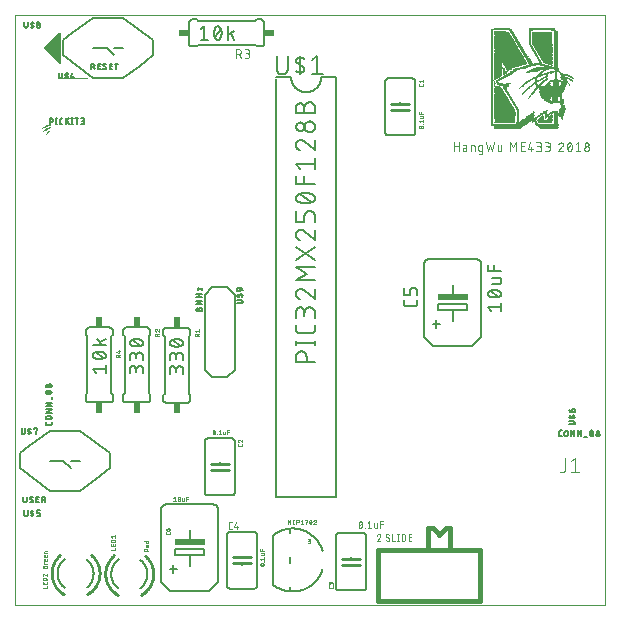
<source format=gto>
G75*
%MOIN*%
%OFA0B0*%
%FSLAX25Y25*%
%IPPOS*%
%LPD*%
%AMOC8*
5,1,8,0,0,1.08239X$1,22.5*
%
%ADD10C,0.00000*%
%ADD11R,0.06200X0.00100*%
%ADD12R,0.09000X0.00100*%
%ADD13R,0.06300X0.00100*%
%ADD14R,0.09100X0.00100*%
%ADD15R,0.06400X0.00100*%
%ADD16R,0.09300X0.00100*%
%ADD17R,0.06500X0.00100*%
%ADD18R,0.09400X0.00100*%
%ADD19R,0.09600X0.00100*%
%ADD20R,0.06600X0.00100*%
%ADD21R,0.10700X0.00100*%
%ADD22R,0.07000X0.00100*%
%ADD23R,0.10800X0.00100*%
%ADD24R,0.07100X0.00100*%
%ADD25R,0.11000X0.00100*%
%ADD26R,0.11100X0.00100*%
%ADD27R,0.07200X0.00100*%
%ADD28R,0.11300X0.00100*%
%ADD29R,0.07500X0.00100*%
%ADD30R,0.11400X0.00100*%
%ADD31R,0.01200X0.00100*%
%ADD32R,0.01700X0.00100*%
%ADD33R,0.00500X0.00100*%
%ADD34R,0.03200X0.00100*%
%ADD35R,0.00900X0.00100*%
%ADD36R,0.01400X0.00100*%
%ADD37R,0.03300X0.00100*%
%ADD38R,0.00800X0.00100*%
%ADD39R,0.03500X0.00100*%
%ADD40R,0.00700X0.00100*%
%ADD41R,0.03700X0.00100*%
%ADD42R,0.03800X0.00100*%
%ADD43R,0.04000X0.00100*%
%ADD44R,0.04500X0.00100*%
%ADD45R,0.04100X0.00100*%
%ADD46R,0.00600X0.00100*%
%ADD47R,0.06900X0.00100*%
%ADD48R,0.04300X0.00100*%
%ADD49R,0.00200X0.00100*%
%ADD50R,0.04700X0.00100*%
%ADD51R,0.00300X0.00100*%
%ADD52R,0.04800X0.00100*%
%ADD53R,0.01100X0.00100*%
%ADD54R,0.04900X0.00100*%
%ADD55R,0.02400X0.00100*%
%ADD56R,0.01000X0.00100*%
%ADD57R,0.02200X0.00100*%
%ADD58R,0.02300X0.00100*%
%ADD59R,0.02100X0.00100*%
%ADD60R,0.02000X0.00100*%
%ADD61R,0.04400X0.00100*%
%ADD62R,0.01900X0.00100*%
%ADD63R,0.01800X0.00100*%
%ADD64R,0.04200X0.00100*%
%ADD65R,0.01600X0.00100*%
%ADD66R,0.01500X0.00100*%
%ADD67R,0.03000X0.00100*%
%ADD68R,0.01300X0.00100*%
%ADD69R,0.02900X0.00100*%
%ADD70R,0.00400X0.00100*%
%ADD71R,0.02800X0.00100*%
%ADD72R,0.02600X0.00100*%
%ADD73R,0.02500X0.00100*%
%ADD74R,0.03100X0.00100*%
%ADD75R,0.00100X0.00100*%
%ADD76R,0.06800X0.00100*%
%ADD77R,0.06700X0.00100*%
%ADD78R,0.06100X0.00100*%
%ADD79R,0.06000X0.00100*%
%ADD80R,0.05900X0.00100*%
%ADD81R,0.05800X0.00100*%
%ADD82R,0.05700X0.00100*%
%ADD83R,0.05600X0.00100*%
%ADD84R,0.05500X0.00100*%
%ADD85R,0.05400X0.00100*%
%ADD86R,0.05300X0.00100*%
%ADD87R,0.05000X0.00100*%
%ADD88R,0.05200X0.00100*%
%ADD89R,0.05100X0.00100*%
%ADD90R,0.03400X0.00100*%
%ADD91R,0.04600X0.00100*%
%ADD92R,0.03900X0.00100*%
%ADD93R,0.03600X0.00100*%
%ADD94R,0.07300X0.00100*%
%ADD95R,0.07400X0.00100*%
%ADD96R,0.07600X0.00100*%
%ADD97R,0.07700X0.00100*%
%ADD98R,0.07800X0.00100*%
%ADD99R,0.07900X0.00100*%
%ADD100R,0.08000X0.00100*%
%ADD101R,0.08100X0.00100*%
%ADD102R,0.08200X0.00100*%
%ADD103R,0.02700X0.00100*%
%ADD104R,0.08300X0.00100*%
%ADD105R,0.08400X0.00100*%
%ADD106R,0.10600X0.00100*%
%ADD107R,0.10500X0.00100*%
%ADD108R,0.10400X0.00100*%
%ADD109R,0.10300X0.00100*%
%ADD110R,0.10200X0.00100*%
%ADD111R,0.10100X0.00100*%
%ADD112R,0.10000X0.00100*%
%ADD113R,0.09900X0.00100*%
%ADD114R,0.09800X0.00100*%
%ADD115R,0.09700X0.00100*%
%ADD116R,0.09500X0.00100*%
%ADD117R,0.09200X0.00100*%
%ADD118R,0.08900X0.00100*%
%ADD119R,0.08800X0.00100*%
%ADD120R,0.08700X0.00100*%
%ADD121R,0.08600X0.00100*%
%ADD122R,0.08500X0.00100*%
%ADD123C,0.00300*%
%ADD124C,0.00600*%
%ADD125C,0.01000*%
%ADD126C,0.00200*%
%ADD127R,0.10000X0.02000*%
%ADD128C,0.00500*%
%ADD129C,0.00400*%
%ADD130R,0.02400X0.03400*%
%ADD131R,0.03400X0.02400*%
%ADD132C,0.00700*%
%ADD133C,0.01600*%
%ADD134C,0.00800*%
D10*
X0001339Y0001300D02*
X0001339Y0198150D01*
X0198190Y0198150D01*
X0198190Y0001300D01*
X0001339Y0001300D01*
D11*
X0164289Y0167300D03*
X0179389Y0160200D03*
X0179389Y0160100D03*
X0179389Y0160000D03*
X0177489Y0187300D03*
X0177489Y0187400D03*
X0164289Y0189900D03*
X0164289Y0190000D03*
D12*
X0165689Y0185200D03*
X0165689Y0185100D03*
X0165689Y0160400D03*
X0165689Y0160300D03*
X0165689Y0160200D03*
X0165689Y0160100D03*
D13*
X0164339Y0167100D03*
X0164339Y0167200D03*
X0167539Y0181200D03*
X0164339Y0189700D03*
X0164339Y0189800D03*
X0177439Y0187500D03*
X0179339Y0160400D03*
X0179339Y0160300D03*
D14*
X0165739Y0160500D03*
X0165739Y0184900D03*
X0165739Y0185000D03*
D15*
X0164389Y0189500D03*
X0164389Y0189600D03*
X0163489Y0193100D03*
X0163489Y0193200D03*
X0177389Y0187700D03*
X0177389Y0187600D03*
X0164389Y0167000D03*
X0179289Y0160500D03*
D16*
X0165839Y0160600D03*
X0165839Y0184600D03*
D17*
X0164439Y0189400D03*
X0163539Y0193000D03*
X0177339Y0187900D03*
X0177339Y0187800D03*
X0164439Y0166900D03*
X0164439Y0166800D03*
X0179239Y0160700D03*
X0179239Y0160600D03*
D18*
X0165889Y0160700D03*
X0165889Y0184400D03*
X0165889Y0184500D03*
D19*
X0165989Y0184100D03*
X0165989Y0184000D03*
X0165989Y0160800D03*
D20*
X0164489Y0166700D03*
X0179189Y0160800D03*
X0177289Y0188000D03*
X0177289Y0188100D03*
X0164489Y0189200D03*
X0164489Y0189300D03*
X0163589Y0192900D03*
D21*
X0165639Y0160900D03*
D22*
X0164689Y0162000D03*
X0164689Y0162100D03*
X0164689Y0163400D03*
X0164689Y0163500D03*
X0164689Y0163600D03*
X0164689Y0163700D03*
X0164689Y0163800D03*
X0164689Y0163900D03*
X0164689Y0164000D03*
X0164689Y0164100D03*
X0164689Y0164200D03*
X0164689Y0164300D03*
X0164689Y0165600D03*
X0164689Y0165700D03*
X0164689Y0165800D03*
X0164689Y0165900D03*
X0164689Y0166000D03*
X0178989Y0160900D03*
X0180189Y0170900D03*
X0180189Y0171000D03*
X0164689Y0188500D03*
X0164689Y0188600D03*
D23*
X0165689Y0161000D03*
D24*
X0164739Y0164400D03*
X0164739Y0164500D03*
X0164739Y0164600D03*
X0164739Y0164700D03*
X0164739Y0164800D03*
X0164739Y0164900D03*
X0164739Y0165000D03*
X0164739Y0165100D03*
X0164739Y0165200D03*
X0164739Y0165300D03*
X0164739Y0165400D03*
X0164739Y0165500D03*
X0178939Y0161100D03*
X0178939Y0161000D03*
X0180139Y0171100D03*
X0180139Y0171200D03*
X0164739Y0188300D03*
X0164739Y0188400D03*
D25*
X0165789Y0161100D03*
D26*
X0165839Y0161200D03*
D27*
X0178889Y0161200D03*
X0180089Y0171300D03*
X0180089Y0171400D03*
X0180089Y0171500D03*
X0167789Y0181400D03*
X0164789Y0188200D03*
D28*
X0165939Y0161300D03*
D29*
X0178739Y0161300D03*
X0180139Y0171800D03*
X0180139Y0171900D03*
X0164939Y0187700D03*
D30*
X0165989Y0161400D03*
D31*
X0173889Y0164800D03*
X0174589Y0162400D03*
X0175489Y0161400D03*
X0176989Y0163600D03*
X0178689Y0164300D03*
X0178189Y0165600D03*
X0179989Y0163800D03*
X0183489Y0164100D03*
X0183989Y0167600D03*
X0183989Y0167700D03*
X0183689Y0168500D03*
X0179289Y0174900D03*
X0178589Y0178400D03*
X0175589Y0177300D03*
X0175389Y0175700D03*
X0174889Y0175000D03*
X0175089Y0179100D03*
X0166489Y0178300D03*
X0166289Y0178200D03*
X0166189Y0178100D03*
X0165989Y0178000D03*
X0165789Y0177900D03*
X0165589Y0177800D03*
X0165089Y0177500D03*
X0164689Y0178500D03*
X0164689Y0178700D03*
X0164689Y0178800D03*
X0161789Y0176800D03*
X0164789Y0173700D03*
X0184589Y0176200D03*
D32*
X0184339Y0176300D03*
X0184739Y0175700D03*
X0184339Y0174700D03*
X0184339Y0174600D03*
X0184239Y0174500D03*
X0184139Y0174300D03*
X0184039Y0174100D03*
X0183939Y0174000D03*
X0181839Y0175000D03*
X0181839Y0175500D03*
X0184239Y0177200D03*
X0184839Y0176900D03*
X0184339Y0178000D03*
X0179739Y0181600D03*
X0178239Y0178200D03*
X0179139Y0174500D03*
X0179039Y0169300D03*
X0179639Y0169000D03*
X0181539Y0169500D03*
X0181539Y0169600D03*
X0183939Y0166600D03*
X0183939Y0166500D03*
X0183839Y0166400D03*
X0183839Y0166300D03*
X0183839Y0166200D03*
X0183739Y0165900D03*
X0183639Y0165600D03*
X0183639Y0165500D03*
X0183639Y0165400D03*
X0183639Y0165300D03*
X0181639Y0161400D03*
X0179739Y0163200D03*
X0177739Y0165100D03*
X0177839Y0165200D03*
X0176839Y0163200D03*
X0164939Y0174200D03*
X0162039Y0177100D03*
X0167339Y0178900D03*
D33*
X0164339Y0178100D03*
X0164339Y0179900D03*
X0160539Y0179900D03*
X0160539Y0180000D03*
X0160539Y0180100D03*
X0160539Y0180200D03*
X0160539Y0180300D03*
X0160539Y0180400D03*
X0160539Y0180500D03*
X0160539Y0180600D03*
X0160539Y0180700D03*
X0160539Y0180800D03*
X0160539Y0180900D03*
X0160539Y0181000D03*
X0160539Y0181100D03*
X0160539Y0181200D03*
X0160539Y0181300D03*
X0160539Y0181400D03*
X0160539Y0181500D03*
X0160539Y0181600D03*
X0160539Y0181700D03*
X0160539Y0181800D03*
X0160539Y0181900D03*
X0160539Y0182000D03*
X0160539Y0182100D03*
X0160539Y0182200D03*
X0160539Y0182300D03*
X0160539Y0182400D03*
X0160539Y0182500D03*
X0160539Y0182600D03*
X0160539Y0182700D03*
X0160539Y0182800D03*
X0160539Y0182900D03*
X0160539Y0183000D03*
X0160539Y0183100D03*
X0160539Y0183200D03*
X0160539Y0183300D03*
X0160539Y0183400D03*
X0160539Y0183500D03*
X0160539Y0183600D03*
X0160539Y0183700D03*
X0160539Y0183800D03*
X0160539Y0183900D03*
X0160539Y0184000D03*
X0160539Y0184100D03*
X0160539Y0184200D03*
X0160539Y0184300D03*
X0160539Y0184400D03*
X0160539Y0184500D03*
X0160539Y0184600D03*
X0160539Y0184700D03*
X0160539Y0184800D03*
X0160539Y0184900D03*
X0160539Y0185000D03*
X0160539Y0185100D03*
X0160539Y0185200D03*
X0160539Y0185300D03*
X0160539Y0185400D03*
X0160539Y0185500D03*
X0160539Y0185600D03*
X0160539Y0185700D03*
X0160539Y0185800D03*
X0160539Y0185900D03*
X0160539Y0186000D03*
X0160539Y0186100D03*
X0160539Y0186200D03*
X0160539Y0186300D03*
X0160539Y0186400D03*
X0160539Y0186500D03*
X0160539Y0186600D03*
X0160539Y0186700D03*
X0160539Y0186800D03*
X0160539Y0186900D03*
X0160539Y0187000D03*
X0160539Y0187100D03*
X0160539Y0187200D03*
X0160539Y0187300D03*
X0160539Y0187400D03*
X0160539Y0187500D03*
X0160539Y0187600D03*
X0160539Y0187700D03*
X0160539Y0187800D03*
X0160539Y0187900D03*
X0160539Y0188000D03*
X0160539Y0188100D03*
X0160539Y0188200D03*
X0160539Y0188300D03*
X0160539Y0188400D03*
X0160539Y0188500D03*
X0160539Y0188600D03*
X0160539Y0188700D03*
X0160539Y0188800D03*
X0160539Y0188900D03*
X0160539Y0189000D03*
X0160539Y0189100D03*
X0160539Y0189200D03*
X0160539Y0189300D03*
X0160539Y0189400D03*
X0160539Y0189500D03*
X0160539Y0189600D03*
X0160539Y0189700D03*
X0160539Y0189800D03*
X0160539Y0189900D03*
X0160539Y0190000D03*
X0160539Y0190100D03*
X0160539Y0190200D03*
X0160539Y0190300D03*
X0160539Y0190400D03*
X0160539Y0190500D03*
X0160539Y0190600D03*
X0160539Y0190700D03*
X0160539Y0190800D03*
X0160539Y0190900D03*
X0160539Y0191000D03*
X0160539Y0191100D03*
X0160539Y0191200D03*
X0160539Y0191300D03*
X0160539Y0191400D03*
X0160539Y0191500D03*
X0160539Y0191600D03*
X0160539Y0191700D03*
X0160539Y0191800D03*
X0160539Y0191900D03*
X0160539Y0192000D03*
X0160539Y0192100D03*
X0160539Y0192200D03*
X0160539Y0192300D03*
X0160539Y0192400D03*
X0160539Y0192500D03*
X0160539Y0192600D03*
X0160539Y0192700D03*
X0160539Y0192800D03*
X0166739Y0192600D03*
X0173039Y0192600D03*
X0173039Y0192700D03*
X0173039Y0192500D03*
X0173039Y0192400D03*
X0173039Y0192300D03*
X0173039Y0192200D03*
X0173039Y0192100D03*
X0173039Y0192000D03*
X0173039Y0191900D03*
X0173039Y0191800D03*
X0173039Y0191700D03*
X0173039Y0191600D03*
X0173039Y0191500D03*
X0173039Y0191400D03*
X0173039Y0191300D03*
X0173039Y0191200D03*
X0173039Y0191100D03*
X0173039Y0191000D03*
X0173039Y0190900D03*
X0173039Y0190800D03*
X0173039Y0190700D03*
X0173039Y0190600D03*
X0173039Y0190500D03*
X0173039Y0190400D03*
X0173039Y0190300D03*
X0173039Y0190200D03*
X0173039Y0190100D03*
X0173039Y0190000D03*
X0173039Y0189900D03*
X0173039Y0189800D03*
X0173039Y0189700D03*
X0173039Y0189600D03*
X0173039Y0189500D03*
X0173039Y0189400D03*
X0173039Y0189300D03*
X0173039Y0189200D03*
X0173039Y0189100D03*
X0173039Y0189000D03*
X0173039Y0188900D03*
X0173039Y0188800D03*
X0173039Y0188700D03*
X0173039Y0188600D03*
X0174839Y0185100D03*
X0175139Y0184600D03*
X0175239Y0184400D03*
X0175439Y0184100D03*
X0175539Y0183900D03*
X0175739Y0183600D03*
X0175839Y0183400D03*
X0175939Y0183200D03*
X0176239Y0182700D03*
X0178939Y0178600D03*
X0178739Y0177600D03*
X0178139Y0176100D03*
X0178039Y0176000D03*
X0177639Y0175700D03*
X0177539Y0175600D03*
X0177439Y0175500D03*
X0177339Y0175400D03*
X0177239Y0175300D03*
X0177139Y0175200D03*
X0177039Y0175100D03*
X0176939Y0175000D03*
X0175039Y0175900D03*
X0175039Y0176600D03*
X0174439Y0174900D03*
X0174239Y0174800D03*
X0174139Y0174700D03*
X0173839Y0174500D03*
X0172739Y0175900D03*
X0172439Y0175700D03*
X0172239Y0175600D03*
X0172139Y0175500D03*
X0172039Y0175400D03*
X0171739Y0175200D03*
X0171639Y0175100D03*
X0171239Y0174800D03*
X0171139Y0174700D03*
X0171039Y0174600D03*
X0174539Y0172500D03*
X0174639Y0172600D03*
X0174739Y0172700D03*
X0174839Y0172900D03*
X0174939Y0173000D03*
X0175039Y0173100D03*
X0175139Y0173200D03*
X0175239Y0173300D03*
X0179539Y0175500D03*
X0179639Y0175600D03*
X0183439Y0175700D03*
X0183539Y0178400D03*
X0181739Y0178500D03*
X0181739Y0178600D03*
X0186439Y0177400D03*
X0186639Y0177300D03*
X0186839Y0177200D03*
X0186639Y0176300D03*
X0186739Y0176200D03*
X0180339Y0164400D03*
X0183839Y0163300D03*
X0174339Y0165300D03*
X0166339Y0175000D03*
X0162239Y0175500D03*
X0162239Y0175600D03*
X0160539Y0175600D03*
X0160539Y0175500D03*
X0160539Y0175400D03*
X0160539Y0175300D03*
X0160539Y0175200D03*
X0160539Y0175100D03*
X0160539Y0175000D03*
X0160539Y0174900D03*
X0160539Y0174800D03*
X0160539Y0174700D03*
X0160539Y0174600D03*
X0160539Y0174500D03*
X0160539Y0174400D03*
X0160539Y0174300D03*
X0160539Y0174200D03*
X0160539Y0174100D03*
X0160539Y0174000D03*
X0160539Y0173900D03*
X0160539Y0173800D03*
X0160539Y0173700D03*
X0160539Y0173600D03*
X0160539Y0173500D03*
X0160539Y0173400D03*
X0160539Y0173300D03*
X0160539Y0173200D03*
X0160539Y0173100D03*
X0160539Y0173000D03*
X0160539Y0172900D03*
X0160539Y0172800D03*
X0160539Y0172700D03*
X0160539Y0172600D03*
X0160539Y0172500D03*
X0160539Y0172400D03*
X0160539Y0172300D03*
X0160539Y0172200D03*
X0160539Y0172100D03*
X0160539Y0172000D03*
X0160539Y0171900D03*
X0160539Y0171800D03*
X0160539Y0171700D03*
X0160539Y0171600D03*
X0160539Y0171500D03*
X0160539Y0171400D03*
X0160539Y0171300D03*
X0160539Y0171200D03*
X0160539Y0171100D03*
X0160539Y0171000D03*
X0160539Y0170900D03*
X0160539Y0170800D03*
X0160539Y0170700D03*
X0160539Y0170600D03*
X0160539Y0170500D03*
X0160539Y0170400D03*
X0160539Y0170300D03*
X0160539Y0170200D03*
X0160539Y0170100D03*
X0160539Y0170000D03*
X0160539Y0169900D03*
X0160539Y0169800D03*
X0160539Y0169700D03*
X0160539Y0169600D03*
X0160539Y0169500D03*
X0160539Y0169400D03*
X0160539Y0169300D03*
X0160539Y0169200D03*
X0160539Y0169100D03*
X0160539Y0169000D03*
X0160539Y0168900D03*
X0160539Y0168800D03*
X0160539Y0168700D03*
X0160539Y0168600D03*
X0160539Y0168500D03*
X0160539Y0168400D03*
X0160539Y0168300D03*
X0160539Y0168200D03*
X0160539Y0168100D03*
X0160539Y0168000D03*
X0160539Y0167900D03*
X0160539Y0167800D03*
X0160539Y0167700D03*
X0160539Y0167600D03*
X0160539Y0167500D03*
X0160539Y0167400D03*
X0160539Y0167300D03*
X0160539Y0167200D03*
X0160539Y0167100D03*
X0160539Y0167000D03*
X0160539Y0166900D03*
X0160539Y0166800D03*
X0160539Y0166700D03*
X0160539Y0166600D03*
X0160539Y0166500D03*
X0160539Y0166400D03*
X0160539Y0166300D03*
X0160539Y0166200D03*
X0160539Y0166100D03*
X0160539Y0166000D03*
X0160539Y0165900D03*
X0160539Y0165800D03*
X0160539Y0165700D03*
X0160539Y0165600D03*
X0160539Y0165500D03*
X0160539Y0165400D03*
X0160539Y0165300D03*
X0160539Y0165200D03*
X0160539Y0165100D03*
X0160539Y0165000D03*
X0160539Y0164900D03*
X0160539Y0164800D03*
X0160539Y0164700D03*
X0160539Y0164600D03*
X0160539Y0164500D03*
X0160539Y0164400D03*
X0160539Y0164300D03*
X0160539Y0164200D03*
X0160539Y0164100D03*
X0160539Y0164000D03*
X0160539Y0163900D03*
X0160539Y0163800D03*
X0160539Y0163700D03*
X0160539Y0163600D03*
X0160539Y0163500D03*
X0160539Y0163400D03*
X0160539Y0163300D03*
X0160539Y0163200D03*
X0160539Y0163100D03*
X0160539Y0163000D03*
X0160539Y0162900D03*
X0160539Y0162800D03*
X0160539Y0162700D03*
X0160539Y0162600D03*
X0160539Y0162500D03*
X0160539Y0162400D03*
X0160539Y0162300D03*
X0160539Y0162200D03*
X0160539Y0162100D03*
X0160539Y0162000D03*
X0160539Y0161900D03*
X0160539Y0161800D03*
X0160539Y0161700D03*
X0160539Y0161600D03*
X0160539Y0161500D03*
X0160539Y0175700D03*
X0160539Y0175800D03*
X0160539Y0175900D03*
X0160539Y0176000D03*
X0160539Y0176100D03*
X0160539Y0176200D03*
X0160539Y0176300D03*
X0160539Y0176400D03*
X0160539Y0176500D03*
X0160539Y0176600D03*
X0160539Y0176700D03*
X0160539Y0176800D03*
X0160539Y0176900D03*
X0160539Y0177000D03*
X0160539Y0177100D03*
X0160539Y0177200D03*
X0160539Y0177300D03*
X0160539Y0177400D03*
X0160539Y0177500D03*
X0160539Y0177600D03*
X0160539Y0177700D03*
X0160539Y0177800D03*
X0160539Y0177900D03*
X0160539Y0178000D03*
X0160539Y0178100D03*
X0160539Y0178200D03*
X0160539Y0178300D03*
X0160539Y0178400D03*
X0160539Y0178500D03*
X0160539Y0178600D03*
X0160539Y0178700D03*
X0160539Y0178800D03*
X0160539Y0178900D03*
X0160539Y0179000D03*
X0160539Y0179100D03*
X0160539Y0179200D03*
X0160539Y0179300D03*
X0160539Y0179400D03*
X0160539Y0179500D03*
X0160539Y0179600D03*
X0160539Y0179700D03*
X0160539Y0179800D03*
X0181339Y0192500D03*
X0181339Y0192600D03*
X0181339Y0192700D03*
X0012139Y0160900D03*
X0011939Y0160800D03*
X0011739Y0160700D03*
X0011939Y0159800D03*
X0011839Y0159700D03*
D34*
X0162789Y0172300D03*
X0171489Y0162400D03*
X0171389Y0162300D03*
X0171789Y0162600D03*
X0170289Y0161500D03*
X0178489Y0170600D03*
X0182689Y0164900D03*
X0182689Y0164800D03*
X0182689Y0164700D03*
X0174389Y0179300D03*
X0174189Y0179200D03*
X0178989Y0182200D03*
X0178989Y0182300D03*
D35*
X0178039Y0179500D03*
X0178739Y0178500D03*
X0178539Y0177300D03*
X0178339Y0177200D03*
X0177939Y0177000D03*
X0177739Y0176900D03*
X0177539Y0176800D03*
X0177339Y0176700D03*
X0176939Y0176500D03*
X0175139Y0175400D03*
X0174939Y0175200D03*
X0175039Y0179000D03*
X0179339Y0175100D03*
X0182139Y0179600D03*
X0185639Y0177700D03*
X0183539Y0170100D03*
X0183539Y0170000D03*
X0183539Y0169900D03*
X0179939Y0165100D03*
X0180139Y0164100D03*
X0178539Y0164000D03*
X0176839Y0164700D03*
X0176639Y0164600D03*
X0176539Y0164500D03*
X0176239Y0164300D03*
X0176139Y0164200D03*
X0175839Y0164000D03*
X0175539Y0163800D03*
X0175439Y0163700D03*
X0174039Y0165000D03*
X0175339Y0161500D03*
X0169039Y0162300D03*
X0169039Y0162400D03*
X0169039Y0162500D03*
X0169039Y0162600D03*
X0169039Y0162700D03*
X0169039Y0162800D03*
X0169039Y0162900D03*
X0169039Y0163000D03*
X0168339Y0167400D03*
X0167939Y0168000D03*
X0167839Y0168200D03*
X0167539Y0168700D03*
X0166339Y0170700D03*
X0166039Y0171200D03*
X0165939Y0171400D03*
X0165839Y0171500D03*
X0165739Y0171700D03*
X0165639Y0171900D03*
X0165539Y0172000D03*
X0165439Y0172200D03*
X0165339Y0172300D03*
X0165339Y0172400D03*
X0165239Y0172500D03*
X0165139Y0172700D03*
X0165039Y0172900D03*
X0164839Y0173200D03*
X0164839Y0173300D03*
X0164839Y0173400D03*
X0162239Y0175900D03*
X0164539Y0178300D03*
X0164539Y0179200D03*
X0164539Y0179300D03*
X0165839Y0179500D03*
X0166739Y0178500D03*
X0166939Y0178700D03*
X0167939Y0179300D03*
X0171339Y0185100D03*
X0171039Y0185600D03*
X0170739Y0186100D03*
X0170439Y0186600D03*
X0170339Y0186800D03*
X0170039Y0187300D03*
X0169739Y0187800D03*
X0169439Y0188300D03*
X0169139Y0188800D03*
X0169039Y0189000D03*
X0168739Y0189500D03*
X0168439Y0190000D03*
X0168339Y0190200D03*
X0168039Y0190700D03*
X0167739Y0191200D03*
X0167639Y0191400D03*
X0167339Y0191900D03*
X0166439Y0192800D03*
X0183639Y0163800D03*
X0012939Y0161200D03*
D36*
X0161889Y0176900D03*
X0164789Y0173900D03*
X0165989Y0179600D03*
X0175889Y0174400D03*
X0179189Y0174700D03*
X0177489Y0178000D03*
X0179889Y0181500D03*
X0181789Y0181500D03*
X0181789Y0181600D03*
X0181789Y0181700D03*
X0181789Y0181800D03*
X0181789Y0181900D03*
X0181789Y0182000D03*
X0181789Y0182100D03*
X0181789Y0182200D03*
X0181789Y0182300D03*
X0181789Y0182400D03*
X0181789Y0182500D03*
X0181789Y0182600D03*
X0181789Y0182700D03*
X0181789Y0182800D03*
X0181789Y0182900D03*
X0181789Y0183000D03*
X0181789Y0183100D03*
X0181789Y0183200D03*
X0181789Y0183300D03*
X0181789Y0183400D03*
X0181789Y0183500D03*
X0181789Y0183600D03*
X0181789Y0183700D03*
X0181789Y0183800D03*
X0181789Y0183900D03*
X0181789Y0184000D03*
X0181789Y0184100D03*
X0181789Y0184200D03*
X0181789Y0184300D03*
X0181789Y0184400D03*
X0181789Y0184500D03*
X0181789Y0184600D03*
X0181789Y0184700D03*
X0181789Y0184800D03*
X0181789Y0184900D03*
X0181789Y0185000D03*
X0181789Y0185100D03*
X0181789Y0185200D03*
X0181789Y0185300D03*
X0181789Y0185400D03*
X0181789Y0185500D03*
X0181789Y0185600D03*
X0181789Y0185700D03*
X0181789Y0185800D03*
X0181789Y0185900D03*
X0181789Y0186000D03*
X0181789Y0186100D03*
X0181789Y0186200D03*
X0181789Y0186300D03*
X0181789Y0186400D03*
X0181789Y0186500D03*
X0181789Y0186600D03*
X0181789Y0186700D03*
X0181789Y0186800D03*
X0181789Y0186900D03*
X0181789Y0187000D03*
X0181789Y0187100D03*
X0181789Y0187200D03*
X0181789Y0187300D03*
X0181789Y0187400D03*
X0181789Y0187500D03*
X0181789Y0187600D03*
X0181789Y0187700D03*
X0181789Y0187800D03*
X0181789Y0187900D03*
X0181789Y0188000D03*
X0181789Y0188100D03*
X0181789Y0188200D03*
X0181789Y0188300D03*
X0181789Y0188400D03*
X0181789Y0188500D03*
X0181789Y0188600D03*
X0181789Y0188700D03*
X0181789Y0188800D03*
X0181789Y0188900D03*
X0181789Y0189000D03*
X0181789Y0189100D03*
X0181789Y0189200D03*
X0181789Y0189300D03*
X0181789Y0189400D03*
X0181789Y0189500D03*
X0181789Y0189600D03*
X0181789Y0189700D03*
X0181789Y0189800D03*
X0181789Y0189900D03*
X0181789Y0190000D03*
X0181789Y0190100D03*
X0181789Y0190200D03*
X0181789Y0190300D03*
X0181789Y0190400D03*
X0181789Y0190500D03*
X0181789Y0190600D03*
X0181789Y0190700D03*
X0181789Y0190800D03*
X0181789Y0190900D03*
X0181789Y0191000D03*
X0181789Y0191100D03*
X0181789Y0191200D03*
X0181789Y0191300D03*
X0181789Y0191400D03*
X0181789Y0191500D03*
X0181789Y0191600D03*
X0181789Y0191700D03*
X0181789Y0191800D03*
X0181789Y0191900D03*
X0181789Y0192000D03*
X0181789Y0192100D03*
X0181789Y0192200D03*
X0181789Y0192300D03*
X0181789Y0192400D03*
X0180889Y0192800D03*
X0173489Y0192800D03*
X0181789Y0181400D03*
X0181789Y0181300D03*
X0181789Y0181200D03*
X0181789Y0181100D03*
X0181789Y0181000D03*
X0181789Y0180900D03*
X0181789Y0180800D03*
X0181789Y0180700D03*
X0181789Y0180600D03*
X0181789Y0180500D03*
X0181789Y0180400D03*
X0184089Y0178100D03*
X0184089Y0177400D03*
X0184589Y0177100D03*
X0184289Y0176700D03*
X0184689Y0175900D03*
X0183689Y0168600D03*
X0183989Y0167300D03*
X0181789Y0164200D03*
X0181789Y0164100D03*
X0181789Y0164000D03*
X0181789Y0163900D03*
X0181789Y0163800D03*
X0181789Y0163700D03*
X0181789Y0163600D03*
X0181789Y0163500D03*
X0181789Y0163400D03*
X0181789Y0163300D03*
X0181789Y0163200D03*
X0181789Y0163100D03*
X0181789Y0163000D03*
X0181789Y0162900D03*
X0181789Y0162800D03*
X0181789Y0162700D03*
X0181789Y0162600D03*
X0181789Y0162500D03*
X0181789Y0162400D03*
X0181789Y0162300D03*
X0181789Y0162200D03*
X0181789Y0162100D03*
X0181789Y0162000D03*
X0181789Y0161900D03*
X0181789Y0161800D03*
X0181789Y0161700D03*
X0181789Y0161600D03*
X0181789Y0161500D03*
X0179889Y0163500D03*
X0179889Y0163600D03*
X0177989Y0165400D03*
X0179189Y0169100D03*
D37*
X0182739Y0165100D03*
X0182739Y0165000D03*
X0172139Y0162800D03*
X0171939Y0162700D03*
X0171639Y0162500D03*
X0170339Y0161600D03*
X0162839Y0172100D03*
X0162839Y0172200D03*
X0178939Y0182400D03*
X0178939Y0182500D03*
X0181539Y0179000D03*
D38*
X0182189Y0179500D03*
X0182989Y0178800D03*
X0183089Y0178700D03*
X0181789Y0176600D03*
X0180189Y0178500D03*
X0178589Y0177400D03*
X0177189Y0176600D03*
X0176789Y0176400D03*
X0176589Y0176300D03*
X0176389Y0176200D03*
X0176189Y0176100D03*
X0175989Y0176000D03*
X0175889Y0175900D03*
X0174989Y0175300D03*
X0175889Y0174100D03*
X0174089Y0176600D03*
X0175989Y0178000D03*
X0176089Y0178100D03*
X0176489Y0178400D03*
X0176589Y0178500D03*
X0176689Y0178600D03*
X0176789Y0178700D03*
X0177089Y0178900D03*
X0177189Y0179000D03*
X0177389Y0179100D03*
X0177489Y0179200D03*
X0177689Y0179300D03*
X0177889Y0179400D03*
X0179389Y0175200D03*
X0183289Y0170700D03*
X0183389Y0170500D03*
X0183389Y0170400D03*
X0183489Y0170300D03*
X0183489Y0170200D03*
X0180389Y0168500D03*
X0178389Y0165800D03*
X0179189Y0164600D03*
X0179589Y0164900D03*
X0179789Y0165000D03*
X0180189Y0164200D03*
X0178489Y0163900D03*
X0177089Y0163800D03*
X0176389Y0164400D03*
X0175989Y0164100D03*
X0175689Y0163900D03*
X0174189Y0165100D03*
X0175289Y0161600D03*
X0169089Y0163100D03*
X0169089Y0163200D03*
X0169089Y0163300D03*
X0169089Y0163400D03*
X0169089Y0163500D03*
X0169089Y0163600D03*
X0169089Y0163700D03*
X0169089Y0163800D03*
X0169089Y0163900D03*
X0169089Y0164000D03*
X0169089Y0164100D03*
X0169189Y0165000D03*
X0169189Y0165100D03*
X0169189Y0165200D03*
X0169189Y0165300D03*
X0169189Y0165400D03*
X0169189Y0165500D03*
X0169089Y0165800D03*
X0169089Y0165900D03*
X0169089Y0166000D03*
X0169089Y0166100D03*
X0169089Y0166200D03*
X0168989Y0166300D03*
X0168989Y0166400D03*
X0168889Y0166500D03*
X0168889Y0166600D03*
X0168789Y0166700D03*
X0168789Y0166800D03*
X0168689Y0166900D03*
X0168589Y0167000D03*
X0168589Y0167100D03*
X0168489Y0167200D03*
X0168389Y0167300D03*
X0168289Y0167500D03*
X0168189Y0167600D03*
X0168089Y0167700D03*
X0168089Y0167800D03*
X0167989Y0167900D03*
X0167889Y0168100D03*
X0167789Y0168300D03*
X0167689Y0168400D03*
X0167689Y0168500D03*
X0167589Y0168600D03*
X0167489Y0168800D03*
X0167389Y0168900D03*
X0167389Y0169000D03*
X0167289Y0169100D03*
X0167289Y0169200D03*
X0167189Y0169300D03*
X0167089Y0169400D03*
X0167089Y0169500D03*
X0166989Y0169600D03*
X0166989Y0169700D03*
X0166889Y0169800D03*
X0166789Y0169900D03*
X0166789Y0170000D03*
X0166689Y0170100D03*
X0166689Y0170200D03*
X0166589Y0170300D03*
X0166489Y0170400D03*
X0166489Y0170500D03*
X0166389Y0170600D03*
X0166289Y0170800D03*
X0166189Y0170900D03*
X0166189Y0171000D03*
X0166089Y0171100D03*
X0165989Y0171300D03*
X0165789Y0171600D03*
X0165689Y0171800D03*
X0165489Y0172100D03*
X0165189Y0172600D03*
X0165089Y0172800D03*
X0164989Y0173000D03*
X0164889Y0173100D03*
X0161589Y0176600D03*
X0164489Y0179400D03*
X0166789Y0178600D03*
X0167989Y0179400D03*
X0183689Y0163700D03*
D39*
X0170439Y0161700D03*
X0162939Y0171800D03*
X0164339Y0174500D03*
X0178839Y0182700D03*
X0178839Y0182800D03*
X0181539Y0178900D03*
D40*
X0181739Y0178800D03*
X0181739Y0178700D03*
X0183239Y0178600D03*
X0184239Y0177700D03*
X0185539Y0176800D03*
X0180139Y0178400D03*
X0178639Y0177500D03*
X0178639Y0176500D03*
X0178539Y0176400D03*
X0179439Y0175300D03*
X0176339Y0174500D03*
X0175339Y0174700D03*
X0175239Y0174800D03*
X0175139Y0174900D03*
X0175539Y0173600D03*
X0173839Y0176500D03*
X0173639Y0176400D03*
X0173439Y0176300D03*
X0173239Y0176200D03*
X0175939Y0177900D03*
X0176239Y0178200D03*
X0176339Y0178300D03*
X0176939Y0178800D03*
X0176739Y0181800D03*
X0176639Y0182000D03*
X0180239Y0181300D03*
X0173739Y0187000D03*
X0173639Y0187200D03*
X0173439Y0187500D03*
X0173339Y0187700D03*
X0173239Y0187900D03*
X0173139Y0188000D03*
X0166939Y0192400D03*
X0164439Y0179600D03*
X0164439Y0179500D03*
X0164439Y0178200D03*
X0161539Y0174100D03*
X0169139Y0165700D03*
X0169139Y0165600D03*
X0169139Y0164900D03*
X0169139Y0164800D03*
X0169139Y0164700D03*
X0169139Y0164600D03*
X0169139Y0164500D03*
X0169139Y0164400D03*
X0169139Y0164300D03*
X0169139Y0164200D03*
X0174239Y0165200D03*
X0174939Y0162300D03*
X0175139Y0162000D03*
X0175139Y0161900D03*
X0175239Y0161800D03*
X0175239Y0161700D03*
X0177139Y0163900D03*
X0178439Y0163800D03*
X0179339Y0164700D03*
X0179439Y0164800D03*
X0180239Y0164300D03*
X0181439Y0165800D03*
X0183739Y0163600D03*
X0183739Y0163500D03*
X0183339Y0170600D03*
X0013039Y0160300D03*
D41*
X0163039Y0171400D03*
X0163039Y0171500D03*
X0170439Y0161800D03*
X0182539Y0169000D03*
X0178739Y0183100D03*
X0166639Y0180600D03*
D42*
X0163089Y0171300D03*
X0170489Y0161900D03*
X0182789Y0173700D03*
X0178689Y0183200D03*
X0178689Y0183300D03*
D43*
X0178589Y0183600D03*
X0178589Y0183700D03*
X0181589Y0175800D03*
X0170589Y0162000D03*
X0163189Y0170900D03*
X0163189Y0171000D03*
D44*
X0163439Y0170100D03*
X0166939Y0180800D03*
X0178339Y0184400D03*
X0178339Y0184500D03*
X0172839Y0162900D03*
X0178239Y0162100D03*
X0178239Y0162000D03*
D45*
X0170639Y0162100D03*
X0163239Y0170700D03*
X0163239Y0170800D03*
X0164139Y0174600D03*
X0166739Y0180700D03*
X0163239Y0192300D03*
X0178539Y0183800D03*
D46*
X0176389Y0182500D03*
X0176389Y0182400D03*
X0176489Y0182300D03*
X0176489Y0182200D03*
X0176589Y0182100D03*
X0176689Y0181900D03*
X0176289Y0182600D03*
X0176189Y0182800D03*
X0176089Y0182900D03*
X0176089Y0183000D03*
X0175989Y0183100D03*
X0175889Y0183300D03*
X0175789Y0183500D03*
X0175689Y0183700D03*
X0175589Y0183800D03*
X0175489Y0184000D03*
X0175389Y0184200D03*
X0175289Y0184300D03*
X0175189Y0184500D03*
X0175089Y0184700D03*
X0174989Y0184800D03*
X0174989Y0184900D03*
X0174889Y0185000D03*
X0174789Y0185200D03*
X0174689Y0185300D03*
X0174689Y0185400D03*
X0174589Y0185500D03*
X0174589Y0185600D03*
X0174489Y0185700D03*
X0174389Y0185800D03*
X0174389Y0185900D03*
X0174289Y0186000D03*
X0174289Y0186100D03*
X0174189Y0186200D03*
X0174189Y0186300D03*
X0174089Y0186400D03*
X0173989Y0186500D03*
X0173989Y0186600D03*
X0173889Y0186700D03*
X0173889Y0186800D03*
X0173789Y0186900D03*
X0173689Y0187100D03*
X0173589Y0187300D03*
X0173489Y0187400D03*
X0173389Y0187600D03*
X0173289Y0187800D03*
X0173089Y0188100D03*
X0173089Y0188200D03*
X0173089Y0188300D03*
X0173089Y0188400D03*
X0173089Y0188500D03*
X0166789Y0192500D03*
X0166689Y0192700D03*
X0164389Y0179800D03*
X0164389Y0179700D03*
X0165789Y0179400D03*
X0162189Y0175800D03*
X0162189Y0175700D03*
X0161489Y0176500D03*
X0172589Y0175800D03*
X0172889Y0176000D03*
X0173089Y0176100D03*
X0174989Y0176100D03*
X0174989Y0176200D03*
X0174989Y0176300D03*
X0174989Y0176400D03*
X0174989Y0176500D03*
X0174989Y0176000D03*
X0175389Y0174600D03*
X0175489Y0174500D03*
X0175389Y0173500D03*
X0175289Y0173400D03*
X0176489Y0174600D03*
X0176589Y0174700D03*
X0176689Y0174800D03*
X0176789Y0174900D03*
X0178289Y0176200D03*
X0178389Y0176300D03*
X0178689Y0176600D03*
X0179789Y0175700D03*
X0179489Y0175400D03*
X0181789Y0176700D03*
X0181789Y0176800D03*
X0183389Y0178500D03*
X0183589Y0178300D03*
X0185989Y0177600D03*
X0186189Y0177500D03*
X0185889Y0176700D03*
X0186089Y0176600D03*
X0186289Y0176500D03*
X0186489Y0176400D03*
X0180289Y0168400D03*
X0178589Y0165900D03*
X0178289Y0165000D03*
X0178289Y0164900D03*
X0178289Y0164800D03*
X0178289Y0164700D03*
X0178289Y0164600D03*
X0178389Y0163700D03*
X0177189Y0164000D03*
X0175089Y0162100D03*
X0174989Y0162200D03*
X0183789Y0163400D03*
X0174989Y0178900D03*
X0012589Y0161100D03*
X0012389Y0161000D03*
X0012689Y0160200D03*
X0012489Y0160100D03*
X0012289Y0160000D03*
X0012089Y0159900D03*
D47*
X0164639Y0162200D03*
X0164639Y0162300D03*
X0164639Y0162400D03*
X0164639Y0162500D03*
X0164639Y0162600D03*
X0164639Y0162700D03*
X0164639Y0162800D03*
X0164639Y0162900D03*
X0164639Y0163000D03*
X0164639Y0163100D03*
X0164639Y0163200D03*
X0164639Y0163300D03*
X0164639Y0166100D03*
X0164639Y0166200D03*
X0180239Y0170800D03*
X0177139Y0188500D03*
X0177139Y0188600D03*
X0177139Y0188700D03*
X0177139Y0188800D03*
X0177139Y0188900D03*
X0177139Y0189000D03*
X0177139Y0189100D03*
X0177139Y0189200D03*
X0177139Y0189300D03*
X0177139Y0189400D03*
X0177139Y0189500D03*
X0177139Y0189600D03*
X0177139Y0189700D03*
X0177139Y0189800D03*
X0177139Y0189900D03*
X0177139Y0190000D03*
X0177139Y0190100D03*
X0177139Y0190200D03*
X0177139Y0190300D03*
X0177139Y0190400D03*
X0177139Y0190500D03*
X0177139Y0190600D03*
X0177139Y0190700D03*
X0177139Y0190800D03*
X0177139Y0190900D03*
X0177139Y0191000D03*
X0177139Y0191100D03*
X0177139Y0191200D03*
X0177139Y0191300D03*
X0177139Y0191400D03*
X0177139Y0191500D03*
X0177139Y0191600D03*
X0177139Y0191700D03*
X0177139Y0191800D03*
X0177139Y0191900D03*
X0177139Y0192000D03*
X0177139Y0192100D03*
X0177139Y0192200D03*
X0164639Y0188800D03*
X0164639Y0188700D03*
D48*
X0175039Y0181500D03*
X0178439Y0184100D03*
X0178439Y0184200D03*
X0164239Y0174800D03*
X0163339Y0170500D03*
X0163339Y0170400D03*
X0170739Y0162200D03*
X0173039Y0163100D03*
X0173139Y0163200D03*
D49*
X0174189Y0162200D03*
X0177389Y0164300D03*
X0178289Y0163400D03*
X0183989Y0163100D03*
X0186389Y0174700D03*
X0186289Y0174800D03*
X0186189Y0174900D03*
X0186189Y0175000D03*
X0186089Y0175100D03*
X0185989Y0175200D03*
X0185889Y0175300D03*
X0185789Y0175400D03*
X0187289Y0175800D03*
X0187689Y0176700D03*
X0183689Y0176800D03*
X0180489Y0181100D03*
X0178789Y0177700D03*
X0173289Y0170800D03*
X0173189Y0170700D03*
X0173089Y0170600D03*
X0173089Y0170500D03*
X0172989Y0170400D03*
X0171289Y0172100D03*
X0171189Y0172000D03*
X0171089Y0171900D03*
X0170889Y0171600D03*
X0171389Y0172200D03*
X0171489Y0172300D03*
X0171589Y0172400D03*
X0170189Y0173800D03*
X0170089Y0173700D03*
X0169989Y0173600D03*
X0170289Y0173900D03*
X0165689Y0179200D03*
X0164189Y0180400D03*
X0161289Y0176300D03*
X0161389Y0175600D03*
X0161389Y0175500D03*
X0161289Y0174700D03*
X0161289Y0174600D03*
X0161289Y0174500D03*
X0161289Y0174400D03*
X0161289Y0174300D03*
X0161289Y0174200D03*
X0012789Y0158900D03*
X0012689Y0158800D03*
X0012589Y0158700D03*
X0012489Y0158600D03*
X0012389Y0158500D03*
X0012389Y0158400D03*
X0012289Y0158300D03*
X0012189Y0158200D03*
X0011289Y0159300D03*
X0010889Y0160200D03*
D50*
X0163539Y0169700D03*
X0163539Y0169800D03*
X0175339Y0181400D03*
X0178239Y0184800D03*
X0178239Y0184900D03*
X0178239Y0162200D03*
D51*
X0178339Y0163500D03*
X0177339Y0164200D03*
X0174539Y0165500D03*
X0174239Y0162300D03*
X0180439Y0164500D03*
X0183939Y0163200D03*
X0180139Y0168300D03*
X0173939Y0171700D03*
X0173839Y0171600D03*
X0173739Y0171400D03*
X0173639Y0171300D03*
X0173539Y0171200D03*
X0173539Y0171100D03*
X0173439Y0171000D03*
X0173339Y0170900D03*
X0171639Y0172500D03*
X0171739Y0172600D03*
X0171839Y0172700D03*
X0171939Y0172800D03*
X0172039Y0172900D03*
X0172139Y0173000D03*
X0172239Y0173100D03*
X0172339Y0173200D03*
X0172439Y0173300D03*
X0172539Y0173400D03*
X0172739Y0173600D03*
X0173039Y0173800D03*
X0173139Y0173900D03*
X0173239Y0174000D03*
X0173339Y0174100D03*
X0173739Y0174400D03*
X0170439Y0174000D03*
X0166539Y0175100D03*
X0164339Y0178000D03*
X0165639Y0179300D03*
X0164239Y0180200D03*
X0164239Y0180300D03*
X0161439Y0175400D03*
X0161439Y0175300D03*
X0161439Y0175200D03*
X0161339Y0175000D03*
X0161339Y0174900D03*
X0161339Y0174800D03*
X0180139Y0178300D03*
X0181839Y0177800D03*
X0181839Y0177700D03*
X0183539Y0177100D03*
X0185639Y0175500D03*
X0187139Y0175900D03*
X0187539Y0176800D03*
X0187339Y0176900D03*
X0012939Y0159000D03*
X0011439Y0159400D03*
X0011039Y0160300D03*
X0011239Y0160400D03*
D52*
X0163589Y0169500D03*
X0163589Y0169600D03*
X0178189Y0162400D03*
X0178189Y0162300D03*
X0178189Y0185000D03*
D53*
X0182039Y0179700D03*
X0180339Y0178800D03*
X0180239Y0178700D03*
X0178239Y0179600D03*
X0174839Y0176900D03*
X0175839Y0174300D03*
X0176039Y0174000D03*
X0180539Y0168600D03*
X0183739Y0168400D03*
X0183939Y0167800D03*
X0183639Y0169500D03*
X0183639Y0169600D03*
X0180239Y0165200D03*
X0180039Y0163900D03*
X0178639Y0164200D03*
X0177039Y0163700D03*
X0174539Y0162600D03*
X0174539Y0162500D03*
X0183539Y0164000D03*
X0184039Y0177600D03*
X0173339Y0181700D03*
X0173239Y0181800D03*
X0173239Y0181900D03*
X0173139Y0182000D03*
X0173039Y0182200D03*
X0172939Y0182400D03*
X0172839Y0182500D03*
X0172739Y0182700D03*
X0172639Y0182900D03*
X0172439Y0183200D03*
X0172339Y0183400D03*
X0172039Y0183900D03*
X0168139Y0179500D03*
X0167839Y0179200D03*
X0166639Y0178400D03*
X0165439Y0177700D03*
X0165239Y0177600D03*
X0164939Y0177400D03*
X0164739Y0177300D03*
X0164539Y0177200D03*
X0164339Y0177100D03*
X0164039Y0176900D03*
X0163839Y0176800D03*
X0163639Y0176700D03*
X0163139Y0176400D03*
X0162939Y0176300D03*
X0164639Y0178400D03*
X0164639Y0178900D03*
X0164839Y0173600D03*
X0164839Y0173500D03*
D54*
X0163639Y0169400D03*
X0178139Y0162500D03*
X0178139Y0185100D03*
X0178139Y0185200D03*
X0163639Y0192100D03*
X0163639Y0192200D03*
D55*
X0162389Y0181600D03*
X0162389Y0181500D03*
X0162389Y0181400D03*
X0162389Y0181300D03*
X0162389Y0181200D03*
X0162389Y0181100D03*
X0162389Y0181000D03*
X0162389Y0180900D03*
X0162389Y0180800D03*
X0162389Y0180700D03*
X0162389Y0180600D03*
X0162389Y0180500D03*
X0162389Y0180400D03*
X0162389Y0180300D03*
X0162389Y0180200D03*
X0162389Y0180100D03*
X0162389Y0180000D03*
X0162389Y0179900D03*
X0162389Y0179800D03*
X0162389Y0179700D03*
X0162389Y0179600D03*
X0162389Y0179500D03*
X0162389Y0179400D03*
X0162389Y0179300D03*
X0162389Y0179200D03*
X0162389Y0179100D03*
X0162389Y0179000D03*
X0162389Y0178900D03*
X0162389Y0178800D03*
X0162389Y0178700D03*
X0162389Y0178600D03*
X0162389Y0178500D03*
X0162389Y0178400D03*
X0162389Y0178300D03*
X0162389Y0178200D03*
X0162389Y0178100D03*
X0162389Y0178000D03*
X0162389Y0177900D03*
X0162389Y0177800D03*
X0162389Y0177700D03*
X0162389Y0177600D03*
X0162389Y0173500D03*
X0169889Y0180100D03*
X0170289Y0180200D03*
X0179389Y0181800D03*
X0181789Y0179200D03*
X0181489Y0170700D03*
X0178589Y0169900D03*
X0179389Y0162600D03*
X0176889Y0162600D03*
X0176789Y0162700D03*
D56*
X0175289Y0163600D03*
X0175189Y0163500D03*
X0174489Y0162800D03*
X0174489Y0162700D03*
X0173989Y0164900D03*
X0176989Y0164800D03*
X0177089Y0164900D03*
X0177289Y0165000D03*
X0178289Y0165700D03*
X0178589Y0164100D03*
X0180089Y0164000D03*
X0183589Y0163900D03*
X0183889Y0167900D03*
X0183889Y0168000D03*
X0183789Y0168100D03*
X0183789Y0168200D03*
X0183789Y0168300D03*
X0183589Y0169700D03*
X0183589Y0169800D03*
X0179289Y0175000D03*
X0178189Y0177100D03*
X0180189Y0178600D03*
X0182189Y0179400D03*
X0183789Y0178200D03*
X0184489Y0176800D03*
X0181789Y0176500D03*
X0180089Y0181400D03*
X0175389Y0177200D03*
X0175189Y0177100D03*
X0174989Y0177000D03*
X0175289Y0175600D03*
X0175189Y0175500D03*
X0174889Y0175100D03*
X0175889Y0174200D03*
X0172389Y0178700D03*
X0173389Y0181600D03*
X0173089Y0182100D03*
X0172989Y0182300D03*
X0172789Y0182600D03*
X0172689Y0182800D03*
X0172589Y0183000D03*
X0172489Y0183100D03*
X0172389Y0183300D03*
X0172289Y0183500D03*
X0172189Y0183600D03*
X0172189Y0183700D03*
X0172089Y0183800D03*
X0171989Y0184000D03*
X0171889Y0184100D03*
X0171889Y0184200D03*
X0171789Y0184300D03*
X0171789Y0184400D03*
X0171689Y0184500D03*
X0171589Y0184600D03*
X0171589Y0184700D03*
X0171489Y0184800D03*
X0171489Y0184900D03*
X0171389Y0185000D03*
X0171289Y0185200D03*
X0171189Y0185300D03*
X0171189Y0185400D03*
X0171089Y0185500D03*
X0170989Y0185700D03*
X0170889Y0185800D03*
X0170889Y0185900D03*
X0170789Y0186000D03*
X0170689Y0186200D03*
X0170589Y0186300D03*
X0170589Y0186400D03*
X0170489Y0186500D03*
X0170389Y0186700D03*
X0170289Y0186900D03*
X0170189Y0187000D03*
X0170189Y0187100D03*
X0170089Y0187200D03*
X0169989Y0187400D03*
X0169889Y0187500D03*
X0169889Y0187600D03*
X0169789Y0187700D03*
X0169689Y0187900D03*
X0169589Y0188000D03*
X0169589Y0188100D03*
X0169489Y0188200D03*
X0169389Y0188400D03*
X0169289Y0188500D03*
X0169289Y0188600D03*
X0169189Y0188700D03*
X0169089Y0188900D03*
X0168989Y0189100D03*
X0168889Y0189200D03*
X0168889Y0189300D03*
X0168789Y0189400D03*
X0168689Y0189600D03*
X0168589Y0189700D03*
X0168589Y0189800D03*
X0168489Y0189900D03*
X0168389Y0190100D03*
X0168289Y0190300D03*
X0168189Y0190400D03*
X0168189Y0190500D03*
X0168089Y0190600D03*
X0167989Y0190800D03*
X0167889Y0190900D03*
X0167889Y0191000D03*
X0167789Y0191100D03*
X0167689Y0191300D03*
X0167589Y0191500D03*
X0167489Y0191600D03*
X0167489Y0191700D03*
X0167389Y0191800D03*
X0167289Y0192000D03*
X0167189Y0192100D03*
X0167189Y0192200D03*
X0167089Y0192300D03*
X0164589Y0179100D03*
X0164589Y0179000D03*
X0164189Y0177000D03*
X0163489Y0176600D03*
X0163289Y0176500D03*
X0162789Y0176200D03*
X0162589Y0176100D03*
X0162389Y0176000D03*
X0161689Y0176700D03*
X0162589Y0175000D03*
D57*
X0163189Y0174900D03*
X0162289Y0173800D03*
X0162289Y0177400D03*
X0166089Y0180200D03*
X0171789Y0180600D03*
X0172089Y0180700D03*
X0174089Y0181200D03*
X0177389Y0181200D03*
X0179089Y0174200D03*
X0181489Y0170600D03*
X0181489Y0170500D03*
X0181489Y0170400D03*
X0178689Y0169700D03*
X0181289Y0165500D03*
X0179489Y0162700D03*
X0176789Y0162900D03*
X0173389Y0164100D03*
D58*
X0173339Y0164000D03*
X0176739Y0162800D03*
X0178639Y0169800D03*
X0179839Y0180400D03*
X0171439Y0180500D03*
X0171039Y0180400D03*
X0170739Y0180300D03*
X0169439Y0180000D03*
X0169139Y0179900D03*
X0168739Y0179800D03*
X0162339Y0177500D03*
X0162339Y0173700D03*
X0162339Y0173600D03*
D59*
X0172539Y0180800D03*
X0172839Y0180900D03*
X0173239Y0181000D03*
X0177839Y0181100D03*
X0178139Y0181000D03*
X0178739Y0180800D03*
X0179039Y0180700D03*
X0179339Y0180600D03*
X0179539Y0181700D03*
X0181639Y0176200D03*
X0181439Y0170300D03*
X0180939Y0168700D03*
X0179539Y0162800D03*
X0173439Y0164200D03*
D60*
X0176789Y0163000D03*
X0179589Y0162900D03*
X0178789Y0169600D03*
X0181489Y0170000D03*
X0181489Y0170100D03*
X0181489Y0170200D03*
X0181889Y0174000D03*
X0181889Y0174100D03*
X0181889Y0174200D03*
X0181789Y0175700D03*
X0184389Y0175500D03*
X0184789Y0177800D03*
X0181589Y0179900D03*
X0178489Y0180900D03*
X0176489Y0177800D03*
X0179089Y0174300D03*
X0173589Y0181100D03*
X0166089Y0180100D03*
X0166089Y0180000D03*
X0162189Y0177300D03*
X0164889Y0174300D03*
D61*
X0163389Y0170300D03*
X0163389Y0170200D03*
X0172989Y0163000D03*
X0178389Y0184300D03*
D62*
X0179639Y0180500D03*
X0179139Y0174400D03*
X0181839Y0174400D03*
X0181839Y0174500D03*
X0181839Y0174600D03*
X0181839Y0174300D03*
X0181839Y0173900D03*
X0181839Y0173800D03*
X0184439Y0175100D03*
X0184439Y0175200D03*
X0184439Y0175300D03*
X0184439Y0175400D03*
X0178839Y0169500D03*
X0181339Y0165600D03*
X0179639Y0163000D03*
X0176839Y0163100D03*
X0173539Y0164300D03*
X0162139Y0173900D03*
X0166139Y0179800D03*
X0166139Y0179900D03*
X0168439Y0179700D03*
D63*
X0167489Y0179000D03*
X0166189Y0179700D03*
X0162089Y0177200D03*
X0173589Y0164400D03*
X0178889Y0169400D03*
X0181489Y0169700D03*
X0181489Y0169800D03*
X0181489Y0169900D03*
X0181689Y0169200D03*
X0183489Y0168700D03*
X0183789Y0166100D03*
X0183789Y0166000D03*
X0183689Y0165800D03*
X0183689Y0165700D03*
X0179689Y0163100D03*
X0183789Y0173800D03*
X0183889Y0173900D03*
X0184389Y0174800D03*
X0184389Y0174900D03*
X0184389Y0175000D03*
X0184789Y0175600D03*
X0181789Y0175600D03*
X0181789Y0174900D03*
X0181789Y0174800D03*
X0181789Y0174700D03*
X0184589Y0177900D03*
X0176289Y0177700D03*
X0176189Y0181700D03*
D64*
X0178489Y0183900D03*
X0178489Y0184000D03*
X0164189Y0174700D03*
X0163289Y0170600D03*
X0173289Y0163300D03*
X0173389Y0163400D03*
D65*
X0173689Y0164500D03*
X0176889Y0163300D03*
X0179789Y0163300D03*
X0181889Y0165200D03*
X0183589Y0165200D03*
X0183989Y0166700D03*
X0183989Y0166800D03*
X0183989Y0166900D03*
X0179089Y0169200D03*
X0181789Y0175100D03*
X0181789Y0175200D03*
X0181789Y0175300D03*
X0181789Y0175400D03*
X0181689Y0176300D03*
X0184289Y0176400D03*
X0184289Y0176500D03*
X0184189Y0174400D03*
X0184089Y0174200D03*
X0181989Y0179300D03*
X0176089Y0177600D03*
X0173289Y0179100D03*
X0164889Y0174100D03*
D66*
X0164839Y0174000D03*
X0161939Y0177000D03*
X0167639Y0179100D03*
X0168339Y0179600D03*
X0172839Y0178900D03*
X0173039Y0179000D03*
X0174539Y0176700D03*
X0175939Y0177500D03*
X0177839Y0178100D03*
X0178439Y0178300D03*
X0181839Y0179800D03*
X0184139Y0177300D03*
X0184739Y0177000D03*
X0184239Y0176600D03*
X0184739Y0175800D03*
X0179239Y0174600D03*
X0181539Y0169400D03*
X0181539Y0169300D03*
X0181439Y0165700D03*
X0183439Y0164200D03*
X0184039Y0167000D03*
X0184039Y0167100D03*
X0184039Y0167200D03*
X0179839Y0163400D03*
X0178739Y0164500D03*
X0177939Y0165300D03*
X0176939Y0163400D03*
X0173739Y0164600D03*
D67*
X0172989Y0163500D03*
X0162689Y0172600D03*
X0174589Y0179400D03*
X0174989Y0179600D03*
X0179089Y0182000D03*
D68*
X0177139Y0177900D03*
X0175739Y0177400D03*
X0174739Y0176800D03*
X0175439Y0175800D03*
X0172539Y0178800D03*
X0167139Y0178800D03*
X0164739Y0178600D03*
X0165839Y0174900D03*
X0164839Y0173800D03*
X0161839Y0174000D03*
X0173839Y0164700D03*
X0176939Y0163500D03*
X0178739Y0164400D03*
X0178039Y0165500D03*
X0179939Y0163700D03*
X0184039Y0167400D03*
X0184039Y0167500D03*
X0183639Y0169200D03*
X0183639Y0169300D03*
X0183639Y0169400D03*
X0179239Y0174800D03*
X0181739Y0176400D03*
X0184039Y0177500D03*
X0184639Y0176100D03*
X0184639Y0176000D03*
D69*
X0181639Y0179100D03*
X0178439Y0170400D03*
X0173039Y0163600D03*
X0162639Y0172700D03*
X0162639Y0172800D03*
X0166339Y0180400D03*
D70*
X0164289Y0180100D03*
X0164289Y0180000D03*
X0161389Y0176400D03*
X0161389Y0175100D03*
X0162289Y0175100D03*
X0162289Y0175200D03*
X0162289Y0175300D03*
X0162289Y0175400D03*
X0170489Y0174100D03*
X0170589Y0174200D03*
X0170689Y0174300D03*
X0170789Y0174400D03*
X0170889Y0174500D03*
X0171389Y0174900D03*
X0171489Y0175000D03*
X0171889Y0175300D03*
X0172889Y0173700D03*
X0172689Y0173500D03*
X0173489Y0174200D03*
X0173589Y0174300D03*
X0173989Y0174600D03*
X0174789Y0172800D03*
X0174489Y0172400D03*
X0174389Y0172300D03*
X0174289Y0172200D03*
X0174289Y0172100D03*
X0174189Y0172000D03*
X0174089Y0171900D03*
X0173989Y0171800D03*
X0173789Y0171500D03*
X0177789Y0175800D03*
X0177889Y0175900D03*
X0178689Y0176700D03*
X0181789Y0176900D03*
X0181789Y0177000D03*
X0181789Y0177100D03*
X0181789Y0177200D03*
X0181789Y0177300D03*
X0181789Y0177400D03*
X0181789Y0177500D03*
X0181789Y0177600D03*
X0181789Y0177900D03*
X0181789Y0178000D03*
X0181789Y0178100D03*
X0181789Y0178200D03*
X0181789Y0178300D03*
X0181789Y0178400D03*
X0180389Y0181200D03*
X0183589Y0175600D03*
X0186889Y0176100D03*
X0186989Y0176000D03*
X0187189Y0177000D03*
X0186989Y0177100D03*
X0177289Y0164100D03*
X0178389Y0163600D03*
X0174389Y0165400D03*
X0172289Y0178600D03*
X0011589Y0160600D03*
X0011389Y0160500D03*
X0011689Y0159600D03*
X0011589Y0159500D03*
D71*
X0162589Y0172900D03*
X0173089Y0163700D03*
X0178489Y0170300D03*
X0178989Y0174000D03*
X0179189Y0181900D03*
X0181189Y0165300D03*
D72*
X0178489Y0170100D03*
X0178489Y0170200D03*
X0181589Y0176100D03*
X0175889Y0181600D03*
X0166189Y0180300D03*
X0162489Y0173200D03*
X0173189Y0163800D03*
D73*
X0173239Y0163900D03*
X0178539Y0170000D03*
X0179039Y0174100D03*
X0181239Y0165400D03*
X0162439Y0173300D03*
X0162439Y0173400D03*
X0162439Y0181700D03*
X0162439Y0181800D03*
X0162439Y0181900D03*
X0162439Y0182000D03*
X0162439Y0182100D03*
D74*
X0162739Y0172500D03*
X0162739Y0172400D03*
X0174739Y0179500D03*
X0179039Y0182100D03*
X0181539Y0176000D03*
X0178439Y0170500D03*
X0182639Y0164600D03*
X0182639Y0164500D03*
X0182639Y0164400D03*
X0182639Y0164300D03*
D75*
X0180439Y0164600D03*
X0174539Y0165600D03*
X0172639Y0169900D03*
X0172739Y0170000D03*
X0172739Y0170100D03*
X0172839Y0170200D03*
X0172939Y0170300D03*
X0170839Y0171500D03*
X0170939Y0171700D03*
X0171039Y0171800D03*
X0170639Y0171300D03*
X0169839Y0173500D03*
X0165839Y0178900D03*
X0165839Y0179000D03*
X0165739Y0179100D03*
X0164139Y0180500D03*
X0161239Y0176200D03*
X0161339Y0175700D03*
X0186439Y0174600D03*
X0186539Y0174500D03*
X0187439Y0175700D03*
X0187839Y0176600D03*
X0012139Y0158100D03*
X0012039Y0158000D03*
X0011139Y0159200D03*
X0010739Y0160100D03*
D76*
X0164589Y0166300D03*
X0164589Y0166400D03*
X0167689Y0181300D03*
X0164589Y0188900D03*
X0177189Y0188400D03*
X0177189Y0188300D03*
D77*
X0177239Y0188200D03*
X0164539Y0189000D03*
X0164539Y0189100D03*
X0164539Y0166600D03*
X0164539Y0166500D03*
D78*
X0164239Y0167400D03*
X0164239Y0167500D03*
X0177539Y0187100D03*
X0177539Y0187200D03*
X0164239Y0190100D03*
D79*
X0164189Y0190200D03*
X0164189Y0190300D03*
X0177589Y0187000D03*
X0164189Y0167600D03*
D80*
X0164139Y0167700D03*
X0164139Y0167800D03*
X0167339Y0181100D03*
X0164139Y0190400D03*
X0164139Y0190500D03*
X0177639Y0186900D03*
X0177639Y0186800D03*
D81*
X0177689Y0186700D03*
X0177689Y0186600D03*
X0176989Y0179900D03*
X0164089Y0190600D03*
X0164089Y0167900D03*
D82*
X0164039Y0168000D03*
X0164039Y0168100D03*
X0177739Y0186500D03*
X0164039Y0190700D03*
X0164039Y0190800D03*
D83*
X0163989Y0190900D03*
X0163989Y0191000D03*
X0163789Y0193300D03*
X0177789Y0186400D03*
X0177789Y0186300D03*
X0163989Y0168300D03*
X0163989Y0168200D03*
X0034789Y0176800D03*
D84*
X0163939Y0168400D03*
X0167239Y0181000D03*
X0176639Y0179800D03*
X0178039Y0173700D03*
X0177839Y0186100D03*
X0177839Y0186200D03*
X0163939Y0191100D03*
X0163939Y0191200D03*
D85*
X0163889Y0191300D03*
X0177889Y0186000D03*
X0181689Y0168900D03*
X0163889Y0168600D03*
X0163889Y0168500D03*
D86*
X0163839Y0168700D03*
X0163839Y0168800D03*
X0176339Y0179700D03*
X0177939Y0173800D03*
X0177939Y0185800D03*
X0177939Y0185900D03*
X0163839Y0191400D03*
X0163839Y0191500D03*
D87*
X0163689Y0191900D03*
X0163689Y0192000D03*
X0167089Y0180900D03*
X0178089Y0185300D03*
X0178089Y0185400D03*
X0181889Y0168800D03*
X0163689Y0169200D03*
X0163689Y0169300D03*
D88*
X0163789Y0168900D03*
X0177989Y0185600D03*
X0177989Y0185700D03*
X0163789Y0191600D03*
X0163789Y0191700D03*
D89*
X0163739Y0191800D03*
X0175539Y0181300D03*
X0178039Y0185500D03*
X0177939Y0173900D03*
X0163739Y0169100D03*
X0163739Y0169000D03*
D90*
X0162889Y0171900D03*
X0162889Y0172000D03*
X0166489Y0180500D03*
X0178889Y0182600D03*
X0178489Y0170700D03*
X0182589Y0169100D03*
D91*
X0178289Y0184600D03*
X0178289Y0184700D03*
X0163489Y0170000D03*
X0163489Y0169900D03*
D92*
X0163139Y0171100D03*
X0163139Y0171200D03*
X0178639Y0183400D03*
X0178639Y0183500D03*
D93*
X0178789Y0183000D03*
X0178789Y0182900D03*
X0181589Y0175900D03*
X0162989Y0171700D03*
X0162989Y0171600D03*
D94*
X0164839Y0188000D03*
X0164839Y0188100D03*
X0180139Y0171600D03*
D95*
X0180089Y0171700D03*
X0164889Y0187800D03*
X0164889Y0187900D03*
D96*
X0164989Y0187600D03*
X0164989Y0187500D03*
X0167989Y0181500D03*
X0178789Y0180300D03*
X0180189Y0172000D03*
D97*
X0180139Y0172100D03*
X0165039Y0187300D03*
X0165039Y0187400D03*
D98*
X0165089Y0187200D03*
X0165089Y0187100D03*
X0178689Y0180200D03*
X0180189Y0172200D03*
D99*
X0180239Y0172300D03*
X0180239Y0172400D03*
X0165139Y0187000D03*
D100*
X0165189Y0186900D03*
X0165189Y0186800D03*
X0167989Y0181900D03*
X0168089Y0181700D03*
X0178589Y0180100D03*
X0180289Y0172500D03*
D101*
X0180339Y0172600D03*
X0180339Y0172700D03*
X0168139Y0181600D03*
X0168039Y0181800D03*
X0167939Y0182000D03*
X0167839Y0182100D03*
X0165239Y0186600D03*
X0165239Y0186700D03*
D102*
X0165289Y0186500D03*
X0178489Y0180000D03*
X0180389Y0172900D03*
X0180389Y0172800D03*
D103*
X0164639Y0174400D03*
X0162539Y0173100D03*
X0162539Y0173000D03*
D104*
X0165339Y0186300D03*
X0165339Y0186400D03*
X0180439Y0173100D03*
X0180439Y0173000D03*
D105*
X0180489Y0173200D03*
X0180489Y0173300D03*
X0180489Y0173400D03*
X0180489Y0173500D03*
X0180489Y0173600D03*
X0165389Y0186100D03*
X0165389Y0186200D03*
D106*
X0166489Y0182300D03*
X0166489Y0182200D03*
D107*
X0166439Y0182400D03*
X0166439Y0182500D03*
D108*
X0166389Y0182600D03*
X0166389Y0182700D03*
D109*
X0166339Y0182800D03*
X0166339Y0182900D03*
D110*
X0166289Y0183000D03*
D111*
X0166239Y0183100D03*
X0166239Y0183200D03*
D112*
X0166189Y0183300D03*
X0166189Y0183400D03*
D113*
X0166139Y0183500D03*
X0166139Y0183600D03*
D114*
X0166089Y0183700D03*
D115*
X0166039Y0183800D03*
X0166039Y0183900D03*
D116*
X0165939Y0184200D03*
X0165939Y0184300D03*
D117*
X0165789Y0184700D03*
X0165789Y0184800D03*
D118*
X0165639Y0185300D03*
D119*
X0165589Y0185400D03*
X0165589Y0185500D03*
X0177189Y0192900D03*
X0177189Y0193000D03*
X0177189Y0193100D03*
X0177189Y0193200D03*
X0177189Y0193300D03*
X0021389Y0176800D03*
D120*
X0165539Y0185600D03*
X0165539Y0185700D03*
D121*
X0165489Y0185800D03*
D122*
X0165439Y0185900D03*
X0165439Y0186000D03*
D123*
X0166536Y0155550D02*
X0167503Y0153939D01*
X0168470Y0155550D01*
X0168470Y0152650D01*
X0169967Y0152650D02*
X0169967Y0155550D01*
X0171256Y0155550D01*
X0170934Y0154261D02*
X0169967Y0154261D01*
X0169967Y0152650D02*
X0171256Y0152650D01*
X0172361Y0153294D02*
X0173006Y0155550D01*
X0173489Y0153939D02*
X0173489Y0152650D01*
X0173972Y0153294D02*
X0172361Y0153294D01*
X0175241Y0152650D02*
X0176047Y0152650D01*
X0176102Y0152652D01*
X0176157Y0152658D01*
X0176211Y0152667D01*
X0176264Y0152680D01*
X0176317Y0152697D01*
X0176368Y0152717D01*
X0176418Y0152740D01*
X0176466Y0152767D01*
X0176512Y0152798D01*
X0176556Y0152831D01*
X0176597Y0152867D01*
X0176636Y0152906D01*
X0176672Y0152947D01*
X0176705Y0152991D01*
X0176736Y0153037D01*
X0176763Y0153085D01*
X0176786Y0153135D01*
X0176806Y0153186D01*
X0176823Y0153239D01*
X0176836Y0153292D01*
X0176845Y0153346D01*
X0176851Y0153401D01*
X0176853Y0153456D01*
X0176851Y0153511D01*
X0176845Y0153566D01*
X0176836Y0153620D01*
X0176823Y0153673D01*
X0176806Y0153726D01*
X0176786Y0153777D01*
X0176763Y0153827D01*
X0176736Y0153875D01*
X0176705Y0153921D01*
X0176672Y0153965D01*
X0176636Y0154006D01*
X0176597Y0154045D01*
X0176556Y0154081D01*
X0176512Y0154114D01*
X0176466Y0154145D01*
X0176418Y0154172D01*
X0176368Y0154195D01*
X0176317Y0154215D01*
X0176264Y0154232D01*
X0176211Y0154245D01*
X0176157Y0154254D01*
X0176102Y0154260D01*
X0176047Y0154262D01*
X0176208Y0154261D02*
X0175564Y0154261D01*
X0176208Y0154262D02*
X0176257Y0154264D01*
X0176306Y0154270D01*
X0176355Y0154279D01*
X0176402Y0154292D01*
X0176449Y0154309D01*
X0176494Y0154329D01*
X0176537Y0154352D01*
X0176579Y0154379D01*
X0176618Y0154409D01*
X0176655Y0154442D01*
X0176689Y0154478D01*
X0176720Y0154516D01*
X0176749Y0154556D01*
X0176774Y0154598D01*
X0176796Y0154643D01*
X0176814Y0154688D01*
X0176829Y0154735D01*
X0176840Y0154783D01*
X0176848Y0154832D01*
X0176852Y0154881D01*
X0176852Y0154931D01*
X0176848Y0154980D01*
X0176840Y0155029D01*
X0176829Y0155077D01*
X0176814Y0155124D01*
X0176796Y0155169D01*
X0176774Y0155214D01*
X0176749Y0155256D01*
X0176720Y0155296D01*
X0176689Y0155334D01*
X0176655Y0155370D01*
X0176618Y0155403D01*
X0176579Y0155433D01*
X0176537Y0155460D01*
X0176494Y0155483D01*
X0176449Y0155503D01*
X0176402Y0155520D01*
X0176355Y0155533D01*
X0176306Y0155542D01*
X0176257Y0155548D01*
X0176208Y0155550D01*
X0175241Y0155550D01*
X0178121Y0155550D02*
X0179088Y0155550D01*
X0179137Y0155548D01*
X0179186Y0155542D01*
X0179235Y0155533D01*
X0179282Y0155520D01*
X0179329Y0155503D01*
X0179374Y0155483D01*
X0179417Y0155460D01*
X0179459Y0155433D01*
X0179498Y0155403D01*
X0179535Y0155370D01*
X0179569Y0155334D01*
X0179600Y0155296D01*
X0179629Y0155256D01*
X0179654Y0155214D01*
X0179676Y0155169D01*
X0179694Y0155124D01*
X0179709Y0155077D01*
X0179720Y0155029D01*
X0179728Y0154980D01*
X0179732Y0154931D01*
X0179732Y0154881D01*
X0179728Y0154832D01*
X0179720Y0154783D01*
X0179709Y0154735D01*
X0179694Y0154688D01*
X0179676Y0154643D01*
X0179654Y0154598D01*
X0179629Y0154556D01*
X0179600Y0154516D01*
X0179569Y0154478D01*
X0179535Y0154442D01*
X0179498Y0154409D01*
X0179459Y0154379D01*
X0179417Y0154352D01*
X0179374Y0154329D01*
X0179329Y0154309D01*
X0179282Y0154292D01*
X0179235Y0154279D01*
X0179186Y0154270D01*
X0179137Y0154264D01*
X0179088Y0154262D01*
X0179088Y0154261D02*
X0178444Y0154261D01*
X0178927Y0154262D02*
X0178982Y0154260D01*
X0179037Y0154254D01*
X0179091Y0154245D01*
X0179144Y0154232D01*
X0179197Y0154215D01*
X0179248Y0154195D01*
X0179298Y0154172D01*
X0179346Y0154145D01*
X0179392Y0154114D01*
X0179436Y0154081D01*
X0179477Y0154045D01*
X0179516Y0154006D01*
X0179552Y0153965D01*
X0179585Y0153921D01*
X0179616Y0153875D01*
X0179643Y0153827D01*
X0179666Y0153777D01*
X0179686Y0153726D01*
X0179703Y0153673D01*
X0179716Y0153620D01*
X0179725Y0153566D01*
X0179731Y0153511D01*
X0179733Y0153456D01*
X0179731Y0153401D01*
X0179725Y0153346D01*
X0179716Y0153292D01*
X0179703Y0153239D01*
X0179686Y0153186D01*
X0179666Y0153135D01*
X0179643Y0153085D01*
X0179616Y0153037D01*
X0179585Y0152991D01*
X0179552Y0152947D01*
X0179516Y0152906D01*
X0179477Y0152867D01*
X0179436Y0152831D01*
X0179392Y0152798D01*
X0179346Y0152767D01*
X0179298Y0152740D01*
X0179248Y0152717D01*
X0179197Y0152697D01*
X0179144Y0152680D01*
X0179091Y0152667D01*
X0179037Y0152658D01*
X0178982Y0152652D01*
X0178927Y0152650D01*
X0178121Y0152650D01*
X0182537Y0152650D02*
X0184148Y0152650D01*
X0186787Y0153053D02*
X0186825Y0153135D01*
X0186860Y0153218D01*
X0186892Y0153303D01*
X0186921Y0153388D01*
X0186946Y0153475D01*
X0186968Y0153563D01*
X0186986Y0153651D01*
X0187002Y0153740D01*
X0187014Y0153830D01*
X0187022Y0153919D01*
X0187027Y0154010D01*
X0187029Y0154100D01*
X0185417Y0154100D02*
X0185419Y0154190D01*
X0185424Y0154281D01*
X0185432Y0154370D01*
X0185444Y0154460D01*
X0185460Y0154549D01*
X0185478Y0154637D01*
X0185500Y0154725D01*
X0185525Y0154812D01*
X0185554Y0154897D01*
X0185586Y0154982D01*
X0185621Y0155065D01*
X0185659Y0155147D01*
X0186223Y0155550D02*
X0186269Y0155548D01*
X0186315Y0155543D01*
X0186360Y0155534D01*
X0186405Y0155522D01*
X0186448Y0155506D01*
X0186490Y0155487D01*
X0186531Y0155464D01*
X0186569Y0155439D01*
X0186606Y0155411D01*
X0186640Y0155380D01*
X0186672Y0155346D01*
X0186701Y0155310D01*
X0186727Y0155272D01*
X0186750Y0155232D01*
X0186770Y0155190D01*
X0186787Y0155147D01*
X0186867Y0154906D02*
X0185578Y0153294D01*
X0186223Y0152650D02*
X0186269Y0152652D01*
X0186315Y0152657D01*
X0186360Y0152666D01*
X0186405Y0152678D01*
X0186448Y0152694D01*
X0186490Y0152713D01*
X0186531Y0152736D01*
X0186569Y0152761D01*
X0186606Y0152789D01*
X0186640Y0152820D01*
X0186672Y0152854D01*
X0186701Y0152890D01*
X0186727Y0152928D01*
X0186750Y0152968D01*
X0186770Y0153010D01*
X0186787Y0153053D01*
X0186223Y0152650D02*
X0186177Y0152652D01*
X0186131Y0152657D01*
X0186086Y0152666D01*
X0186041Y0152678D01*
X0185998Y0152694D01*
X0185956Y0152713D01*
X0185915Y0152736D01*
X0185877Y0152761D01*
X0185840Y0152789D01*
X0185806Y0152820D01*
X0185774Y0152854D01*
X0185745Y0152890D01*
X0185719Y0152928D01*
X0185696Y0152968D01*
X0185676Y0153010D01*
X0185659Y0153053D01*
X0187029Y0154100D02*
X0187027Y0154190D01*
X0187022Y0154281D01*
X0187014Y0154370D01*
X0187002Y0154460D01*
X0186986Y0154549D01*
X0186968Y0154637D01*
X0186946Y0154725D01*
X0186921Y0154812D01*
X0186892Y0154897D01*
X0186860Y0154982D01*
X0186825Y0155065D01*
X0186787Y0155147D01*
X0186223Y0155550D02*
X0186177Y0155548D01*
X0186131Y0155543D01*
X0186086Y0155534D01*
X0186041Y0155522D01*
X0185998Y0155506D01*
X0185956Y0155487D01*
X0185915Y0155464D01*
X0185877Y0155439D01*
X0185840Y0155411D01*
X0185806Y0155380D01*
X0185774Y0155346D01*
X0185745Y0155310D01*
X0185719Y0155272D01*
X0185696Y0155232D01*
X0185676Y0155190D01*
X0185659Y0155147D01*
X0183907Y0154261D02*
X0182537Y0152650D01*
X0182537Y0154906D02*
X0182557Y0154961D01*
X0182580Y0155015D01*
X0182607Y0155067D01*
X0182637Y0155117D01*
X0182669Y0155166D01*
X0182705Y0155212D01*
X0182744Y0155256D01*
X0182785Y0155297D01*
X0182829Y0155336D01*
X0182875Y0155372D01*
X0182924Y0155405D01*
X0182974Y0155435D01*
X0183026Y0155461D01*
X0183080Y0155485D01*
X0183135Y0155504D01*
X0183191Y0155521D01*
X0183248Y0155533D01*
X0183306Y0155543D01*
X0183364Y0155548D01*
X0183423Y0155550D01*
X0183475Y0155548D01*
X0183526Y0155543D01*
X0183577Y0155533D01*
X0183627Y0155521D01*
X0183676Y0155504D01*
X0183724Y0155484D01*
X0183770Y0155461D01*
X0183815Y0155435D01*
X0183857Y0155405D01*
X0183898Y0155373D01*
X0183936Y0155338D01*
X0183971Y0155300D01*
X0184003Y0155259D01*
X0184033Y0155217D01*
X0184059Y0155172D01*
X0184082Y0155126D01*
X0184102Y0155078D01*
X0184119Y0155029D01*
X0184131Y0154979D01*
X0184141Y0154928D01*
X0184146Y0154877D01*
X0184148Y0154825D01*
X0184149Y0154825D02*
X0184147Y0154772D01*
X0184142Y0154720D01*
X0184133Y0154668D01*
X0184121Y0154617D01*
X0184105Y0154567D01*
X0184086Y0154518D01*
X0184064Y0154471D01*
X0184038Y0154425D01*
X0184010Y0154380D01*
X0183978Y0154338D01*
X0183944Y0154298D01*
X0183907Y0154261D01*
X0185417Y0154100D02*
X0185419Y0154010D01*
X0185424Y0153919D01*
X0185432Y0153830D01*
X0185444Y0153740D01*
X0185460Y0153651D01*
X0185478Y0153563D01*
X0185500Y0153475D01*
X0185525Y0153388D01*
X0185554Y0153303D01*
X0185586Y0153218D01*
X0185621Y0153135D01*
X0185659Y0153053D01*
X0188297Y0152650D02*
X0189908Y0152650D01*
X0189103Y0152650D02*
X0189103Y0155550D01*
X0188297Y0154906D01*
X0191339Y0154906D02*
X0191341Y0154857D01*
X0191347Y0154808D01*
X0191356Y0154759D01*
X0191369Y0154712D01*
X0191386Y0154665D01*
X0191406Y0154620D01*
X0191429Y0154577D01*
X0191456Y0154535D01*
X0191486Y0154496D01*
X0191519Y0154459D01*
X0191555Y0154425D01*
X0191593Y0154394D01*
X0191633Y0154365D01*
X0191675Y0154340D01*
X0191720Y0154318D01*
X0191765Y0154300D01*
X0191812Y0154285D01*
X0191860Y0154274D01*
X0191909Y0154266D01*
X0191958Y0154262D01*
X0192008Y0154262D01*
X0192057Y0154266D01*
X0192106Y0154274D01*
X0192154Y0154285D01*
X0192201Y0154300D01*
X0192246Y0154318D01*
X0192291Y0154340D01*
X0192333Y0154365D01*
X0192373Y0154394D01*
X0192411Y0154425D01*
X0192447Y0154459D01*
X0192480Y0154496D01*
X0192510Y0154535D01*
X0192537Y0154577D01*
X0192560Y0154620D01*
X0192580Y0154665D01*
X0192597Y0154712D01*
X0192610Y0154759D01*
X0192619Y0154808D01*
X0192625Y0154857D01*
X0192627Y0154906D01*
X0192625Y0154955D01*
X0192619Y0155004D01*
X0192610Y0155053D01*
X0192597Y0155100D01*
X0192580Y0155147D01*
X0192560Y0155192D01*
X0192537Y0155235D01*
X0192510Y0155277D01*
X0192480Y0155316D01*
X0192447Y0155353D01*
X0192411Y0155387D01*
X0192373Y0155418D01*
X0192333Y0155447D01*
X0192291Y0155472D01*
X0192246Y0155494D01*
X0192201Y0155512D01*
X0192154Y0155527D01*
X0192106Y0155538D01*
X0192057Y0155546D01*
X0192008Y0155550D01*
X0191958Y0155550D01*
X0191909Y0155546D01*
X0191860Y0155538D01*
X0191812Y0155527D01*
X0191765Y0155512D01*
X0191720Y0155494D01*
X0191675Y0155472D01*
X0191633Y0155447D01*
X0191593Y0155418D01*
X0191555Y0155387D01*
X0191519Y0155353D01*
X0191486Y0155316D01*
X0191456Y0155277D01*
X0191429Y0155235D01*
X0191406Y0155192D01*
X0191386Y0155147D01*
X0191369Y0155100D01*
X0191356Y0155053D01*
X0191347Y0155004D01*
X0191341Y0154955D01*
X0191339Y0154906D01*
X0191177Y0153456D02*
X0191179Y0153401D01*
X0191185Y0153346D01*
X0191194Y0153292D01*
X0191207Y0153239D01*
X0191224Y0153186D01*
X0191244Y0153135D01*
X0191267Y0153085D01*
X0191294Y0153037D01*
X0191325Y0152991D01*
X0191358Y0152947D01*
X0191394Y0152906D01*
X0191433Y0152867D01*
X0191474Y0152831D01*
X0191518Y0152798D01*
X0191564Y0152767D01*
X0191612Y0152740D01*
X0191662Y0152717D01*
X0191713Y0152697D01*
X0191766Y0152680D01*
X0191819Y0152667D01*
X0191873Y0152658D01*
X0191928Y0152652D01*
X0191983Y0152650D01*
X0192038Y0152652D01*
X0192093Y0152658D01*
X0192147Y0152667D01*
X0192200Y0152680D01*
X0192253Y0152697D01*
X0192304Y0152717D01*
X0192354Y0152740D01*
X0192402Y0152767D01*
X0192448Y0152798D01*
X0192492Y0152831D01*
X0192533Y0152867D01*
X0192572Y0152906D01*
X0192608Y0152947D01*
X0192641Y0152991D01*
X0192672Y0153037D01*
X0192699Y0153085D01*
X0192722Y0153135D01*
X0192742Y0153186D01*
X0192759Y0153239D01*
X0192772Y0153292D01*
X0192781Y0153346D01*
X0192787Y0153401D01*
X0192789Y0153456D01*
X0192787Y0153511D01*
X0192781Y0153566D01*
X0192772Y0153620D01*
X0192759Y0153673D01*
X0192742Y0153726D01*
X0192722Y0153777D01*
X0192699Y0153827D01*
X0192672Y0153875D01*
X0192641Y0153921D01*
X0192608Y0153965D01*
X0192572Y0154006D01*
X0192533Y0154045D01*
X0192492Y0154081D01*
X0192448Y0154114D01*
X0192402Y0154145D01*
X0192354Y0154172D01*
X0192304Y0154195D01*
X0192253Y0154215D01*
X0192200Y0154232D01*
X0192147Y0154245D01*
X0192093Y0154254D01*
X0192038Y0154260D01*
X0191983Y0154262D01*
X0191928Y0154260D01*
X0191873Y0154254D01*
X0191819Y0154245D01*
X0191766Y0154232D01*
X0191713Y0154215D01*
X0191662Y0154195D01*
X0191612Y0154172D01*
X0191564Y0154145D01*
X0191518Y0154114D01*
X0191474Y0154081D01*
X0191433Y0154045D01*
X0191394Y0154006D01*
X0191358Y0153965D01*
X0191325Y0153921D01*
X0191294Y0153875D01*
X0191267Y0153827D01*
X0191244Y0153777D01*
X0191224Y0153726D01*
X0191207Y0153673D01*
X0191194Y0153620D01*
X0191185Y0153566D01*
X0191179Y0153511D01*
X0191177Y0153456D01*
X0166536Y0152650D02*
X0166536Y0155550D01*
X0163539Y0154583D02*
X0163539Y0152650D01*
X0162734Y0152650D01*
X0162692Y0152652D01*
X0162650Y0152657D01*
X0162609Y0152666D01*
X0162569Y0152679D01*
X0162530Y0152695D01*
X0162493Y0152715D01*
X0162457Y0152737D01*
X0162424Y0152763D01*
X0162392Y0152791D01*
X0162364Y0152823D01*
X0162338Y0152856D01*
X0162316Y0152892D01*
X0162296Y0152929D01*
X0162280Y0152968D01*
X0162267Y0153008D01*
X0162258Y0153049D01*
X0162253Y0153091D01*
X0162251Y0153133D01*
X0162250Y0153133D02*
X0162250Y0154583D01*
X0161016Y0155550D02*
X0160371Y0152650D01*
X0159727Y0154583D01*
X0159082Y0152650D01*
X0158438Y0155550D01*
X0157187Y0154583D02*
X0157187Y0152167D01*
X0157187Y0152650D02*
X0156382Y0152650D01*
X0156340Y0152652D01*
X0156298Y0152657D01*
X0156257Y0152666D01*
X0156217Y0152679D01*
X0156178Y0152695D01*
X0156141Y0152715D01*
X0156105Y0152737D01*
X0156072Y0152763D01*
X0156040Y0152791D01*
X0156012Y0152823D01*
X0155986Y0152856D01*
X0155964Y0152892D01*
X0155944Y0152929D01*
X0155928Y0152968D01*
X0155915Y0153008D01*
X0155906Y0153049D01*
X0155901Y0153091D01*
X0155899Y0153133D01*
X0155898Y0153133D02*
X0155898Y0154100D01*
X0155899Y0154100D02*
X0155901Y0154142D01*
X0155906Y0154184D01*
X0155915Y0154225D01*
X0155928Y0154265D01*
X0155944Y0154304D01*
X0155964Y0154342D01*
X0155986Y0154377D01*
X0156012Y0154410D01*
X0156040Y0154442D01*
X0156072Y0154470D01*
X0156105Y0154496D01*
X0156141Y0154518D01*
X0156178Y0154538D01*
X0156217Y0154554D01*
X0156257Y0154567D01*
X0156298Y0154576D01*
X0156340Y0154581D01*
X0156382Y0154583D01*
X0157187Y0154583D01*
X0157187Y0152167D02*
X0157185Y0152125D01*
X0157180Y0152083D01*
X0157171Y0152042D01*
X0157158Y0152002D01*
X0157142Y0151963D01*
X0157122Y0151926D01*
X0157100Y0151890D01*
X0157074Y0151857D01*
X0157046Y0151825D01*
X0157014Y0151797D01*
X0156981Y0151771D01*
X0156946Y0151749D01*
X0156908Y0151729D01*
X0156869Y0151713D01*
X0156829Y0151700D01*
X0156788Y0151691D01*
X0156746Y0151686D01*
X0156704Y0151684D01*
X0156704Y0151683D02*
X0156059Y0151683D01*
X0154611Y0152650D02*
X0154611Y0154100D01*
X0154609Y0154142D01*
X0154604Y0154184D01*
X0154595Y0154225D01*
X0154582Y0154265D01*
X0154566Y0154304D01*
X0154546Y0154342D01*
X0154524Y0154377D01*
X0154498Y0154410D01*
X0154470Y0154442D01*
X0154438Y0154470D01*
X0154405Y0154496D01*
X0154370Y0154518D01*
X0154332Y0154538D01*
X0154293Y0154554D01*
X0154253Y0154567D01*
X0154212Y0154576D01*
X0154170Y0154581D01*
X0154128Y0154583D01*
X0153322Y0154583D01*
X0153322Y0152650D01*
X0151907Y0152650D02*
X0151907Y0154100D01*
X0151907Y0153778D02*
X0151182Y0153778D01*
X0151907Y0154100D02*
X0151905Y0154142D01*
X0151900Y0154184D01*
X0151891Y0154225D01*
X0151878Y0154265D01*
X0151862Y0154304D01*
X0151842Y0154342D01*
X0151820Y0154377D01*
X0151794Y0154410D01*
X0151766Y0154442D01*
X0151734Y0154470D01*
X0151701Y0154496D01*
X0151666Y0154518D01*
X0151628Y0154538D01*
X0151589Y0154554D01*
X0151549Y0154567D01*
X0151508Y0154576D01*
X0151466Y0154581D01*
X0151424Y0154583D01*
X0150779Y0154583D01*
X0151182Y0153778D02*
X0151135Y0153776D01*
X0151089Y0153770D01*
X0151044Y0153761D01*
X0150999Y0153747D01*
X0150955Y0153730D01*
X0150914Y0153710D01*
X0150874Y0153686D01*
X0150836Y0153659D01*
X0150800Y0153629D01*
X0150767Y0153596D01*
X0150737Y0153560D01*
X0150710Y0153522D01*
X0150686Y0153482D01*
X0150666Y0153441D01*
X0150649Y0153397D01*
X0150635Y0153352D01*
X0150626Y0153307D01*
X0150620Y0153261D01*
X0150618Y0153214D01*
X0150620Y0153167D01*
X0150626Y0153121D01*
X0150635Y0153076D01*
X0150649Y0153031D01*
X0150666Y0152987D01*
X0150686Y0152946D01*
X0150710Y0152906D01*
X0150737Y0152868D01*
X0150767Y0152832D01*
X0150800Y0152799D01*
X0150836Y0152769D01*
X0150874Y0152742D01*
X0150914Y0152718D01*
X0150955Y0152698D01*
X0150999Y0152681D01*
X0151044Y0152667D01*
X0151089Y0152658D01*
X0151135Y0152652D01*
X0151182Y0152650D01*
X0151907Y0152650D01*
X0149300Y0152650D02*
X0149300Y0155550D01*
X0149300Y0154261D02*
X0147689Y0154261D01*
X0147689Y0155550D02*
X0147689Y0152650D01*
X0078745Y0183718D02*
X0077940Y0183718D01*
X0078745Y0183717D02*
X0078800Y0183719D01*
X0078855Y0183725D01*
X0078909Y0183734D01*
X0078962Y0183747D01*
X0079015Y0183764D01*
X0079066Y0183784D01*
X0079116Y0183807D01*
X0079164Y0183834D01*
X0079210Y0183865D01*
X0079254Y0183898D01*
X0079295Y0183934D01*
X0079334Y0183973D01*
X0079370Y0184014D01*
X0079403Y0184058D01*
X0079434Y0184104D01*
X0079461Y0184152D01*
X0079484Y0184202D01*
X0079504Y0184253D01*
X0079521Y0184306D01*
X0079534Y0184359D01*
X0079543Y0184413D01*
X0079549Y0184468D01*
X0079551Y0184523D01*
X0079549Y0184578D01*
X0079543Y0184633D01*
X0079534Y0184687D01*
X0079521Y0184740D01*
X0079504Y0184793D01*
X0079484Y0184844D01*
X0079461Y0184894D01*
X0079434Y0184942D01*
X0079403Y0184988D01*
X0079370Y0185032D01*
X0079334Y0185073D01*
X0079295Y0185112D01*
X0079254Y0185148D01*
X0079210Y0185181D01*
X0079164Y0185212D01*
X0079116Y0185239D01*
X0079066Y0185262D01*
X0079015Y0185282D01*
X0078962Y0185299D01*
X0078909Y0185312D01*
X0078855Y0185321D01*
X0078800Y0185327D01*
X0078745Y0185329D01*
X0078906Y0185329D02*
X0078262Y0185329D01*
X0078906Y0185329D02*
X0078955Y0185331D01*
X0079004Y0185337D01*
X0079053Y0185346D01*
X0079100Y0185359D01*
X0079147Y0185376D01*
X0079192Y0185396D01*
X0079235Y0185419D01*
X0079277Y0185446D01*
X0079316Y0185476D01*
X0079353Y0185509D01*
X0079387Y0185545D01*
X0079418Y0185583D01*
X0079447Y0185623D01*
X0079472Y0185665D01*
X0079494Y0185710D01*
X0079512Y0185755D01*
X0079527Y0185802D01*
X0079538Y0185850D01*
X0079546Y0185899D01*
X0079550Y0185948D01*
X0079550Y0185998D01*
X0079546Y0186047D01*
X0079538Y0186096D01*
X0079527Y0186144D01*
X0079512Y0186191D01*
X0079494Y0186236D01*
X0079472Y0186281D01*
X0079447Y0186323D01*
X0079418Y0186363D01*
X0079387Y0186401D01*
X0079353Y0186437D01*
X0079316Y0186470D01*
X0079277Y0186500D01*
X0079235Y0186527D01*
X0079192Y0186550D01*
X0079147Y0186570D01*
X0079100Y0186587D01*
X0079053Y0186600D01*
X0079004Y0186609D01*
X0078955Y0186615D01*
X0078906Y0186617D01*
X0078906Y0186618D02*
X0077940Y0186618D01*
X0075885Y0186618D02*
X0075080Y0186618D01*
X0075080Y0183718D01*
X0075080Y0185007D02*
X0075885Y0185007D01*
X0076047Y0185007D02*
X0076691Y0183718D01*
X0075885Y0185006D02*
X0075940Y0185008D01*
X0075995Y0185014D01*
X0076049Y0185023D01*
X0076102Y0185036D01*
X0076155Y0185053D01*
X0076206Y0185073D01*
X0076256Y0185096D01*
X0076304Y0185123D01*
X0076350Y0185154D01*
X0076394Y0185187D01*
X0076435Y0185223D01*
X0076474Y0185262D01*
X0076510Y0185303D01*
X0076543Y0185347D01*
X0076574Y0185393D01*
X0076601Y0185441D01*
X0076624Y0185491D01*
X0076644Y0185542D01*
X0076661Y0185595D01*
X0076674Y0185648D01*
X0076683Y0185702D01*
X0076689Y0185757D01*
X0076691Y0185812D01*
X0076689Y0185867D01*
X0076683Y0185922D01*
X0076674Y0185976D01*
X0076661Y0186029D01*
X0076644Y0186082D01*
X0076624Y0186133D01*
X0076601Y0186183D01*
X0076574Y0186231D01*
X0076543Y0186277D01*
X0076510Y0186321D01*
X0076474Y0186362D01*
X0076435Y0186401D01*
X0076394Y0186437D01*
X0076350Y0186470D01*
X0076304Y0186501D01*
X0076256Y0186528D01*
X0076206Y0186551D01*
X0076155Y0186571D01*
X0076102Y0186588D01*
X0076049Y0186601D01*
X0075995Y0186610D01*
X0075940Y0186616D01*
X0075885Y0186618D01*
D124*
X0081430Y0188068D02*
X0062430Y0188068D01*
X0061930Y0187568D01*
X0060430Y0187568D01*
X0060370Y0187570D01*
X0060309Y0187575D01*
X0060250Y0187584D01*
X0060191Y0187597D01*
X0060132Y0187613D01*
X0060075Y0187633D01*
X0060020Y0187656D01*
X0059965Y0187683D01*
X0059913Y0187712D01*
X0059862Y0187745D01*
X0059813Y0187781D01*
X0059767Y0187819D01*
X0059723Y0187861D01*
X0059681Y0187905D01*
X0059643Y0187951D01*
X0059607Y0188000D01*
X0059574Y0188051D01*
X0059545Y0188103D01*
X0059518Y0188158D01*
X0059495Y0188213D01*
X0059475Y0188270D01*
X0059459Y0188329D01*
X0059446Y0188388D01*
X0059437Y0188447D01*
X0059432Y0188508D01*
X0059430Y0188568D01*
X0059430Y0195568D01*
X0059432Y0195628D01*
X0059437Y0195689D01*
X0059446Y0195748D01*
X0059459Y0195807D01*
X0059475Y0195866D01*
X0059495Y0195923D01*
X0059518Y0195978D01*
X0059545Y0196033D01*
X0059574Y0196085D01*
X0059607Y0196136D01*
X0059643Y0196185D01*
X0059681Y0196231D01*
X0059723Y0196275D01*
X0059767Y0196317D01*
X0059813Y0196355D01*
X0059862Y0196391D01*
X0059913Y0196424D01*
X0059965Y0196453D01*
X0060020Y0196480D01*
X0060075Y0196503D01*
X0060132Y0196523D01*
X0060191Y0196539D01*
X0060250Y0196552D01*
X0060309Y0196561D01*
X0060370Y0196566D01*
X0060430Y0196568D01*
X0061930Y0196568D01*
X0062430Y0196068D01*
X0081430Y0196068D01*
X0081930Y0196568D01*
X0083430Y0196568D01*
X0083490Y0196566D01*
X0083551Y0196561D01*
X0083610Y0196552D01*
X0083669Y0196539D01*
X0083728Y0196523D01*
X0083785Y0196503D01*
X0083840Y0196480D01*
X0083895Y0196453D01*
X0083947Y0196424D01*
X0083998Y0196391D01*
X0084047Y0196355D01*
X0084093Y0196317D01*
X0084137Y0196275D01*
X0084179Y0196231D01*
X0084217Y0196185D01*
X0084253Y0196136D01*
X0084286Y0196085D01*
X0084315Y0196033D01*
X0084342Y0195978D01*
X0084365Y0195923D01*
X0084385Y0195866D01*
X0084401Y0195807D01*
X0084414Y0195748D01*
X0084423Y0195689D01*
X0084428Y0195628D01*
X0084430Y0195568D01*
X0084430Y0188568D01*
X0084428Y0188508D01*
X0084423Y0188447D01*
X0084414Y0188388D01*
X0084401Y0188329D01*
X0084385Y0188270D01*
X0084365Y0188213D01*
X0084342Y0188158D01*
X0084315Y0188103D01*
X0084286Y0188051D01*
X0084253Y0188000D01*
X0084217Y0187951D01*
X0084179Y0187905D01*
X0084137Y0187861D01*
X0084093Y0187819D01*
X0084047Y0187781D01*
X0083998Y0187745D01*
X0083947Y0187712D01*
X0083895Y0187683D01*
X0083840Y0187656D01*
X0083785Y0187633D01*
X0083728Y0187613D01*
X0083669Y0187597D01*
X0083610Y0187584D01*
X0083551Y0187575D01*
X0083490Y0187570D01*
X0083430Y0187568D01*
X0081930Y0187568D01*
X0081430Y0188068D01*
X0088446Y0177363D02*
X0093446Y0177363D01*
X0088446Y0176863D02*
X0088446Y0037363D01*
X0108446Y0037363D01*
X0108446Y0177363D01*
X0103446Y0177363D01*
X0103444Y0177223D01*
X0103438Y0177083D01*
X0103428Y0176943D01*
X0103415Y0176803D01*
X0103397Y0176664D01*
X0103375Y0176525D01*
X0103350Y0176388D01*
X0103321Y0176250D01*
X0103288Y0176114D01*
X0103251Y0175979D01*
X0103210Y0175845D01*
X0103165Y0175712D01*
X0103117Y0175580D01*
X0103065Y0175450D01*
X0103010Y0175321D01*
X0102951Y0175194D01*
X0102888Y0175068D01*
X0102822Y0174944D01*
X0102753Y0174823D01*
X0102680Y0174703D01*
X0102603Y0174585D01*
X0102524Y0174470D01*
X0102441Y0174356D01*
X0102355Y0174246D01*
X0102266Y0174137D01*
X0102174Y0174031D01*
X0102079Y0173928D01*
X0101982Y0173827D01*
X0101881Y0173730D01*
X0101778Y0173635D01*
X0101672Y0173543D01*
X0101563Y0173454D01*
X0101453Y0173368D01*
X0101339Y0173285D01*
X0101224Y0173206D01*
X0101106Y0173129D01*
X0100986Y0173056D01*
X0100865Y0172987D01*
X0100741Y0172921D01*
X0100615Y0172858D01*
X0100488Y0172799D01*
X0100359Y0172744D01*
X0100229Y0172692D01*
X0100097Y0172644D01*
X0099964Y0172599D01*
X0099830Y0172558D01*
X0099695Y0172521D01*
X0099559Y0172488D01*
X0099421Y0172459D01*
X0099284Y0172434D01*
X0099145Y0172412D01*
X0099006Y0172394D01*
X0098866Y0172381D01*
X0098726Y0172371D01*
X0098586Y0172365D01*
X0098446Y0172363D01*
X0098306Y0172365D01*
X0098166Y0172371D01*
X0098026Y0172381D01*
X0097886Y0172394D01*
X0097747Y0172412D01*
X0097608Y0172434D01*
X0097471Y0172459D01*
X0097333Y0172488D01*
X0097197Y0172521D01*
X0097062Y0172558D01*
X0096928Y0172599D01*
X0096795Y0172644D01*
X0096663Y0172692D01*
X0096533Y0172744D01*
X0096404Y0172799D01*
X0096277Y0172858D01*
X0096151Y0172921D01*
X0096027Y0172987D01*
X0095906Y0173056D01*
X0095786Y0173129D01*
X0095668Y0173206D01*
X0095553Y0173285D01*
X0095439Y0173368D01*
X0095329Y0173454D01*
X0095220Y0173543D01*
X0095114Y0173635D01*
X0095011Y0173730D01*
X0094910Y0173827D01*
X0094813Y0173928D01*
X0094718Y0174031D01*
X0094626Y0174137D01*
X0094537Y0174246D01*
X0094451Y0174356D01*
X0094368Y0174470D01*
X0094289Y0174585D01*
X0094212Y0174703D01*
X0094139Y0174823D01*
X0094070Y0174944D01*
X0094004Y0175068D01*
X0093941Y0175194D01*
X0093882Y0175321D01*
X0093827Y0175450D01*
X0093775Y0175580D01*
X0093727Y0175712D01*
X0093682Y0175845D01*
X0093641Y0175979D01*
X0093604Y0176114D01*
X0093571Y0176250D01*
X0093542Y0176388D01*
X0093517Y0176525D01*
X0093495Y0176664D01*
X0093477Y0176803D01*
X0093464Y0176943D01*
X0093454Y0177083D01*
X0093448Y0177223D01*
X0093446Y0177363D01*
X0124863Y0175922D02*
X0124863Y0158922D01*
X0124865Y0158862D01*
X0124870Y0158801D01*
X0124879Y0158742D01*
X0124892Y0158683D01*
X0124908Y0158624D01*
X0124928Y0158567D01*
X0124951Y0158512D01*
X0124978Y0158457D01*
X0125007Y0158405D01*
X0125040Y0158354D01*
X0125076Y0158305D01*
X0125114Y0158259D01*
X0125156Y0158215D01*
X0125200Y0158173D01*
X0125246Y0158135D01*
X0125295Y0158099D01*
X0125346Y0158066D01*
X0125398Y0158037D01*
X0125453Y0158010D01*
X0125508Y0157987D01*
X0125565Y0157967D01*
X0125624Y0157951D01*
X0125683Y0157938D01*
X0125742Y0157929D01*
X0125803Y0157924D01*
X0125863Y0157922D01*
X0133863Y0157922D01*
X0133923Y0157924D01*
X0133984Y0157929D01*
X0134043Y0157938D01*
X0134102Y0157951D01*
X0134161Y0157967D01*
X0134218Y0157987D01*
X0134273Y0158010D01*
X0134328Y0158037D01*
X0134380Y0158066D01*
X0134431Y0158099D01*
X0134480Y0158135D01*
X0134526Y0158173D01*
X0134570Y0158215D01*
X0134612Y0158259D01*
X0134650Y0158305D01*
X0134686Y0158354D01*
X0134719Y0158405D01*
X0134748Y0158457D01*
X0134775Y0158512D01*
X0134798Y0158567D01*
X0134818Y0158624D01*
X0134834Y0158683D01*
X0134847Y0158742D01*
X0134856Y0158801D01*
X0134861Y0158862D01*
X0134863Y0158922D01*
X0134863Y0175922D01*
X0134861Y0175982D01*
X0134856Y0176043D01*
X0134847Y0176102D01*
X0134834Y0176161D01*
X0134818Y0176220D01*
X0134798Y0176277D01*
X0134775Y0176332D01*
X0134748Y0176387D01*
X0134719Y0176439D01*
X0134686Y0176490D01*
X0134650Y0176539D01*
X0134612Y0176585D01*
X0134570Y0176629D01*
X0134526Y0176671D01*
X0134480Y0176709D01*
X0134431Y0176745D01*
X0134380Y0176778D01*
X0134328Y0176807D01*
X0134273Y0176834D01*
X0134218Y0176857D01*
X0134161Y0176877D01*
X0134102Y0176893D01*
X0134043Y0176906D01*
X0133984Y0176915D01*
X0133923Y0176920D01*
X0133863Y0176922D01*
X0125863Y0176922D01*
X0125803Y0176920D01*
X0125742Y0176915D01*
X0125683Y0176906D01*
X0125624Y0176893D01*
X0125565Y0176877D01*
X0125508Y0176857D01*
X0125453Y0176834D01*
X0125398Y0176807D01*
X0125346Y0176778D01*
X0125295Y0176745D01*
X0125246Y0176709D01*
X0125200Y0176671D01*
X0125156Y0176629D01*
X0125114Y0176585D01*
X0125076Y0176539D01*
X0125040Y0176490D01*
X0125007Y0176439D01*
X0124978Y0176387D01*
X0124951Y0176332D01*
X0124928Y0176277D01*
X0124908Y0176220D01*
X0124892Y0176161D01*
X0124879Y0176102D01*
X0124870Y0176043D01*
X0124865Y0175982D01*
X0124863Y0175922D01*
X0129863Y0168922D02*
X0129863Y0168422D01*
X0129863Y0166422D02*
X0129863Y0165922D01*
X0139276Y0116643D02*
X0155276Y0116643D01*
X0155352Y0116641D01*
X0155428Y0116635D01*
X0155503Y0116626D01*
X0155578Y0116612D01*
X0155652Y0116595D01*
X0155725Y0116574D01*
X0155797Y0116550D01*
X0155868Y0116521D01*
X0155937Y0116490D01*
X0156004Y0116455D01*
X0156069Y0116416D01*
X0156133Y0116374D01*
X0156194Y0116329D01*
X0156253Y0116281D01*
X0156309Y0116230D01*
X0156363Y0116176D01*
X0156414Y0116120D01*
X0156462Y0116061D01*
X0156507Y0116000D01*
X0156549Y0115936D01*
X0156588Y0115871D01*
X0156623Y0115804D01*
X0156654Y0115735D01*
X0156683Y0115664D01*
X0156707Y0115592D01*
X0156728Y0115519D01*
X0156745Y0115445D01*
X0156759Y0115370D01*
X0156768Y0115295D01*
X0156774Y0115219D01*
X0156776Y0115143D01*
X0156776Y0090643D01*
X0153776Y0087643D01*
X0140776Y0087643D01*
X0137776Y0090643D01*
X0137776Y0115143D01*
X0137778Y0115219D01*
X0137784Y0115295D01*
X0137793Y0115370D01*
X0137807Y0115445D01*
X0137824Y0115519D01*
X0137845Y0115592D01*
X0137869Y0115664D01*
X0137898Y0115735D01*
X0137929Y0115804D01*
X0137964Y0115871D01*
X0138003Y0115936D01*
X0138045Y0116000D01*
X0138090Y0116061D01*
X0138138Y0116120D01*
X0138189Y0116176D01*
X0138243Y0116230D01*
X0138299Y0116281D01*
X0138358Y0116329D01*
X0138419Y0116374D01*
X0138483Y0116416D01*
X0138548Y0116455D01*
X0138615Y0116490D01*
X0138684Y0116521D01*
X0138755Y0116550D01*
X0138827Y0116574D01*
X0138900Y0116595D01*
X0138974Y0116612D01*
X0139049Y0116626D01*
X0139124Y0116635D01*
X0139200Y0116641D01*
X0139276Y0116643D01*
X0147276Y0108143D02*
X0147276Y0104643D01*
X0142476Y0101643D02*
X0142476Y0099643D01*
X0147276Y0099643D01*
X0152076Y0099643D01*
X0152076Y0101643D01*
X0142476Y0101643D01*
X0147276Y0099643D02*
X0147276Y0096143D01*
X0143176Y0095143D02*
X0140676Y0095143D01*
X0141876Y0096443D02*
X0141876Y0093843D01*
X0074666Y0055942D02*
X0074666Y0038942D01*
X0074664Y0038882D01*
X0074659Y0038821D01*
X0074650Y0038762D01*
X0074637Y0038703D01*
X0074621Y0038644D01*
X0074601Y0038587D01*
X0074578Y0038532D01*
X0074551Y0038477D01*
X0074522Y0038425D01*
X0074489Y0038374D01*
X0074453Y0038325D01*
X0074415Y0038279D01*
X0074373Y0038235D01*
X0074329Y0038193D01*
X0074283Y0038155D01*
X0074234Y0038119D01*
X0074183Y0038086D01*
X0074131Y0038057D01*
X0074076Y0038030D01*
X0074021Y0038007D01*
X0073964Y0037987D01*
X0073905Y0037971D01*
X0073846Y0037958D01*
X0073787Y0037949D01*
X0073726Y0037944D01*
X0073666Y0037942D01*
X0065666Y0037942D01*
X0065606Y0037944D01*
X0065545Y0037949D01*
X0065486Y0037958D01*
X0065427Y0037971D01*
X0065368Y0037987D01*
X0065311Y0038007D01*
X0065256Y0038030D01*
X0065201Y0038057D01*
X0065149Y0038086D01*
X0065098Y0038119D01*
X0065049Y0038155D01*
X0065003Y0038193D01*
X0064959Y0038235D01*
X0064917Y0038279D01*
X0064879Y0038325D01*
X0064843Y0038374D01*
X0064810Y0038425D01*
X0064781Y0038477D01*
X0064754Y0038532D01*
X0064731Y0038587D01*
X0064711Y0038644D01*
X0064695Y0038703D01*
X0064682Y0038762D01*
X0064673Y0038821D01*
X0064668Y0038882D01*
X0064666Y0038942D01*
X0064666Y0055942D01*
X0064668Y0056002D01*
X0064673Y0056063D01*
X0064682Y0056122D01*
X0064695Y0056181D01*
X0064711Y0056240D01*
X0064731Y0056297D01*
X0064754Y0056352D01*
X0064781Y0056407D01*
X0064810Y0056459D01*
X0064843Y0056510D01*
X0064879Y0056559D01*
X0064917Y0056605D01*
X0064959Y0056649D01*
X0065003Y0056691D01*
X0065049Y0056729D01*
X0065098Y0056765D01*
X0065149Y0056798D01*
X0065201Y0056827D01*
X0065256Y0056854D01*
X0065311Y0056877D01*
X0065368Y0056897D01*
X0065427Y0056913D01*
X0065486Y0056926D01*
X0065545Y0056935D01*
X0065606Y0056940D01*
X0065666Y0056942D01*
X0073666Y0056942D01*
X0073726Y0056940D01*
X0073787Y0056935D01*
X0073846Y0056926D01*
X0073905Y0056913D01*
X0073964Y0056897D01*
X0074021Y0056877D01*
X0074076Y0056854D01*
X0074131Y0056827D01*
X0074183Y0056798D01*
X0074234Y0056765D01*
X0074283Y0056729D01*
X0074329Y0056691D01*
X0074373Y0056649D01*
X0074415Y0056605D01*
X0074453Y0056559D01*
X0074489Y0056510D01*
X0074522Y0056459D01*
X0074551Y0056407D01*
X0074578Y0056352D01*
X0074601Y0056297D01*
X0074621Y0056240D01*
X0074637Y0056181D01*
X0074650Y0056122D01*
X0074659Y0056063D01*
X0074664Y0056002D01*
X0074666Y0055942D01*
X0069666Y0048942D02*
X0069666Y0048442D01*
X0069666Y0046442D02*
X0069666Y0045942D01*
X0067607Y0034894D02*
X0051607Y0034894D01*
X0051531Y0034892D01*
X0051455Y0034886D01*
X0051380Y0034877D01*
X0051305Y0034863D01*
X0051231Y0034846D01*
X0051158Y0034825D01*
X0051086Y0034801D01*
X0051015Y0034772D01*
X0050946Y0034741D01*
X0050879Y0034706D01*
X0050814Y0034667D01*
X0050750Y0034625D01*
X0050689Y0034580D01*
X0050630Y0034532D01*
X0050574Y0034481D01*
X0050520Y0034427D01*
X0050469Y0034371D01*
X0050421Y0034312D01*
X0050376Y0034251D01*
X0050334Y0034187D01*
X0050295Y0034122D01*
X0050260Y0034055D01*
X0050229Y0033986D01*
X0050200Y0033915D01*
X0050176Y0033843D01*
X0050155Y0033770D01*
X0050138Y0033696D01*
X0050124Y0033621D01*
X0050115Y0033546D01*
X0050109Y0033470D01*
X0050107Y0033394D01*
X0050107Y0008894D01*
X0053107Y0005894D01*
X0066107Y0005894D01*
X0069107Y0008894D01*
X0069107Y0033394D01*
X0069105Y0033470D01*
X0069099Y0033546D01*
X0069090Y0033621D01*
X0069076Y0033696D01*
X0069059Y0033770D01*
X0069038Y0033843D01*
X0069014Y0033915D01*
X0068985Y0033986D01*
X0068954Y0034055D01*
X0068919Y0034122D01*
X0068880Y0034187D01*
X0068838Y0034251D01*
X0068793Y0034312D01*
X0068745Y0034371D01*
X0068694Y0034427D01*
X0068640Y0034481D01*
X0068584Y0034532D01*
X0068525Y0034580D01*
X0068464Y0034625D01*
X0068400Y0034667D01*
X0068335Y0034706D01*
X0068268Y0034741D01*
X0068199Y0034772D01*
X0068128Y0034801D01*
X0068056Y0034825D01*
X0067983Y0034846D01*
X0067909Y0034863D01*
X0067834Y0034877D01*
X0067759Y0034886D01*
X0067683Y0034892D01*
X0067607Y0034894D01*
X0059607Y0026394D02*
X0059607Y0022894D01*
X0054807Y0019894D02*
X0054807Y0017894D01*
X0059607Y0017894D01*
X0064407Y0017894D01*
X0064407Y0019894D01*
X0054807Y0019894D01*
X0059607Y0017894D02*
X0059607Y0014394D01*
X0055507Y0013394D02*
X0053007Y0013394D01*
X0054207Y0014694D02*
X0054207Y0012094D01*
X0035909Y0006953D02*
X0035790Y0007045D01*
X0035673Y0007139D01*
X0035559Y0007237D01*
X0035447Y0007337D01*
X0035337Y0007441D01*
X0035231Y0007546D01*
X0035126Y0007655D01*
X0035025Y0007766D01*
X0034927Y0007880D01*
X0034831Y0007996D01*
X0034738Y0008114D01*
X0034649Y0008235D01*
X0034562Y0008358D01*
X0034479Y0008483D01*
X0034398Y0008610D01*
X0034321Y0008739D01*
X0034247Y0008870D01*
X0034176Y0009003D01*
X0034109Y0009137D01*
X0034045Y0009273D01*
X0033985Y0009411D01*
X0033928Y0009550D01*
X0033875Y0009691D01*
X0033825Y0009833D01*
X0033778Y0009976D01*
X0033736Y0010120D01*
X0033696Y0010265D01*
X0033661Y0010411D01*
X0033629Y0010558D01*
X0033601Y0010706D01*
X0033577Y0010854D01*
X0033556Y0011003D01*
X0033539Y0011153D01*
X0033526Y0011302D01*
X0033517Y0011452D01*
X0033511Y0011603D01*
X0033509Y0011753D01*
X0043192Y0007017D02*
X0043311Y0007111D01*
X0043427Y0007209D01*
X0043541Y0007309D01*
X0043652Y0007413D01*
X0043760Y0007519D01*
X0043866Y0007627D01*
X0043968Y0007739D01*
X0044068Y0007853D01*
X0044166Y0007969D01*
X0044260Y0008088D01*
X0044351Y0008209D01*
X0044439Y0008333D01*
X0044524Y0008459D01*
X0044605Y0008586D01*
X0044684Y0008716D01*
X0044759Y0008848D01*
X0044830Y0008981D01*
X0044899Y0009117D01*
X0044964Y0009254D01*
X0045025Y0009392D01*
X0045083Y0009533D01*
X0045137Y0009674D01*
X0045188Y0009817D01*
X0045235Y0009961D01*
X0045279Y0010106D01*
X0045318Y0010253D01*
X0045354Y0010400D01*
X0045387Y0010548D01*
X0045415Y0010697D01*
X0045440Y0010847D01*
X0045461Y0010997D01*
X0045478Y0011147D01*
X0045492Y0011299D01*
X0045501Y0011450D01*
X0045507Y0011601D01*
X0045509Y0011753D01*
X0036022Y0016635D02*
X0035897Y0016544D01*
X0035775Y0016450D01*
X0035656Y0016352D01*
X0035539Y0016252D01*
X0035425Y0016148D01*
X0035313Y0016042D01*
X0035205Y0015933D01*
X0035099Y0015821D01*
X0034996Y0015706D01*
X0034896Y0015589D01*
X0034798Y0015469D01*
X0034705Y0015347D01*
X0034614Y0015223D01*
X0034526Y0015096D01*
X0034442Y0014967D01*
X0034361Y0014835D01*
X0034284Y0014702D01*
X0034210Y0014567D01*
X0034139Y0014430D01*
X0034072Y0014291D01*
X0034009Y0014151D01*
X0033949Y0014008D01*
X0033893Y0013865D01*
X0033841Y0013720D01*
X0033792Y0013574D01*
X0033747Y0013426D01*
X0033706Y0013278D01*
X0033669Y0013128D01*
X0033635Y0012978D01*
X0033606Y0012826D01*
X0033580Y0012674D01*
X0033558Y0012522D01*
X0033541Y0012369D01*
X0033527Y0012215D01*
X0033517Y0012061D01*
X0033511Y0011907D01*
X0033509Y0011753D01*
X0043192Y0016489D02*
X0043311Y0016395D01*
X0043427Y0016297D01*
X0043541Y0016197D01*
X0043652Y0016093D01*
X0043760Y0015987D01*
X0043866Y0015879D01*
X0043968Y0015767D01*
X0044068Y0015653D01*
X0044166Y0015537D01*
X0044260Y0015418D01*
X0044351Y0015297D01*
X0044439Y0015173D01*
X0044524Y0015047D01*
X0044605Y0014920D01*
X0044684Y0014790D01*
X0044759Y0014658D01*
X0044830Y0014525D01*
X0044899Y0014389D01*
X0044964Y0014252D01*
X0045025Y0014114D01*
X0045083Y0013973D01*
X0045137Y0013832D01*
X0045188Y0013689D01*
X0045235Y0013545D01*
X0045279Y0013400D01*
X0045318Y0013253D01*
X0045354Y0013106D01*
X0045387Y0012958D01*
X0045415Y0012809D01*
X0045440Y0012659D01*
X0045461Y0012509D01*
X0045478Y0012359D01*
X0045492Y0012207D01*
X0045501Y0012056D01*
X0045507Y0011905D01*
X0045509Y0011753D01*
X0017995Y0007169D02*
X0017876Y0007261D01*
X0017759Y0007355D01*
X0017645Y0007453D01*
X0017533Y0007553D01*
X0017423Y0007657D01*
X0017317Y0007762D01*
X0017212Y0007871D01*
X0017111Y0007982D01*
X0017013Y0008096D01*
X0016917Y0008212D01*
X0016824Y0008330D01*
X0016735Y0008451D01*
X0016648Y0008574D01*
X0016565Y0008699D01*
X0016484Y0008826D01*
X0016407Y0008955D01*
X0016333Y0009086D01*
X0016262Y0009219D01*
X0016195Y0009353D01*
X0016131Y0009489D01*
X0016071Y0009627D01*
X0016014Y0009766D01*
X0015961Y0009907D01*
X0015911Y0010049D01*
X0015864Y0010192D01*
X0015822Y0010336D01*
X0015782Y0010481D01*
X0015747Y0010627D01*
X0015715Y0010774D01*
X0015687Y0010922D01*
X0015663Y0011070D01*
X0015642Y0011219D01*
X0015625Y0011369D01*
X0015612Y0011518D01*
X0015603Y0011668D01*
X0015597Y0011819D01*
X0015595Y0011969D01*
X0025278Y0007233D02*
X0025397Y0007327D01*
X0025513Y0007425D01*
X0025627Y0007525D01*
X0025738Y0007629D01*
X0025846Y0007735D01*
X0025952Y0007843D01*
X0026054Y0007955D01*
X0026154Y0008069D01*
X0026252Y0008185D01*
X0026346Y0008304D01*
X0026437Y0008425D01*
X0026525Y0008549D01*
X0026610Y0008675D01*
X0026691Y0008802D01*
X0026770Y0008932D01*
X0026845Y0009064D01*
X0026916Y0009197D01*
X0026985Y0009333D01*
X0027050Y0009470D01*
X0027111Y0009608D01*
X0027169Y0009749D01*
X0027223Y0009890D01*
X0027274Y0010033D01*
X0027321Y0010177D01*
X0027365Y0010322D01*
X0027404Y0010469D01*
X0027440Y0010616D01*
X0027473Y0010764D01*
X0027501Y0010913D01*
X0027526Y0011063D01*
X0027547Y0011213D01*
X0027564Y0011363D01*
X0027578Y0011515D01*
X0027587Y0011666D01*
X0027593Y0011817D01*
X0027595Y0011969D01*
X0018108Y0016851D02*
X0017983Y0016760D01*
X0017861Y0016666D01*
X0017742Y0016568D01*
X0017625Y0016468D01*
X0017511Y0016364D01*
X0017399Y0016258D01*
X0017291Y0016149D01*
X0017185Y0016037D01*
X0017082Y0015922D01*
X0016982Y0015805D01*
X0016884Y0015685D01*
X0016791Y0015563D01*
X0016700Y0015439D01*
X0016612Y0015312D01*
X0016528Y0015183D01*
X0016447Y0015051D01*
X0016370Y0014918D01*
X0016296Y0014783D01*
X0016225Y0014646D01*
X0016158Y0014507D01*
X0016095Y0014367D01*
X0016035Y0014224D01*
X0015979Y0014081D01*
X0015927Y0013936D01*
X0015878Y0013790D01*
X0015833Y0013642D01*
X0015792Y0013494D01*
X0015755Y0013344D01*
X0015721Y0013194D01*
X0015692Y0013042D01*
X0015666Y0012890D01*
X0015644Y0012738D01*
X0015627Y0012585D01*
X0015613Y0012431D01*
X0015603Y0012277D01*
X0015597Y0012123D01*
X0015595Y0011969D01*
X0025278Y0016705D02*
X0025397Y0016611D01*
X0025513Y0016513D01*
X0025627Y0016413D01*
X0025738Y0016309D01*
X0025846Y0016203D01*
X0025952Y0016095D01*
X0026054Y0015983D01*
X0026154Y0015869D01*
X0026252Y0015753D01*
X0026346Y0015634D01*
X0026437Y0015513D01*
X0026525Y0015389D01*
X0026610Y0015263D01*
X0026691Y0015136D01*
X0026770Y0015006D01*
X0026845Y0014874D01*
X0026916Y0014741D01*
X0026985Y0014605D01*
X0027050Y0014468D01*
X0027111Y0014330D01*
X0027169Y0014189D01*
X0027223Y0014048D01*
X0027274Y0013905D01*
X0027321Y0013761D01*
X0027365Y0013616D01*
X0027404Y0013469D01*
X0027440Y0013322D01*
X0027473Y0013174D01*
X0027501Y0013025D01*
X0027526Y0012875D01*
X0027547Y0012725D01*
X0027564Y0012575D01*
X0027578Y0012423D01*
X0027587Y0012272D01*
X0027593Y0012121D01*
X0027595Y0011969D01*
X0072082Y0007865D02*
X0072082Y0024865D01*
X0072084Y0024925D01*
X0072089Y0024986D01*
X0072098Y0025045D01*
X0072111Y0025104D01*
X0072127Y0025163D01*
X0072147Y0025220D01*
X0072170Y0025275D01*
X0072197Y0025330D01*
X0072226Y0025382D01*
X0072259Y0025433D01*
X0072295Y0025482D01*
X0072333Y0025528D01*
X0072375Y0025572D01*
X0072419Y0025614D01*
X0072465Y0025652D01*
X0072514Y0025688D01*
X0072565Y0025721D01*
X0072617Y0025750D01*
X0072672Y0025777D01*
X0072727Y0025800D01*
X0072784Y0025820D01*
X0072843Y0025836D01*
X0072902Y0025849D01*
X0072961Y0025858D01*
X0073022Y0025863D01*
X0073082Y0025865D01*
X0081082Y0025865D01*
X0081142Y0025863D01*
X0081203Y0025858D01*
X0081262Y0025849D01*
X0081321Y0025836D01*
X0081380Y0025820D01*
X0081437Y0025800D01*
X0081492Y0025777D01*
X0081547Y0025750D01*
X0081599Y0025721D01*
X0081650Y0025688D01*
X0081699Y0025652D01*
X0081745Y0025614D01*
X0081789Y0025572D01*
X0081831Y0025528D01*
X0081869Y0025482D01*
X0081905Y0025433D01*
X0081938Y0025382D01*
X0081967Y0025330D01*
X0081994Y0025275D01*
X0082017Y0025220D01*
X0082037Y0025163D01*
X0082053Y0025104D01*
X0082066Y0025045D01*
X0082075Y0024986D01*
X0082080Y0024925D01*
X0082082Y0024865D01*
X0082082Y0007865D01*
X0082080Y0007805D01*
X0082075Y0007744D01*
X0082066Y0007685D01*
X0082053Y0007626D01*
X0082037Y0007567D01*
X0082017Y0007510D01*
X0081994Y0007455D01*
X0081967Y0007400D01*
X0081938Y0007348D01*
X0081905Y0007297D01*
X0081869Y0007248D01*
X0081831Y0007202D01*
X0081789Y0007158D01*
X0081745Y0007116D01*
X0081699Y0007078D01*
X0081650Y0007042D01*
X0081599Y0007009D01*
X0081547Y0006980D01*
X0081492Y0006953D01*
X0081437Y0006930D01*
X0081380Y0006910D01*
X0081321Y0006894D01*
X0081262Y0006881D01*
X0081203Y0006872D01*
X0081142Y0006867D01*
X0081082Y0006865D01*
X0073082Y0006865D01*
X0073022Y0006867D01*
X0072961Y0006872D01*
X0072902Y0006881D01*
X0072843Y0006894D01*
X0072784Y0006910D01*
X0072727Y0006930D01*
X0072672Y0006953D01*
X0072617Y0006980D01*
X0072565Y0007009D01*
X0072514Y0007042D01*
X0072465Y0007078D01*
X0072419Y0007116D01*
X0072375Y0007158D01*
X0072333Y0007202D01*
X0072295Y0007248D01*
X0072259Y0007297D01*
X0072226Y0007348D01*
X0072197Y0007400D01*
X0072170Y0007455D01*
X0072147Y0007510D01*
X0072127Y0007567D01*
X0072111Y0007626D01*
X0072098Y0007685D01*
X0072089Y0007744D01*
X0072084Y0007805D01*
X0072082Y0007865D01*
X0077082Y0014865D02*
X0077082Y0015365D01*
X0077082Y0017365D02*
X0077082Y0017865D01*
X0108426Y0024367D02*
X0108426Y0007367D01*
X0108428Y0007307D01*
X0108433Y0007246D01*
X0108442Y0007187D01*
X0108455Y0007128D01*
X0108471Y0007069D01*
X0108491Y0007012D01*
X0108514Y0006957D01*
X0108541Y0006902D01*
X0108570Y0006850D01*
X0108603Y0006799D01*
X0108639Y0006750D01*
X0108677Y0006704D01*
X0108719Y0006660D01*
X0108763Y0006618D01*
X0108809Y0006580D01*
X0108858Y0006544D01*
X0108909Y0006511D01*
X0108961Y0006482D01*
X0109016Y0006455D01*
X0109071Y0006432D01*
X0109128Y0006412D01*
X0109187Y0006396D01*
X0109246Y0006383D01*
X0109305Y0006374D01*
X0109366Y0006369D01*
X0109426Y0006367D01*
X0117426Y0006367D01*
X0117486Y0006369D01*
X0117547Y0006374D01*
X0117606Y0006383D01*
X0117665Y0006396D01*
X0117724Y0006412D01*
X0117781Y0006432D01*
X0117836Y0006455D01*
X0117891Y0006482D01*
X0117943Y0006511D01*
X0117994Y0006544D01*
X0118043Y0006580D01*
X0118089Y0006618D01*
X0118133Y0006660D01*
X0118175Y0006704D01*
X0118213Y0006750D01*
X0118249Y0006799D01*
X0118282Y0006850D01*
X0118311Y0006902D01*
X0118338Y0006957D01*
X0118361Y0007012D01*
X0118381Y0007069D01*
X0118397Y0007128D01*
X0118410Y0007187D01*
X0118419Y0007246D01*
X0118424Y0007307D01*
X0118426Y0007367D01*
X0118426Y0024367D01*
X0118424Y0024427D01*
X0118419Y0024488D01*
X0118410Y0024547D01*
X0118397Y0024606D01*
X0118381Y0024665D01*
X0118361Y0024722D01*
X0118338Y0024777D01*
X0118311Y0024832D01*
X0118282Y0024884D01*
X0118249Y0024935D01*
X0118213Y0024984D01*
X0118175Y0025030D01*
X0118133Y0025074D01*
X0118089Y0025116D01*
X0118043Y0025154D01*
X0117994Y0025190D01*
X0117943Y0025223D01*
X0117891Y0025252D01*
X0117836Y0025279D01*
X0117781Y0025302D01*
X0117724Y0025322D01*
X0117665Y0025338D01*
X0117606Y0025351D01*
X0117547Y0025360D01*
X0117486Y0025365D01*
X0117426Y0025367D01*
X0109426Y0025367D01*
X0109366Y0025365D01*
X0109305Y0025360D01*
X0109246Y0025351D01*
X0109187Y0025338D01*
X0109128Y0025322D01*
X0109071Y0025302D01*
X0109016Y0025279D01*
X0108961Y0025252D01*
X0108909Y0025223D01*
X0108858Y0025190D01*
X0108809Y0025154D01*
X0108763Y0025116D01*
X0108719Y0025074D01*
X0108677Y0025030D01*
X0108639Y0024984D01*
X0108603Y0024935D01*
X0108570Y0024884D01*
X0108541Y0024832D01*
X0108514Y0024777D01*
X0108491Y0024722D01*
X0108471Y0024665D01*
X0108455Y0024606D01*
X0108442Y0024547D01*
X0108433Y0024488D01*
X0108428Y0024427D01*
X0108426Y0024367D01*
X0113426Y0017367D02*
X0113426Y0016867D01*
X0113426Y0014867D02*
X0113426Y0014367D01*
X0058776Y0068859D02*
X0051776Y0068859D01*
X0051716Y0068861D01*
X0051655Y0068866D01*
X0051596Y0068875D01*
X0051537Y0068888D01*
X0051478Y0068904D01*
X0051421Y0068924D01*
X0051366Y0068947D01*
X0051311Y0068974D01*
X0051259Y0069003D01*
X0051208Y0069036D01*
X0051159Y0069072D01*
X0051113Y0069110D01*
X0051069Y0069152D01*
X0051027Y0069196D01*
X0050989Y0069242D01*
X0050953Y0069291D01*
X0050920Y0069342D01*
X0050891Y0069394D01*
X0050864Y0069449D01*
X0050841Y0069504D01*
X0050821Y0069561D01*
X0050805Y0069620D01*
X0050792Y0069679D01*
X0050783Y0069738D01*
X0050778Y0069799D01*
X0050776Y0069859D01*
X0050776Y0071359D01*
X0051276Y0071859D01*
X0051276Y0090859D01*
X0050776Y0091359D01*
X0050776Y0092859D01*
X0050778Y0092919D01*
X0050783Y0092980D01*
X0050792Y0093039D01*
X0050805Y0093098D01*
X0050821Y0093157D01*
X0050841Y0093214D01*
X0050864Y0093269D01*
X0050891Y0093324D01*
X0050920Y0093376D01*
X0050953Y0093427D01*
X0050989Y0093476D01*
X0051027Y0093522D01*
X0051069Y0093566D01*
X0051113Y0093608D01*
X0051159Y0093646D01*
X0051208Y0093682D01*
X0051259Y0093715D01*
X0051311Y0093744D01*
X0051366Y0093771D01*
X0051421Y0093794D01*
X0051478Y0093814D01*
X0051537Y0093830D01*
X0051596Y0093843D01*
X0051655Y0093852D01*
X0051716Y0093857D01*
X0051776Y0093859D01*
X0058776Y0093859D01*
X0058836Y0093857D01*
X0058897Y0093852D01*
X0058956Y0093843D01*
X0059015Y0093830D01*
X0059074Y0093814D01*
X0059131Y0093794D01*
X0059186Y0093771D01*
X0059241Y0093744D01*
X0059293Y0093715D01*
X0059344Y0093682D01*
X0059393Y0093646D01*
X0059439Y0093608D01*
X0059483Y0093566D01*
X0059525Y0093522D01*
X0059563Y0093476D01*
X0059599Y0093427D01*
X0059632Y0093376D01*
X0059661Y0093324D01*
X0059688Y0093269D01*
X0059711Y0093214D01*
X0059731Y0093157D01*
X0059747Y0093098D01*
X0059760Y0093039D01*
X0059769Y0092980D01*
X0059774Y0092919D01*
X0059776Y0092859D01*
X0059776Y0091359D01*
X0059276Y0090859D01*
X0059276Y0071859D01*
X0059776Y0071359D01*
X0059776Y0069859D01*
X0059774Y0069799D01*
X0059769Y0069738D01*
X0059760Y0069679D01*
X0059747Y0069620D01*
X0059731Y0069561D01*
X0059711Y0069504D01*
X0059688Y0069449D01*
X0059661Y0069394D01*
X0059632Y0069342D01*
X0059599Y0069291D01*
X0059563Y0069242D01*
X0059525Y0069196D01*
X0059483Y0069152D01*
X0059439Y0069110D01*
X0059393Y0069072D01*
X0059344Y0069036D01*
X0059293Y0069003D01*
X0059241Y0068974D01*
X0059186Y0068947D01*
X0059131Y0068924D01*
X0059074Y0068904D01*
X0059015Y0068888D01*
X0058956Y0068875D01*
X0058897Y0068866D01*
X0058836Y0068861D01*
X0058776Y0068859D01*
X0046450Y0069898D02*
X0046450Y0071398D01*
X0045950Y0071898D01*
X0045950Y0090898D01*
X0046450Y0091398D01*
X0046450Y0092898D01*
X0046448Y0092958D01*
X0046443Y0093019D01*
X0046434Y0093078D01*
X0046421Y0093137D01*
X0046405Y0093196D01*
X0046385Y0093253D01*
X0046362Y0093308D01*
X0046335Y0093363D01*
X0046306Y0093415D01*
X0046273Y0093466D01*
X0046237Y0093515D01*
X0046199Y0093561D01*
X0046157Y0093605D01*
X0046113Y0093647D01*
X0046067Y0093685D01*
X0046018Y0093721D01*
X0045967Y0093754D01*
X0045915Y0093783D01*
X0045860Y0093810D01*
X0045805Y0093833D01*
X0045748Y0093853D01*
X0045689Y0093869D01*
X0045630Y0093882D01*
X0045571Y0093891D01*
X0045510Y0093896D01*
X0045450Y0093898D01*
X0038450Y0093898D01*
X0038390Y0093896D01*
X0038329Y0093891D01*
X0038270Y0093882D01*
X0038211Y0093869D01*
X0038152Y0093853D01*
X0038095Y0093833D01*
X0038040Y0093810D01*
X0037985Y0093783D01*
X0037933Y0093754D01*
X0037882Y0093721D01*
X0037833Y0093685D01*
X0037787Y0093647D01*
X0037743Y0093605D01*
X0037701Y0093561D01*
X0037663Y0093515D01*
X0037627Y0093466D01*
X0037594Y0093415D01*
X0037565Y0093363D01*
X0037538Y0093308D01*
X0037515Y0093253D01*
X0037495Y0093196D01*
X0037479Y0093137D01*
X0037466Y0093078D01*
X0037457Y0093019D01*
X0037452Y0092958D01*
X0037450Y0092898D01*
X0037450Y0091398D01*
X0037950Y0090898D01*
X0037950Y0071898D01*
X0037450Y0071398D01*
X0037450Y0069898D01*
X0037452Y0069838D01*
X0037457Y0069777D01*
X0037466Y0069718D01*
X0037479Y0069659D01*
X0037495Y0069600D01*
X0037515Y0069543D01*
X0037538Y0069488D01*
X0037565Y0069433D01*
X0037594Y0069381D01*
X0037627Y0069330D01*
X0037663Y0069281D01*
X0037701Y0069235D01*
X0037743Y0069191D01*
X0037787Y0069149D01*
X0037833Y0069111D01*
X0037882Y0069075D01*
X0037933Y0069042D01*
X0037985Y0069013D01*
X0038040Y0068986D01*
X0038095Y0068963D01*
X0038152Y0068943D01*
X0038211Y0068927D01*
X0038270Y0068914D01*
X0038329Y0068905D01*
X0038390Y0068900D01*
X0038450Y0068898D01*
X0045450Y0068898D01*
X0045510Y0068900D01*
X0045571Y0068905D01*
X0045630Y0068914D01*
X0045689Y0068927D01*
X0045748Y0068943D01*
X0045805Y0068963D01*
X0045860Y0068986D01*
X0045915Y0069013D01*
X0045967Y0069042D01*
X0046018Y0069075D01*
X0046067Y0069111D01*
X0046113Y0069149D01*
X0046157Y0069191D01*
X0046199Y0069235D01*
X0046237Y0069281D01*
X0046273Y0069330D01*
X0046306Y0069381D01*
X0046335Y0069433D01*
X0046362Y0069488D01*
X0046385Y0069543D01*
X0046405Y0069600D01*
X0046421Y0069659D01*
X0046434Y0069718D01*
X0046443Y0069777D01*
X0046448Y0069838D01*
X0046450Y0069898D01*
X0034013Y0069879D02*
X0034013Y0071379D01*
X0033513Y0071879D01*
X0033513Y0090879D01*
X0034013Y0091379D01*
X0034013Y0092879D01*
X0034011Y0092939D01*
X0034006Y0093000D01*
X0033997Y0093059D01*
X0033984Y0093118D01*
X0033968Y0093177D01*
X0033948Y0093234D01*
X0033925Y0093289D01*
X0033898Y0093344D01*
X0033869Y0093396D01*
X0033836Y0093447D01*
X0033800Y0093496D01*
X0033762Y0093542D01*
X0033720Y0093586D01*
X0033676Y0093628D01*
X0033630Y0093666D01*
X0033581Y0093702D01*
X0033530Y0093735D01*
X0033478Y0093764D01*
X0033423Y0093791D01*
X0033368Y0093814D01*
X0033311Y0093834D01*
X0033252Y0093850D01*
X0033193Y0093863D01*
X0033134Y0093872D01*
X0033073Y0093877D01*
X0033013Y0093879D01*
X0026013Y0093879D01*
X0025953Y0093877D01*
X0025892Y0093872D01*
X0025833Y0093863D01*
X0025774Y0093850D01*
X0025715Y0093834D01*
X0025658Y0093814D01*
X0025603Y0093791D01*
X0025548Y0093764D01*
X0025496Y0093735D01*
X0025445Y0093702D01*
X0025396Y0093666D01*
X0025350Y0093628D01*
X0025306Y0093586D01*
X0025264Y0093542D01*
X0025226Y0093496D01*
X0025190Y0093447D01*
X0025157Y0093396D01*
X0025128Y0093344D01*
X0025101Y0093289D01*
X0025078Y0093234D01*
X0025058Y0093177D01*
X0025042Y0093118D01*
X0025029Y0093059D01*
X0025020Y0093000D01*
X0025015Y0092939D01*
X0025013Y0092879D01*
X0025013Y0091379D01*
X0025513Y0090879D01*
X0025513Y0071879D01*
X0025013Y0071379D01*
X0025013Y0069879D01*
X0025015Y0069819D01*
X0025020Y0069758D01*
X0025029Y0069699D01*
X0025042Y0069640D01*
X0025058Y0069581D01*
X0025078Y0069524D01*
X0025101Y0069469D01*
X0025128Y0069414D01*
X0025157Y0069362D01*
X0025190Y0069311D01*
X0025226Y0069262D01*
X0025264Y0069216D01*
X0025306Y0069172D01*
X0025350Y0069130D01*
X0025396Y0069092D01*
X0025445Y0069056D01*
X0025496Y0069023D01*
X0025548Y0068994D01*
X0025603Y0068967D01*
X0025658Y0068944D01*
X0025715Y0068924D01*
X0025774Y0068908D01*
X0025833Y0068895D01*
X0025892Y0068886D01*
X0025953Y0068881D01*
X0026013Y0068879D01*
X0033013Y0068879D01*
X0033073Y0068881D01*
X0033134Y0068886D01*
X0033193Y0068895D01*
X0033252Y0068908D01*
X0033311Y0068924D01*
X0033368Y0068944D01*
X0033423Y0068967D01*
X0033478Y0068994D01*
X0033530Y0069023D01*
X0033581Y0069056D01*
X0033630Y0069092D01*
X0033676Y0069130D01*
X0033720Y0069172D01*
X0033762Y0069216D01*
X0033800Y0069262D01*
X0033836Y0069311D01*
X0033869Y0069362D01*
X0033898Y0069414D01*
X0033925Y0069469D01*
X0033948Y0069524D01*
X0033968Y0069581D01*
X0033984Y0069640D01*
X0033997Y0069699D01*
X0034006Y0069758D01*
X0034011Y0069819D01*
X0034013Y0069879D01*
D125*
X0066666Y0048442D02*
X0069666Y0048442D01*
X0072666Y0048442D01*
X0072666Y0046442D02*
X0069666Y0046442D01*
X0066666Y0046442D01*
X0074082Y0017365D02*
X0077082Y0017365D01*
X0080082Y0017365D01*
X0080082Y0015365D02*
X0077082Y0015365D01*
X0074082Y0015365D01*
X0035744Y0004694D02*
X0035576Y0004787D01*
X0035410Y0004883D01*
X0035246Y0004983D01*
X0035085Y0005088D01*
X0034926Y0005196D01*
X0034770Y0005308D01*
X0034616Y0005424D01*
X0034466Y0005543D01*
X0034318Y0005666D01*
X0034173Y0005792D01*
X0034032Y0005922D01*
X0033893Y0006055D01*
X0033758Y0006192D01*
X0033626Y0006332D01*
X0033498Y0006474D01*
X0033373Y0006620D01*
X0033251Y0006769D01*
X0033133Y0006921D01*
X0033019Y0007075D01*
X0032909Y0007233D01*
X0032802Y0007392D01*
X0032699Y0007555D01*
X0032600Y0007720D01*
X0032505Y0007887D01*
X0032415Y0008056D01*
X0032328Y0008227D01*
X0032245Y0008401D01*
X0032167Y0008576D01*
X0032093Y0008754D01*
X0032023Y0008933D01*
X0031957Y0009113D01*
X0031896Y0009295D01*
X0031839Y0009479D01*
X0031787Y0009664D01*
X0031739Y0009850D01*
X0031695Y0010037D01*
X0031656Y0010225D01*
X0031622Y0010414D01*
X0031592Y0010604D01*
X0031567Y0010794D01*
X0031546Y0010985D01*
X0031530Y0011177D01*
X0031518Y0011369D01*
X0031511Y0011561D01*
X0031509Y0011753D01*
X0043478Y0004807D02*
X0043647Y0004906D01*
X0043813Y0005010D01*
X0043977Y0005117D01*
X0044138Y0005228D01*
X0044296Y0005343D01*
X0044451Y0005462D01*
X0044604Y0005585D01*
X0044753Y0005711D01*
X0044899Y0005841D01*
X0045042Y0005975D01*
X0045182Y0006112D01*
X0045318Y0006252D01*
X0045451Y0006396D01*
X0045580Y0006543D01*
X0045706Y0006693D01*
X0045827Y0006846D01*
X0045946Y0007002D01*
X0046060Y0007161D01*
X0046170Y0007322D01*
X0046276Y0007487D01*
X0046379Y0007653D01*
X0046477Y0007823D01*
X0046571Y0007994D01*
X0046661Y0008168D01*
X0046746Y0008344D01*
X0046828Y0008522D01*
X0046904Y0008702D01*
X0046977Y0008884D01*
X0047045Y0009067D01*
X0047108Y0009252D01*
X0047167Y0009439D01*
X0047221Y0009627D01*
X0047271Y0009816D01*
X0047316Y0010006D01*
X0047356Y0010198D01*
X0047392Y0010390D01*
X0047423Y0010583D01*
X0047449Y0010777D01*
X0047471Y0010972D01*
X0047487Y0011167D01*
X0047499Y0011362D01*
X0047507Y0011558D01*
X0047509Y0011753D01*
X0047507Y0011946D01*
X0047500Y0012139D01*
X0047488Y0012331D01*
X0047472Y0012524D01*
X0047451Y0012716D01*
X0047425Y0012907D01*
X0047395Y0013097D01*
X0047360Y0013287D01*
X0047321Y0013476D01*
X0047277Y0013664D01*
X0047229Y0013851D01*
X0047176Y0014037D01*
X0047119Y0014221D01*
X0047057Y0014404D01*
X0046991Y0014585D01*
X0046920Y0014765D01*
X0046846Y0014943D01*
X0046767Y0015119D01*
X0046683Y0015293D01*
X0046596Y0015465D01*
X0046504Y0015635D01*
X0046408Y0015802D01*
X0046309Y0015968D01*
X0046205Y0016131D01*
X0046098Y0016291D01*
X0045986Y0016448D01*
X0045871Y0016603D01*
X0045752Y0016755D01*
X0045630Y0016904D01*
X0045504Y0017051D01*
X0045374Y0017194D01*
X0045241Y0017334D01*
X0045105Y0017470D01*
X0044965Y0017604D01*
X0044823Y0017733D01*
X0044677Y0017860D01*
X0034387Y0017899D02*
X0034239Y0017772D01*
X0034094Y0017642D01*
X0033953Y0017509D01*
X0033814Y0017372D01*
X0033679Y0017232D01*
X0033548Y0017088D01*
X0033420Y0016941D01*
X0033295Y0016792D01*
X0033174Y0016639D01*
X0033057Y0016484D01*
X0032944Y0016325D01*
X0032835Y0016164D01*
X0032730Y0016000D01*
X0032628Y0015834D01*
X0032531Y0015665D01*
X0032438Y0015495D01*
X0032349Y0015321D01*
X0032264Y0015146D01*
X0032184Y0014969D01*
X0032108Y0014790D01*
X0032036Y0014609D01*
X0031969Y0014426D01*
X0031906Y0014242D01*
X0031848Y0014056D01*
X0031794Y0013869D01*
X0031745Y0013681D01*
X0031700Y0013491D01*
X0031660Y0013301D01*
X0031625Y0013109D01*
X0031594Y0012917D01*
X0031568Y0012724D01*
X0031547Y0012530D01*
X0031530Y0012336D01*
X0031518Y0012142D01*
X0031511Y0011948D01*
X0031509Y0011753D01*
X0029595Y0011969D02*
X0029593Y0011774D01*
X0029585Y0011578D01*
X0029573Y0011383D01*
X0029557Y0011188D01*
X0029535Y0010993D01*
X0029509Y0010799D01*
X0029478Y0010606D01*
X0029442Y0010414D01*
X0029402Y0010222D01*
X0029357Y0010032D01*
X0029307Y0009843D01*
X0029253Y0009655D01*
X0029194Y0009468D01*
X0029131Y0009283D01*
X0029063Y0009100D01*
X0028990Y0008918D01*
X0028914Y0008738D01*
X0028832Y0008560D01*
X0028747Y0008384D01*
X0028657Y0008210D01*
X0028563Y0008039D01*
X0028465Y0007869D01*
X0028362Y0007703D01*
X0028256Y0007538D01*
X0028146Y0007377D01*
X0028032Y0007218D01*
X0027913Y0007062D01*
X0027792Y0006909D01*
X0027666Y0006759D01*
X0027537Y0006612D01*
X0027404Y0006468D01*
X0027268Y0006328D01*
X0027128Y0006191D01*
X0026985Y0006057D01*
X0026839Y0005927D01*
X0026690Y0005801D01*
X0026537Y0005678D01*
X0026382Y0005559D01*
X0026224Y0005444D01*
X0026063Y0005333D01*
X0025899Y0005226D01*
X0025733Y0005122D01*
X0025564Y0005023D01*
X0013595Y0011969D02*
X0013597Y0012164D01*
X0013604Y0012358D01*
X0013616Y0012552D01*
X0013633Y0012746D01*
X0013654Y0012940D01*
X0013680Y0013133D01*
X0013711Y0013325D01*
X0013746Y0013517D01*
X0013786Y0013707D01*
X0013831Y0013897D01*
X0013880Y0014085D01*
X0013934Y0014272D01*
X0013992Y0014458D01*
X0014055Y0014642D01*
X0014122Y0014825D01*
X0014194Y0015006D01*
X0014270Y0015185D01*
X0014350Y0015362D01*
X0014435Y0015537D01*
X0014524Y0015711D01*
X0014617Y0015881D01*
X0014714Y0016050D01*
X0014816Y0016216D01*
X0014921Y0016380D01*
X0015030Y0016541D01*
X0015143Y0016700D01*
X0015260Y0016855D01*
X0015381Y0017008D01*
X0015506Y0017157D01*
X0015634Y0017304D01*
X0015765Y0017448D01*
X0015900Y0017588D01*
X0016039Y0017725D01*
X0016180Y0017858D01*
X0016325Y0017988D01*
X0016473Y0018115D01*
X0013595Y0011970D02*
X0013597Y0011778D01*
X0013604Y0011586D01*
X0013616Y0011394D01*
X0013632Y0011202D01*
X0013653Y0011011D01*
X0013678Y0010821D01*
X0013708Y0010631D01*
X0013742Y0010442D01*
X0013781Y0010254D01*
X0013825Y0010067D01*
X0013873Y0009881D01*
X0013925Y0009696D01*
X0013982Y0009512D01*
X0014043Y0009330D01*
X0014109Y0009150D01*
X0014179Y0008971D01*
X0014253Y0008793D01*
X0014331Y0008618D01*
X0014414Y0008444D01*
X0014501Y0008273D01*
X0014591Y0008104D01*
X0014686Y0007937D01*
X0014785Y0007772D01*
X0014888Y0007609D01*
X0014995Y0007450D01*
X0015105Y0007292D01*
X0015219Y0007138D01*
X0015337Y0006986D01*
X0015459Y0006837D01*
X0015584Y0006691D01*
X0015712Y0006549D01*
X0015844Y0006409D01*
X0015979Y0006272D01*
X0016118Y0006139D01*
X0016259Y0006009D01*
X0016404Y0005883D01*
X0016552Y0005760D01*
X0016702Y0005641D01*
X0016856Y0005525D01*
X0017012Y0005413D01*
X0017171Y0005305D01*
X0017332Y0005200D01*
X0017496Y0005100D01*
X0017662Y0005004D01*
X0017830Y0004911D01*
X0029595Y0011969D02*
X0029593Y0012162D01*
X0029586Y0012355D01*
X0029574Y0012547D01*
X0029558Y0012740D01*
X0029537Y0012932D01*
X0029511Y0013123D01*
X0029481Y0013313D01*
X0029446Y0013503D01*
X0029407Y0013692D01*
X0029363Y0013880D01*
X0029315Y0014067D01*
X0029262Y0014253D01*
X0029205Y0014437D01*
X0029143Y0014620D01*
X0029077Y0014801D01*
X0029006Y0014981D01*
X0028932Y0015159D01*
X0028853Y0015335D01*
X0028769Y0015509D01*
X0028682Y0015681D01*
X0028590Y0015851D01*
X0028494Y0016018D01*
X0028395Y0016184D01*
X0028291Y0016347D01*
X0028184Y0016507D01*
X0028072Y0016664D01*
X0027957Y0016819D01*
X0027838Y0016971D01*
X0027716Y0017120D01*
X0027590Y0017267D01*
X0027460Y0017410D01*
X0027327Y0017550D01*
X0027191Y0017686D01*
X0027051Y0017820D01*
X0026909Y0017949D01*
X0026763Y0018076D01*
X0110426Y0016867D02*
X0113426Y0016867D01*
X0116426Y0016867D01*
X0116426Y0014867D02*
X0113426Y0014867D01*
X0110426Y0014867D01*
X0126863Y0166422D02*
X0129863Y0166422D01*
X0132863Y0166422D01*
X0132863Y0168422D02*
X0129863Y0168422D01*
X0126863Y0168422D01*
D126*
X0135963Y0165822D02*
X0135963Y0165200D01*
X0137363Y0165200D01*
X0137363Y0164456D02*
X0136430Y0164456D01*
X0136430Y0163834D02*
X0137130Y0163834D01*
X0137158Y0163836D01*
X0137186Y0163841D01*
X0137213Y0163849D01*
X0137238Y0163861D01*
X0137262Y0163875D01*
X0137285Y0163893D01*
X0137304Y0163912D01*
X0137322Y0163935D01*
X0137336Y0163959D01*
X0137348Y0163984D01*
X0137356Y0164011D01*
X0137361Y0164039D01*
X0137363Y0164067D01*
X0137363Y0164456D01*
X0136585Y0165200D02*
X0136585Y0165822D01*
X0137363Y0163142D02*
X0137363Y0162364D01*
X0137363Y0162753D02*
X0135963Y0162753D01*
X0136274Y0162364D01*
X0136663Y0160348D02*
X0136728Y0160350D01*
X0136794Y0160355D01*
X0136858Y0160365D01*
X0136922Y0160378D01*
X0136986Y0160394D01*
X0137048Y0160414D01*
X0137109Y0160438D01*
X0137169Y0160465D01*
X0137052Y0160426D02*
X0136274Y0161048D01*
X0136158Y0161009D02*
X0136128Y0160997D01*
X0136099Y0160982D01*
X0136072Y0160963D01*
X0136048Y0160941D01*
X0136026Y0160917D01*
X0136008Y0160891D01*
X0135992Y0160863D01*
X0135979Y0160833D01*
X0135970Y0160801D01*
X0135965Y0160769D01*
X0135963Y0160737D01*
X0135965Y0160705D01*
X0135970Y0160673D01*
X0135979Y0160641D01*
X0135992Y0160611D01*
X0136008Y0160583D01*
X0136026Y0160557D01*
X0136048Y0160533D01*
X0136072Y0160511D01*
X0136099Y0160492D01*
X0136128Y0160477D01*
X0136158Y0160465D01*
X0136157Y0161009D02*
X0136217Y0161036D01*
X0136278Y0161060D01*
X0136340Y0161080D01*
X0136404Y0161096D01*
X0136468Y0161109D01*
X0136532Y0161119D01*
X0136598Y0161124D01*
X0136663Y0161126D01*
X0136663Y0160348D02*
X0136598Y0160350D01*
X0136532Y0160355D01*
X0136468Y0160365D01*
X0136404Y0160378D01*
X0136340Y0160394D01*
X0136278Y0160414D01*
X0136217Y0160438D01*
X0136157Y0160465D01*
X0136663Y0161126D02*
X0136728Y0161124D01*
X0136794Y0161119D01*
X0136858Y0161109D01*
X0136922Y0161096D01*
X0136986Y0161080D01*
X0137048Y0161060D01*
X0137109Y0161036D01*
X0137169Y0161009D01*
X0137168Y0161009D02*
X0137198Y0160997D01*
X0137227Y0160982D01*
X0137254Y0160963D01*
X0137278Y0160941D01*
X0137300Y0160917D01*
X0137318Y0160891D01*
X0137334Y0160863D01*
X0137347Y0160833D01*
X0137356Y0160801D01*
X0137361Y0160769D01*
X0137363Y0160737D01*
X0137361Y0160705D01*
X0137356Y0160673D01*
X0137347Y0160641D01*
X0137334Y0160611D01*
X0137318Y0160583D01*
X0137300Y0160557D01*
X0137278Y0160533D01*
X0137254Y0160511D01*
X0137227Y0160492D01*
X0137198Y0160477D01*
X0137168Y0160465D01*
X0137285Y0161706D02*
X0137285Y0161784D01*
X0137363Y0161784D01*
X0137363Y0161706D01*
X0137285Y0161706D01*
X0137052Y0174339D02*
X0136274Y0174339D01*
X0136239Y0174341D01*
X0136205Y0174347D01*
X0136171Y0174356D01*
X0136139Y0174370D01*
X0136109Y0174387D01*
X0136080Y0174407D01*
X0136054Y0174430D01*
X0136031Y0174456D01*
X0136011Y0174485D01*
X0135994Y0174515D01*
X0135980Y0174547D01*
X0135971Y0174581D01*
X0135965Y0174615D01*
X0135963Y0174650D01*
X0135963Y0174961D01*
X0136274Y0175544D02*
X0135963Y0175933D01*
X0137363Y0175933D01*
X0137363Y0175544D02*
X0137363Y0176322D01*
X0137363Y0174961D02*
X0137363Y0174650D01*
X0137361Y0174615D01*
X0137355Y0174581D01*
X0137346Y0174547D01*
X0137332Y0174515D01*
X0137315Y0174485D01*
X0137295Y0174456D01*
X0137272Y0174430D01*
X0137246Y0174407D01*
X0137217Y0174387D01*
X0137187Y0174370D01*
X0137155Y0174356D01*
X0137121Y0174347D01*
X0137087Y0174341D01*
X0137052Y0174339D01*
X0062776Y0093259D02*
X0062776Y0092481D01*
X0062776Y0092870D02*
X0061376Y0092870D01*
X0061687Y0092481D01*
X0061376Y0091442D02*
X0061378Y0091480D01*
X0061383Y0091518D01*
X0061393Y0091555D01*
X0061406Y0091591D01*
X0061422Y0091625D01*
X0061442Y0091658D01*
X0061464Y0091689D01*
X0061490Y0091717D01*
X0061518Y0091743D01*
X0061549Y0091765D01*
X0061582Y0091785D01*
X0061616Y0091801D01*
X0061652Y0091814D01*
X0061689Y0091824D01*
X0061727Y0091829D01*
X0061765Y0091831D01*
X0061803Y0091829D01*
X0061841Y0091824D01*
X0061878Y0091814D01*
X0061914Y0091801D01*
X0061948Y0091785D01*
X0061981Y0091765D01*
X0062012Y0091743D01*
X0062040Y0091717D01*
X0062066Y0091689D01*
X0062088Y0091658D01*
X0062108Y0091625D01*
X0062124Y0091591D01*
X0062137Y0091555D01*
X0062147Y0091518D01*
X0062152Y0091480D01*
X0062154Y0091442D01*
X0062154Y0091053D01*
X0062154Y0091520D02*
X0062776Y0091831D01*
X0062776Y0091053D02*
X0061376Y0091053D01*
X0061376Y0091442D01*
X0049450Y0091093D02*
X0048050Y0091093D01*
X0048050Y0091481D01*
X0048049Y0091481D02*
X0048051Y0091519D01*
X0048056Y0091557D01*
X0048066Y0091594D01*
X0048079Y0091630D01*
X0048095Y0091664D01*
X0048115Y0091697D01*
X0048137Y0091728D01*
X0048163Y0091756D01*
X0048191Y0091782D01*
X0048222Y0091804D01*
X0048255Y0091824D01*
X0048289Y0091840D01*
X0048325Y0091853D01*
X0048362Y0091863D01*
X0048400Y0091868D01*
X0048438Y0091870D01*
X0048476Y0091868D01*
X0048514Y0091863D01*
X0048551Y0091853D01*
X0048587Y0091840D01*
X0048621Y0091824D01*
X0048654Y0091804D01*
X0048685Y0091782D01*
X0048713Y0091756D01*
X0048739Y0091728D01*
X0048761Y0091697D01*
X0048781Y0091664D01*
X0048797Y0091630D01*
X0048810Y0091594D01*
X0048820Y0091557D01*
X0048825Y0091519D01*
X0048827Y0091481D01*
X0048827Y0091093D01*
X0048827Y0091559D02*
X0049450Y0091870D01*
X0049450Y0092521D02*
X0049450Y0093298D01*
X0049450Y0092521D02*
X0048672Y0093182D01*
X0048049Y0092948D02*
X0048051Y0092908D01*
X0048056Y0092868D01*
X0048065Y0092828D01*
X0048078Y0092790D01*
X0048094Y0092753D01*
X0048113Y0092717D01*
X0048135Y0092683D01*
X0048160Y0092652D01*
X0048188Y0092623D01*
X0048219Y0092596D01*
X0048251Y0092572D01*
X0048286Y0092552D01*
X0048323Y0092534D01*
X0048360Y0092520D01*
X0048672Y0093181D02*
X0048645Y0093208D01*
X0048615Y0093231D01*
X0048582Y0093251D01*
X0048548Y0093268D01*
X0048512Y0093281D01*
X0048476Y0093290D01*
X0048438Y0093296D01*
X0048400Y0093298D01*
X0048363Y0093296D01*
X0048327Y0093290D01*
X0048292Y0093281D01*
X0048258Y0093268D01*
X0048225Y0093251D01*
X0048194Y0093231D01*
X0048166Y0093208D01*
X0048140Y0093182D01*
X0048117Y0093154D01*
X0048097Y0093123D01*
X0048080Y0093090D01*
X0048067Y0093056D01*
X0048058Y0093021D01*
X0048052Y0092985D01*
X0048050Y0092948D01*
X0036513Y0086045D02*
X0035890Y0086045D01*
X0036201Y0086279D02*
X0036201Y0085501D01*
X0035113Y0085812D01*
X0035113Y0084462D02*
X0035113Y0084073D01*
X0036513Y0084073D01*
X0035890Y0084073D02*
X0035890Y0084462D01*
X0035890Y0084540D02*
X0036513Y0084851D01*
X0035890Y0084462D02*
X0035888Y0084500D01*
X0035883Y0084538D01*
X0035873Y0084575D01*
X0035860Y0084611D01*
X0035844Y0084645D01*
X0035824Y0084678D01*
X0035802Y0084709D01*
X0035776Y0084737D01*
X0035748Y0084763D01*
X0035717Y0084785D01*
X0035684Y0084805D01*
X0035650Y0084821D01*
X0035614Y0084834D01*
X0035577Y0084844D01*
X0035539Y0084849D01*
X0035501Y0084851D01*
X0035463Y0084849D01*
X0035425Y0084844D01*
X0035388Y0084834D01*
X0035352Y0084821D01*
X0035318Y0084805D01*
X0035285Y0084785D01*
X0035254Y0084763D01*
X0035226Y0084737D01*
X0035200Y0084709D01*
X0035178Y0084678D01*
X0035158Y0084645D01*
X0035142Y0084611D01*
X0035129Y0084575D01*
X0035119Y0084538D01*
X0035114Y0084500D01*
X0035112Y0084462D01*
X0068076Y0058927D02*
X0068074Y0058862D01*
X0068069Y0058796D01*
X0068059Y0058732D01*
X0068046Y0058668D01*
X0068030Y0058604D01*
X0068010Y0058542D01*
X0067986Y0058481D01*
X0067959Y0058421D01*
X0067959Y0058422D02*
X0067947Y0058392D01*
X0067932Y0058363D01*
X0067913Y0058336D01*
X0067891Y0058312D01*
X0067867Y0058290D01*
X0067841Y0058272D01*
X0067813Y0058256D01*
X0067783Y0058243D01*
X0067751Y0058234D01*
X0067719Y0058229D01*
X0067687Y0058227D01*
X0067655Y0058229D01*
X0067623Y0058234D01*
X0067591Y0058243D01*
X0067561Y0058256D01*
X0067533Y0058272D01*
X0067507Y0058290D01*
X0067483Y0058312D01*
X0067461Y0058336D01*
X0067442Y0058363D01*
X0067427Y0058392D01*
X0067415Y0058422D01*
X0067375Y0058538D02*
X0067998Y0059316D01*
X0067959Y0059432D02*
X0067947Y0059462D01*
X0067932Y0059491D01*
X0067913Y0059518D01*
X0067891Y0059542D01*
X0067867Y0059564D01*
X0067841Y0059582D01*
X0067813Y0059598D01*
X0067783Y0059611D01*
X0067751Y0059620D01*
X0067719Y0059625D01*
X0067687Y0059627D01*
X0067655Y0059625D01*
X0067623Y0059620D01*
X0067591Y0059611D01*
X0067561Y0059598D01*
X0067533Y0059582D01*
X0067507Y0059564D01*
X0067483Y0059542D01*
X0067461Y0059518D01*
X0067442Y0059491D01*
X0067427Y0059462D01*
X0067415Y0059432D01*
X0067959Y0059433D02*
X0067986Y0059373D01*
X0068010Y0059312D01*
X0068030Y0059250D01*
X0068046Y0059186D01*
X0068059Y0059122D01*
X0068069Y0059058D01*
X0068074Y0058992D01*
X0068076Y0058927D01*
X0067297Y0058927D02*
X0067299Y0058992D01*
X0067304Y0059058D01*
X0067314Y0059122D01*
X0067327Y0059186D01*
X0067343Y0059250D01*
X0067363Y0059312D01*
X0067387Y0059373D01*
X0067414Y0059433D01*
X0067297Y0058927D02*
X0067299Y0058862D01*
X0067304Y0058796D01*
X0067314Y0058732D01*
X0067327Y0058668D01*
X0067343Y0058604D01*
X0067363Y0058542D01*
X0067387Y0058481D01*
X0067414Y0058421D01*
X0068656Y0058305D02*
X0068733Y0058305D01*
X0068733Y0058227D01*
X0068656Y0058227D01*
X0068656Y0058305D01*
X0069314Y0058227D02*
X0070091Y0058227D01*
X0069702Y0058227D02*
X0069702Y0059627D01*
X0069314Y0059316D01*
X0070783Y0059160D02*
X0070783Y0058460D01*
X0070784Y0058460D02*
X0070786Y0058432D01*
X0070791Y0058404D01*
X0070799Y0058377D01*
X0070811Y0058352D01*
X0070825Y0058328D01*
X0070843Y0058305D01*
X0070862Y0058286D01*
X0070885Y0058268D01*
X0070909Y0058254D01*
X0070934Y0058242D01*
X0070961Y0058234D01*
X0070989Y0058229D01*
X0071017Y0058227D01*
X0071406Y0058227D01*
X0071406Y0059160D01*
X0072149Y0059005D02*
X0072771Y0059005D01*
X0072771Y0059627D02*
X0072149Y0059627D01*
X0072149Y0058227D01*
X0075766Y0055992D02*
X0075768Y0056029D01*
X0075774Y0056065D01*
X0075783Y0056100D01*
X0075796Y0056134D01*
X0075813Y0056167D01*
X0075833Y0056198D01*
X0075856Y0056226D01*
X0075882Y0056252D01*
X0075910Y0056275D01*
X0075941Y0056295D01*
X0075974Y0056312D01*
X0076008Y0056325D01*
X0076043Y0056334D01*
X0076079Y0056340D01*
X0076116Y0056342D01*
X0076388Y0056225D02*
X0077166Y0055564D01*
X0077166Y0056342D01*
X0076077Y0055564D02*
X0076040Y0055578D01*
X0076003Y0055596D01*
X0075968Y0055616D01*
X0075936Y0055640D01*
X0075905Y0055667D01*
X0075877Y0055696D01*
X0075852Y0055727D01*
X0075830Y0055761D01*
X0075811Y0055797D01*
X0075795Y0055834D01*
X0075782Y0055872D01*
X0075773Y0055912D01*
X0075768Y0055952D01*
X0075766Y0055992D01*
X0076116Y0056342D02*
X0076154Y0056340D01*
X0076192Y0056334D01*
X0076228Y0056325D01*
X0076264Y0056312D01*
X0076298Y0056295D01*
X0076331Y0056275D01*
X0076361Y0056252D01*
X0076388Y0056225D01*
X0075766Y0054981D02*
X0075766Y0054670D01*
X0075768Y0054635D01*
X0075774Y0054601D01*
X0075783Y0054567D01*
X0075797Y0054535D01*
X0075814Y0054505D01*
X0075834Y0054476D01*
X0075857Y0054450D01*
X0075883Y0054427D01*
X0075912Y0054407D01*
X0075942Y0054390D01*
X0075974Y0054376D01*
X0076008Y0054367D01*
X0076042Y0054361D01*
X0076077Y0054359D01*
X0076855Y0054359D01*
X0076890Y0054361D01*
X0076924Y0054367D01*
X0076958Y0054376D01*
X0076990Y0054390D01*
X0077020Y0054407D01*
X0077049Y0054427D01*
X0077075Y0054450D01*
X0077098Y0054476D01*
X0077118Y0054505D01*
X0077135Y0054535D01*
X0077149Y0054567D01*
X0077158Y0054601D01*
X0077164Y0054635D01*
X0077166Y0054670D01*
X0077166Y0054981D01*
X0059145Y0037468D02*
X0058523Y0037468D01*
X0058523Y0036068D01*
X0057779Y0036068D02*
X0057779Y0037001D01*
X0057157Y0037001D02*
X0057157Y0036301D01*
X0057159Y0036273D01*
X0057164Y0036245D01*
X0057172Y0036218D01*
X0057184Y0036193D01*
X0057198Y0036169D01*
X0057216Y0036146D01*
X0057235Y0036127D01*
X0057258Y0036109D01*
X0057282Y0036095D01*
X0057307Y0036083D01*
X0057334Y0036075D01*
X0057362Y0036070D01*
X0057390Y0036068D01*
X0057779Y0036068D01*
X0058523Y0036845D02*
X0059145Y0036845D01*
X0055804Y0036262D02*
X0055777Y0036322D01*
X0055753Y0036383D01*
X0055733Y0036445D01*
X0055717Y0036509D01*
X0055704Y0036573D01*
X0055694Y0036637D01*
X0055689Y0036703D01*
X0055687Y0036768D01*
X0056465Y0036768D02*
X0056463Y0036833D01*
X0056458Y0036899D01*
X0056448Y0036963D01*
X0056435Y0037027D01*
X0056419Y0037091D01*
X0056399Y0037153D01*
X0056375Y0037214D01*
X0056348Y0037274D01*
X0056387Y0037157D02*
X0055765Y0036379D01*
X0056076Y0036067D02*
X0056108Y0036069D01*
X0056140Y0036074D01*
X0056172Y0036083D01*
X0056202Y0036096D01*
X0056230Y0036112D01*
X0056256Y0036130D01*
X0056280Y0036152D01*
X0056302Y0036176D01*
X0056321Y0036203D01*
X0056336Y0036232D01*
X0056348Y0036262D01*
X0056076Y0036067D02*
X0056044Y0036069D01*
X0056012Y0036074D01*
X0055980Y0036083D01*
X0055950Y0036096D01*
X0055922Y0036112D01*
X0055896Y0036130D01*
X0055872Y0036152D01*
X0055850Y0036176D01*
X0055831Y0036203D01*
X0055816Y0036232D01*
X0055804Y0036262D01*
X0056348Y0036262D02*
X0056375Y0036322D01*
X0056399Y0036383D01*
X0056419Y0036445D01*
X0056435Y0036509D01*
X0056448Y0036573D01*
X0056458Y0036637D01*
X0056463Y0036703D01*
X0056465Y0036768D01*
X0055687Y0036768D02*
X0055689Y0036833D01*
X0055694Y0036899D01*
X0055704Y0036963D01*
X0055717Y0037027D01*
X0055733Y0037091D01*
X0055753Y0037153D01*
X0055777Y0037214D01*
X0055804Y0037274D01*
X0056076Y0037468D02*
X0056108Y0037466D01*
X0056140Y0037461D01*
X0056172Y0037452D01*
X0056202Y0037439D01*
X0056230Y0037423D01*
X0056256Y0037405D01*
X0056280Y0037383D01*
X0056302Y0037359D01*
X0056321Y0037332D01*
X0056336Y0037303D01*
X0056348Y0037273D01*
X0056076Y0037468D02*
X0056044Y0037466D01*
X0056012Y0037461D01*
X0055980Y0037452D01*
X0055950Y0037439D01*
X0055922Y0037423D01*
X0055896Y0037405D01*
X0055872Y0037383D01*
X0055850Y0037359D01*
X0055831Y0037332D01*
X0055816Y0037303D01*
X0055804Y0037273D01*
X0054636Y0037468D02*
X0054636Y0036068D01*
X0054247Y0036068D02*
X0055025Y0036068D01*
X0054247Y0037157D02*
X0054636Y0037468D01*
X0052618Y0026978D02*
X0052540Y0026978D01*
X0052540Y0026977D02*
X0052508Y0026975D01*
X0052475Y0026970D01*
X0052444Y0026962D01*
X0052414Y0026950D01*
X0052385Y0026935D01*
X0052357Y0026918D01*
X0052332Y0026897D01*
X0052309Y0026874D01*
X0052288Y0026849D01*
X0052271Y0026822D01*
X0052256Y0026792D01*
X0052244Y0026762D01*
X0052236Y0026731D01*
X0052231Y0026699D01*
X0052229Y0026666D01*
X0052229Y0026200D01*
X0052618Y0026200D01*
X0052656Y0026202D01*
X0052694Y0026207D01*
X0052731Y0026217D01*
X0052767Y0026230D01*
X0052801Y0026246D01*
X0052834Y0026266D01*
X0052865Y0026288D01*
X0052893Y0026314D01*
X0052919Y0026342D01*
X0052941Y0026373D01*
X0052961Y0026406D01*
X0052977Y0026440D01*
X0052990Y0026476D01*
X0053000Y0026513D01*
X0053005Y0026551D01*
X0053007Y0026589D01*
X0053005Y0026627D01*
X0053000Y0026665D01*
X0052990Y0026702D01*
X0052977Y0026738D01*
X0052961Y0026772D01*
X0052941Y0026805D01*
X0052919Y0026836D01*
X0052893Y0026864D01*
X0052865Y0026890D01*
X0052834Y0026912D01*
X0052801Y0026932D01*
X0052767Y0026948D01*
X0052731Y0026961D01*
X0052694Y0026971D01*
X0052656Y0026976D01*
X0052618Y0026978D01*
X0052229Y0026200D02*
X0052180Y0026202D01*
X0052132Y0026208D01*
X0052084Y0026217D01*
X0052037Y0026230D01*
X0051991Y0026247D01*
X0051947Y0026268D01*
X0051904Y0026292D01*
X0051863Y0026319D01*
X0051825Y0026349D01*
X0051789Y0026382D01*
X0051756Y0026418D01*
X0051726Y0026456D01*
X0051699Y0026497D01*
X0051675Y0026540D01*
X0051654Y0026584D01*
X0051637Y0026630D01*
X0051624Y0026677D01*
X0051615Y0026725D01*
X0051609Y0026773D01*
X0051607Y0026822D01*
X0051607Y0025617D02*
X0051607Y0025306D01*
X0051609Y0025271D01*
X0051615Y0025237D01*
X0051624Y0025203D01*
X0051638Y0025171D01*
X0051655Y0025141D01*
X0051675Y0025112D01*
X0051698Y0025086D01*
X0051724Y0025063D01*
X0051753Y0025043D01*
X0051783Y0025026D01*
X0051815Y0025012D01*
X0051849Y0025003D01*
X0051883Y0024997D01*
X0051918Y0024995D01*
X0051918Y0024994D02*
X0052696Y0024994D01*
X0052696Y0024995D02*
X0052731Y0024997D01*
X0052765Y0025003D01*
X0052799Y0025012D01*
X0052831Y0025026D01*
X0052861Y0025043D01*
X0052890Y0025063D01*
X0052916Y0025086D01*
X0052939Y0025112D01*
X0052959Y0025141D01*
X0052976Y0025171D01*
X0052990Y0025203D01*
X0052999Y0025237D01*
X0053005Y0025271D01*
X0053007Y0025306D01*
X0053007Y0025617D01*
X0045909Y0022623D02*
X0045909Y0022234D01*
X0045908Y0022234D02*
X0045906Y0022204D01*
X0045900Y0022174D01*
X0045890Y0022145D01*
X0045877Y0022118D01*
X0045860Y0022092D01*
X0045840Y0022069D01*
X0045817Y0022049D01*
X0045792Y0022032D01*
X0045764Y0022019D01*
X0045735Y0022009D01*
X0045705Y0022003D01*
X0045675Y0022001D01*
X0045209Y0022001D01*
X0045181Y0022003D01*
X0045153Y0022008D01*
X0045126Y0022016D01*
X0045101Y0022028D01*
X0045077Y0022042D01*
X0045054Y0022060D01*
X0045035Y0022079D01*
X0045017Y0022102D01*
X0045003Y0022126D01*
X0044991Y0022151D01*
X0044983Y0022178D01*
X0044978Y0022206D01*
X0044976Y0022234D01*
X0044975Y0022234D02*
X0044975Y0022623D01*
X0044509Y0022623D02*
X0045909Y0022623D01*
X0045909Y0021385D02*
X0045909Y0020996D01*
X0045908Y0020996D02*
X0045906Y0020966D01*
X0045900Y0020936D01*
X0045890Y0020907D01*
X0045877Y0020880D01*
X0045860Y0020854D01*
X0045840Y0020831D01*
X0045817Y0020811D01*
X0045792Y0020794D01*
X0045764Y0020781D01*
X0045735Y0020771D01*
X0045705Y0020765D01*
X0045675Y0020763D01*
X0045286Y0020763D01*
X0045442Y0020763D02*
X0045442Y0021385D01*
X0045286Y0021385D01*
X0045252Y0021383D01*
X0045219Y0021378D01*
X0045187Y0021369D01*
X0045155Y0021356D01*
X0045126Y0021340D01*
X0045098Y0021322D01*
X0045072Y0021300D01*
X0045049Y0021275D01*
X0045029Y0021249D01*
X0045011Y0021220D01*
X0044997Y0021189D01*
X0044986Y0021157D01*
X0044979Y0021124D01*
X0044975Y0021091D01*
X0044975Y0021057D01*
X0044979Y0021024D01*
X0044986Y0020991D01*
X0044997Y0020959D01*
X0045011Y0020928D01*
X0045029Y0020899D01*
X0045049Y0020873D01*
X0045072Y0020848D01*
X0045098Y0020826D01*
X0045126Y0020808D01*
X0045155Y0020792D01*
X0045187Y0020779D01*
X0045219Y0020770D01*
X0045252Y0020765D01*
X0045286Y0020763D01*
X0045909Y0020131D02*
X0045286Y0019819D01*
X0045286Y0019742D02*
X0045286Y0019353D01*
X0045287Y0019742D02*
X0045285Y0019780D01*
X0045280Y0019818D01*
X0045270Y0019855D01*
X0045257Y0019891D01*
X0045241Y0019925D01*
X0045221Y0019958D01*
X0045199Y0019989D01*
X0045173Y0020017D01*
X0045145Y0020043D01*
X0045114Y0020065D01*
X0045081Y0020085D01*
X0045047Y0020101D01*
X0045011Y0020114D01*
X0044974Y0020124D01*
X0044936Y0020129D01*
X0044898Y0020131D01*
X0044860Y0020129D01*
X0044822Y0020124D01*
X0044785Y0020114D01*
X0044749Y0020101D01*
X0044715Y0020085D01*
X0044682Y0020065D01*
X0044651Y0020043D01*
X0044623Y0020017D01*
X0044597Y0019989D01*
X0044575Y0019958D01*
X0044555Y0019925D01*
X0044539Y0019891D01*
X0044526Y0019855D01*
X0044516Y0019818D01*
X0044511Y0019780D01*
X0044509Y0019742D01*
X0044509Y0019353D01*
X0045909Y0019353D01*
X0034909Y0019853D02*
X0034909Y0020475D01*
X0034909Y0019853D02*
X0033509Y0019853D01*
X0033509Y0021101D02*
X0033509Y0021723D01*
X0033509Y0022345D02*
X0033509Y0022734D01*
X0033511Y0022772D01*
X0033516Y0022810D01*
X0033526Y0022847D01*
X0033539Y0022883D01*
X0033555Y0022917D01*
X0033575Y0022950D01*
X0033597Y0022981D01*
X0033623Y0023009D01*
X0033651Y0023035D01*
X0033682Y0023057D01*
X0033715Y0023077D01*
X0033749Y0023093D01*
X0033785Y0023106D01*
X0033822Y0023116D01*
X0033860Y0023121D01*
X0033898Y0023123D01*
X0034520Y0023123D01*
X0034558Y0023121D01*
X0034596Y0023116D01*
X0034633Y0023106D01*
X0034669Y0023093D01*
X0034703Y0023077D01*
X0034736Y0023057D01*
X0034767Y0023035D01*
X0034795Y0023009D01*
X0034821Y0022981D01*
X0034843Y0022950D01*
X0034863Y0022917D01*
X0034879Y0022883D01*
X0034892Y0022847D01*
X0034902Y0022810D01*
X0034907Y0022772D01*
X0034909Y0022734D01*
X0034909Y0022345D01*
X0033509Y0022345D01*
X0034131Y0021567D02*
X0034131Y0021101D01*
X0033509Y0021101D02*
X0034909Y0021101D01*
X0034909Y0021723D01*
X0034909Y0023833D02*
X0034909Y0024611D01*
X0034909Y0024222D02*
X0033509Y0024222D01*
X0033820Y0023833D01*
X0011995Y0019213D02*
X0011295Y0019213D01*
X0011265Y0019211D01*
X0011235Y0019205D01*
X0011206Y0019195D01*
X0011178Y0019182D01*
X0011153Y0019165D01*
X0011130Y0019145D01*
X0011110Y0019122D01*
X0011093Y0019096D01*
X0011080Y0019069D01*
X0011070Y0019040D01*
X0011064Y0019010D01*
X0011062Y0018980D01*
X0011062Y0018591D01*
X0011995Y0018591D01*
X0011995Y0017917D02*
X0011995Y0017528D01*
X0011993Y0017498D01*
X0011987Y0017468D01*
X0011977Y0017439D01*
X0011964Y0017412D01*
X0011947Y0017386D01*
X0011927Y0017363D01*
X0011904Y0017343D01*
X0011879Y0017326D01*
X0011851Y0017313D01*
X0011822Y0017303D01*
X0011792Y0017297D01*
X0011762Y0017295D01*
X0011373Y0017295D01*
X0011529Y0017295D02*
X0011529Y0017917D01*
X0011373Y0017917D01*
X0011339Y0017915D01*
X0011306Y0017910D01*
X0011274Y0017901D01*
X0011242Y0017888D01*
X0011213Y0017872D01*
X0011185Y0017854D01*
X0011159Y0017832D01*
X0011136Y0017807D01*
X0011116Y0017781D01*
X0011098Y0017752D01*
X0011084Y0017721D01*
X0011073Y0017689D01*
X0011066Y0017656D01*
X0011062Y0017623D01*
X0011062Y0017589D01*
X0011066Y0017556D01*
X0011073Y0017523D01*
X0011084Y0017491D01*
X0011098Y0017460D01*
X0011116Y0017431D01*
X0011136Y0017405D01*
X0011159Y0017380D01*
X0011185Y0017358D01*
X0011213Y0017340D01*
X0011242Y0017324D01*
X0011274Y0017311D01*
X0011306Y0017302D01*
X0011339Y0017297D01*
X0011373Y0017295D01*
X0011373Y0016669D02*
X0011529Y0016669D01*
X0011529Y0016047D01*
X0011373Y0016047D02*
X0011762Y0016047D01*
X0011792Y0016049D01*
X0011822Y0016055D01*
X0011851Y0016065D01*
X0011879Y0016078D01*
X0011904Y0016095D01*
X0011927Y0016115D01*
X0011947Y0016138D01*
X0011964Y0016164D01*
X0011977Y0016191D01*
X0011987Y0016220D01*
X0011993Y0016250D01*
X0011995Y0016280D01*
X0011995Y0016669D01*
X0011373Y0016669D02*
X0011339Y0016667D01*
X0011306Y0016662D01*
X0011274Y0016653D01*
X0011242Y0016640D01*
X0011213Y0016624D01*
X0011185Y0016606D01*
X0011159Y0016584D01*
X0011136Y0016559D01*
X0011116Y0016533D01*
X0011098Y0016504D01*
X0011084Y0016473D01*
X0011073Y0016441D01*
X0011066Y0016408D01*
X0011062Y0016375D01*
X0011062Y0016341D01*
X0011066Y0016308D01*
X0011073Y0016275D01*
X0011084Y0016243D01*
X0011098Y0016212D01*
X0011116Y0016183D01*
X0011136Y0016157D01*
X0011159Y0016132D01*
X0011185Y0016110D01*
X0011213Y0016092D01*
X0011242Y0016076D01*
X0011274Y0016063D01*
X0011306Y0016054D01*
X0011339Y0016049D01*
X0011373Y0016047D01*
X0011218Y0015564D02*
X0011062Y0015564D01*
X0011062Y0015098D01*
X0011995Y0015098D01*
X0011995Y0014347D02*
X0011995Y0013880D01*
X0011993Y0013845D01*
X0011987Y0013811D01*
X0011978Y0013777D01*
X0011964Y0013745D01*
X0011947Y0013715D01*
X0011927Y0013686D01*
X0011904Y0013660D01*
X0011878Y0013637D01*
X0011849Y0013617D01*
X0011819Y0013600D01*
X0011787Y0013586D01*
X0011753Y0013577D01*
X0011719Y0013571D01*
X0011684Y0013569D01*
X0010906Y0013569D01*
X0010871Y0013571D01*
X0010837Y0013577D01*
X0010803Y0013586D01*
X0010771Y0013600D01*
X0010741Y0013617D01*
X0010712Y0013637D01*
X0010686Y0013660D01*
X0010663Y0013686D01*
X0010643Y0013715D01*
X0010626Y0013745D01*
X0010612Y0013777D01*
X0010603Y0013811D01*
X0010597Y0013845D01*
X0010595Y0013880D01*
X0010595Y0014347D01*
X0011218Y0014347D02*
X0011995Y0014347D01*
X0011218Y0014347D02*
X0011218Y0014114D01*
X0011218Y0011711D02*
X0011995Y0011050D01*
X0011995Y0011827D01*
X0010906Y0011049D02*
X0010869Y0011063D01*
X0010832Y0011081D01*
X0010797Y0011101D01*
X0010765Y0011125D01*
X0010734Y0011152D01*
X0010706Y0011181D01*
X0010681Y0011212D01*
X0010659Y0011246D01*
X0010640Y0011282D01*
X0010624Y0011319D01*
X0010611Y0011357D01*
X0010602Y0011397D01*
X0010597Y0011437D01*
X0010595Y0011477D01*
X0010597Y0011514D01*
X0010603Y0011550D01*
X0010612Y0011585D01*
X0010625Y0011619D01*
X0010642Y0011652D01*
X0010662Y0011683D01*
X0010685Y0011711D01*
X0010711Y0011737D01*
X0010739Y0011760D01*
X0010770Y0011780D01*
X0010803Y0011797D01*
X0010837Y0011810D01*
X0010872Y0011819D01*
X0010908Y0011825D01*
X0010945Y0011827D01*
X0010983Y0011825D01*
X0011021Y0011819D01*
X0011057Y0011810D01*
X0011093Y0011797D01*
X0011127Y0011780D01*
X0011160Y0011760D01*
X0011190Y0011737D01*
X0011217Y0011710D01*
X0010984Y0010339D02*
X0011606Y0010339D01*
X0011644Y0010337D01*
X0011682Y0010332D01*
X0011719Y0010322D01*
X0011755Y0010309D01*
X0011789Y0010293D01*
X0011822Y0010273D01*
X0011853Y0010251D01*
X0011881Y0010225D01*
X0011907Y0010197D01*
X0011929Y0010166D01*
X0011949Y0010133D01*
X0011965Y0010099D01*
X0011978Y0010063D01*
X0011988Y0010026D01*
X0011993Y0009988D01*
X0011995Y0009950D01*
X0011995Y0009562D01*
X0010595Y0009562D01*
X0010595Y0009950D01*
X0010597Y0009988D01*
X0010602Y0010026D01*
X0010612Y0010063D01*
X0010625Y0010099D01*
X0010641Y0010133D01*
X0010661Y0010166D01*
X0010683Y0010197D01*
X0010709Y0010225D01*
X0010737Y0010251D01*
X0010768Y0010273D01*
X0010801Y0010293D01*
X0010835Y0010309D01*
X0010871Y0010322D01*
X0010908Y0010332D01*
X0010946Y0010337D01*
X0010984Y0010339D01*
X0010595Y0008939D02*
X0010595Y0008317D01*
X0011995Y0008317D01*
X0011995Y0008939D01*
X0011218Y0008784D02*
X0011218Y0008317D01*
X0011995Y0007692D02*
X0011995Y0007069D01*
X0010595Y0007069D01*
X0072646Y0027232D02*
X0072646Y0028454D01*
X0072648Y0028497D01*
X0072653Y0028539D01*
X0072663Y0028581D01*
X0072675Y0028621D01*
X0072692Y0028661D01*
X0072712Y0028698D01*
X0072734Y0028734D01*
X0072760Y0028768D01*
X0072789Y0028800D01*
X0072821Y0028829D01*
X0072855Y0028855D01*
X0072890Y0028877D01*
X0072928Y0028897D01*
X0072968Y0028914D01*
X0073008Y0028926D01*
X0073050Y0028936D01*
X0073092Y0028941D01*
X0073135Y0028943D01*
X0073624Y0028943D01*
X0074941Y0028943D02*
X0074453Y0027232D01*
X0075675Y0027232D01*
X0075308Y0027721D02*
X0075308Y0026743D01*
X0073624Y0026743D02*
X0073135Y0026743D01*
X0073092Y0026745D01*
X0073050Y0026750D01*
X0073008Y0026760D01*
X0072968Y0026772D01*
X0072928Y0026789D01*
X0072891Y0026809D01*
X0072855Y0026831D01*
X0072821Y0026857D01*
X0072789Y0026886D01*
X0072760Y0026918D01*
X0072734Y0026952D01*
X0072712Y0026988D01*
X0072692Y0027025D01*
X0072675Y0027065D01*
X0072663Y0027105D01*
X0072653Y0027147D01*
X0072648Y0027189D01*
X0072646Y0027232D01*
X0083082Y0019938D02*
X0083082Y0019316D01*
X0084482Y0019316D01*
X0084482Y0018573D02*
X0083549Y0018573D01*
X0083549Y0017950D02*
X0084249Y0017950D01*
X0084249Y0017951D02*
X0084277Y0017953D01*
X0084305Y0017958D01*
X0084332Y0017966D01*
X0084357Y0017978D01*
X0084381Y0017992D01*
X0084404Y0018010D01*
X0084423Y0018029D01*
X0084441Y0018052D01*
X0084455Y0018076D01*
X0084467Y0018101D01*
X0084475Y0018128D01*
X0084480Y0018156D01*
X0084482Y0018184D01*
X0084482Y0018573D01*
X0083705Y0019316D02*
X0083705Y0019938D01*
X0084482Y0017258D02*
X0084482Y0016481D01*
X0084482Y0016869D02*
X0083082Y0016869D01*
X0083393Y0016481D01*
X0083782Y0014464D02*
X0083847Y0014466D01*
X0083913Y0014471D01*
X0083977Y0014481D01*
X0084041Y0014494D01*
X0084105Y0014510D01*
X0084167Y0014530D01*
X0084228Y0014554D01*
X0084288Y0014581D01*
X0084171Y0014542D02*
X0083393Y0015165D01*
X0083277Y0015125D02*
X0083247Y0015113D01*
X0083218Y0015098D01*
X0083191Y0015079D01*
X0083167Y0015057D01*
X0083145Y0015033D01*
X0083127Y0015007D01*
X0083111Y0014979D01*
X0083098Y0014949D01*
X0083089Y0014917D01*
X0083084Y0014885D01*
X0083082Y0014853D01*
X0083084Y0014821D01*
X0083089Y0014789D01*
X0083098Y0014757D01*
X0083111Y0014727D01*
X0083127Y0014699D01*
X0083145Y0014673D01*
X0083167Y0014649D01*
X0083191Y0014627D01*
X0083218Y0014608D01*
X0083247Y0014593D01*
X0083277Y0014581D01*
X0083276Y0015126D02*
X0083336Y0015153D01*
X0083397Y0015177D01*
X0083459Y0015197D01*
X0083523Y0015213D01*
X0083587Y0015226D01*
X0083651Y0015236D01*
X0083717Y0015241D01*
X0083782Y0015243D01*
X0083782Y0014464D02*
X0083717Y0014466D01*
X0083651Y0014471D01*
X0083587Y0014481D01*
X0083523Y0014494D01*
X0083459Y0014510D01*
X0083397Y0014530D01*
X0083336Y0014554D01*
X0083276Y0014581D01*
X0083782Y0015243D02*
X0083847Y0015241D01*
X0083913Y0015236D01*
X0083977Y0015226D01*
X0084041Y0015213D01*
X0084105Y0015197D01*
X0084167Y0015177D01*
X0084228Y0015153D01*
X0084288Y0015126D01*
X0084288Y0015125D02*
X0084318Y0015113D01*
X0084347Y0015098D01*
X0084374Y0015079D01*
X0084398Y0015057D01*
X0084420Y0015033D01*
X0084438Y0015007D01*
X0084454Y0014979D01*
X0084467Y0014949D01*
X0084476Y0014917D01*
X0084481Y0014885D01*
X0084483Y0014853D01*
X0084481Y0014821D01*
X0084476Y0014789D01*
X0084467Y0014757D01*
X0084454Y0014727D01*
X0084438Y0014699D01*
X0084420Y0014673D01*
X0084398Y0014649D01*
X0084374Y0014627D01*
X0084347Y0014608D01*
X0084318Y0014593D01*
X0084288Y0014581D01*
X0084405Y0015823D02*
X0084405Y0015900D01*
X0084482Y0015900D01*
X0084482Y0015823D01*
X0084405Y0015823D01*
X0092294Y0028365D02*
X0092294Y0029765D01*
X0092760Y0028987D01*
X0093227Y0029765D01*
X0093227Y0028365D01*
X0093950Y0028676D02*
X0093950Y0029453D01*
X0093952Y0029488D01*
X0093958Y0029522D01*
X0093967Y0029556D01*
X0093981Y0029588D01*
X0093998Y0029618D01*
X0094018Y0029647D01*
X0094041Y0029673D01*
X0094067Y0029696D01*
X0094096Y0029716D01*
X0094126Y0029733D01*
X0094158Y0029747D01*
X0094192Y0029756D01*
X0094226Y0029762D01*
X0094261Y0029764D01*
X0094261Y0029765D02*
X0094572Y0029765D01*
X0095231Y0029765D02*
X0095620Y0029765D01*
X0095231Y0029765D02*
X0095231Y0028365D01*
X0095231Y0028987D02*
X0095620Y0028987D01*
X0095658Y0028989D01*
X0095696Y0028994D01*
X0095733Y0029004D01*
X0095769Y0029017D01*
X0095803Y0029033D01*
X0095836Y0029053D01*
X0095867Y0029075D01*
X0095895Y0029101D01*
X0095921Y0029129D01*
X0095943Y0029160D01*
X0095963Y0029193D01*
X0095979Y0029227D01*
X0095992Y0029263D01*
X0096002Y0029300D01*
X0096007Y0029338D01*
X0096009Y0029376D01*
X0096007Y0029414D01*
X0096002Y0029452D01*
X0095992Y0029489D01*
X0095979Y0029525D01*
X0095963Y0029559D01*
X0095943Y0029592D01*
X0095921Y0029623D01*
X0095895Y0029651D01*
X0095867Y0029677D01*
X0095836Y0029699D01*
X0095803Y0029719D01*
X0095769Y0029735D01*
X0095733Y0029748D01*
X0095696Y0029758D01*
X0095658Y0029763D01*
X0095620Y0029765D01*
X0096595Y0029453D02*
X0096984Y0029765D01*
X0096984Y0028365D01*
X0096595Y0028365D02*
X0097373Y0028365D01*
X0098424Y0028365D02*
X0098813Y0029765D01*
X0098035Y0029765D01*
X0098035Y0029609D01*
X0100253Y0029065D02*
X0100251Y0029000D01*
X0100246Y0028934D01*
X0100236Y0028870D01*
X0100223Y0028806D01*
X0100207Y0028742D01*
X0100187Y0028680D01*
X0100163Y0028619D01*
X0100136Y0028559D01*
X0099864Y0028364D02*
X0099832Y0028366D01*
X0099800Y0028371D01*
X0099768Y0028380D01*
X0099738Y0028393D01*
X0099710Y0028409D01*
X0099684Y0028427D01*
X0099660Y0028449D01*
X0099638Y0028473D01*
X0099619Y0028500D01*
X0099604Y0028529D01*
X0099592Y0028559D01*
X0099553Y0028676D02*
X0100175Y0029453D01*
X0100136Y0029570D02*
X0100124Y0029600D01*
X0100109Y0029629D01*
X0100090Y0029656D01*
X0100068Y0029680D01*
X0100044Y0029702D01*
X0100018Y0029720D01*
X0099990Y0029736D01*
X0099960Y0029749D01*
X0099928Y0029758D01*
X0099896Y0029763D01*
X0099864Y0029765D01*
X0099832Y0029763D01*
X0099800Y0029758D01*
X0099768Y0029749D01*
X0099738Y0029736D01*
X0099710Y0029720D01*
X0099684Y0029702D01*
X0099660Y0029680D01*
X0099638Y0029656D01*
X0099619Y0029629D01*
X0099604Y0029600D01*
X0099592Y0029570D01*
X0100136Y0029571D02*
X0100163Y0029511D01*
X0100187Y0029450D01*
X0100207Y0029388D01*
X0100223Y0029324D01*
X0100236Y0029260D01*
X0100246Y0029196D01*
X0100251Y0029130D01*
X0100253Y0029065D01*
X0099475Y0029065D02*
X0099477Y0029130D01*
X0099482Y0029196D01*
X0099492Y0029260D01*
X0099505Y0029324D01*
X0099521Y0029388D01*
X0099541Y0029450D01*
X0099565Y0029511D01*
X0099592Y0029571D01*
X0100136Y0028559D02*
X0100124Y0028529D01*
X0100109Y0028500D01*
X0100090Y0028473D01*
X0100068Y0028449D01*
X0100044Y0028427D01*
X0100018Y0028409D01*
X0099990Y0028393D01*
X0099960Y0028380D01*
X0099928Y0028371D01*
X0099896Y0028366D01*
X0099864Y0028364D01*
X0099592Y0028559D02*
X0099565Y0028619D01*
X0099541Y0028680D01*
X0099521Y0028742D01*
X0099505Y0028806D01*
X0099492Y0028870D01*
X0099482Y0028934D01*
X0099477Y0029000D01*
X0099475Y0029065D01*
X0100915Y0028365D02*
X0101693Y0028365D01*
X0100915Y0028365D02*
X0101577Y0029142D01*
X0101343Y0029765D02*
X0101303Y0029763D01*
X0101263Y0029758D01*
X0101223Y0029749D01*
X0101185Y0029736D01*
X0101148Y0029720D01*
X0101112Y0029701D01*
X0101078Y0029679D01*
X0101047Y0029654D01*
X0101018Y0029626D01*
X0100991Y0029595D01*
X0100967Y0029563D01*
X0100947Y0029528D01*
X0100929Y0029491D01*
X0100915Y0029454D01*
X0101576Y0029143D02*
X0101603Y0029170D01*
X0101626Y0029200D01*
X0101646Y0029233D01*
X0101663Y0029267D01*
X0101676Y0029303D01*
X0101685Y0029339D01*
X0101691Y0029377D01*
X0101693Y0029415D01*
X0101691Y0029452D01*
X0101685Y0029488D01*
X0101676Y0029523D01*
X0101663Y0029557D01*
X0101646Y0029590D01*
X0101626Y0029621D01*
X0101603Y0029649D01*
X0101577Y0029675D01*
X0101549Y0029698D01*
X0101518Y0029718D01*
X0101485Y0029735D01*
X0101451Y0029748D01*
X0101416Y0029757D01*
X0101380Y0029763D01*
X0101343Y0029765D01*
X0099394Y0023469D02*
X0098928Y0023469D01*
X0099394Y0023469D02*
X0099428Y0023467D01*
X0099461Y0023462D01*
X0099493Y0023453D01*
X0099525Y0023440D01*
X0099554Y0023424D01*
X0099582Y0023406D01*
X0099608Y0023384D01*
X0099631Y0023359D01*
X0099651Y0023333D01*
X0099669Y0023304D01*
X0099683Y0023273D01*
X0099694Y0023241D01*
X0099701Y0023208D01*
X0099705Y0023175D01*
X0099705Y0023141D01*
X0099701Y0023108D01*
X0099694Y0023075D01*
X0099683Y0023043D01*
X0099669Y0023012D01*
X0099651Y0022983D01*
X0099631Y0022957D01*
X0099608Y0022932D01*
X0099582Y0022910D01*
X0099554Y0022892D01*
X0099525Y0022876D01*
X0099493Y0022863D01*
X0099461Y0022854D01*
X0099428Y0022849D01*
X0099394Y0022847D01*
X0099083Y0022847D01*
X0099316Y0022847D02*
X0099354Y0022845D01*
X0099392Y0022840D01*
X0099429Y0022830D01*
X0099465Y0022817D01*
X0099499Y0022801D01*
X0099532Y0022781D01*
X0099563Y0022759D01*
X0099591Y0022733D01*
X0099617Y0022705D01*
X0099639Y0022674D01*
X0099659Y0022641D01*
X0099675Y0022607D01*
X0099688Y0022571D01*
X0099698Y0022534D01*
X0099703Y0022496D01*
X0099705Y0022458D01*
X0099703Y0022420D01*
X0099698Y0022382D01*
X0099688Y0022345D01*
X0099675Y0022309D01*
X0099659Y0022275D01*
X0099639Y0022242D01*
X0099617Y0022211D01*
X0099591Y0022183D01*
X0099563Y0022157D01*
X0099532Y0022135D01*
X0099499Y0022115D01*
X0099465Y0022099D01*
X0099429Y0022086D01*
X0099392Y0022076D01*
X0099354Y0022071D01*
X0099316Y0022069D01*
X0098928Y0022069D01*
X0094572Y0028365D02*
X0094261Y0028365D01*
X0094228Y0028367D01*
X0094196Y0028372D01*
X0094165Y0028380D01*
X0094135Y0028392D01*
X0094106Y0028407D01*
X0094078Y0028424D01*
X0094053Y0028445D01*
X0094030Y0028468D01*
X0094009Y0028493D01*
X0093992Y0028521D01*
X0093977Y0028550D01*
X0093965Y0028580D01*
X0093957Y0028611D01*
X0093952Y0028643D01*
X0093950Y0028676D01*
X0116958Y0027393D02*
X0116992Y0027467D01*
X0117023Y0027543D01*
X0117050Y0027621D01*
X0117074Y0027700D01*
X0117095Y0027779D01*
X0117111Y0027860D01*
X0117124Y0027941D01*
X0117134Y0028023D01*
X0117139Y0028105D01*
X0117141Y0028187D01*
X0115918Y0028187D02*
X0115920Y0028269D01*
X0115925Y0028351D01*
X0115935Y0028433D01*
X0115948Y0028514D01*
X0115964Y0028595D01*
X0115985Y0028674D01*
X0116009Y0028753D01*
X0116036Y0028831D01*
X0116067Y0028907D01*
X0116101Y0028981D01*
X0116529Y0029286D02*
X0116569Y0029284D01*
X0116609Y0029279D01*
X0116648Y0029270D01*
X0116686Y0029258D01*
X0116723Y0029242D01*
X0116758Y0029224D01*
X0116792Y0029202D01*
X0116823Y0029177D01*
X0116852Y0029150D01*
X0116879Y0029120D01*
X0116903Y0029088D01*
X0116924Y0029054D01*
X0116942Y0029018D01*
X0116957Y0028981D01*
X0117018Y0028798D02*
X0116041Y0027575D01*
X0116529Y0027087D02*
X0116569Y0027089D01*
X0116609Y0027094D01*
X0116648Y0027103D01*
X0116686Y0027115D01*
X0116723Y0027131D01*
X0116758Y0027149D01*
X0116792Y0027171D01*
X0116823Y0027196D01*
X0116852Y0027223D01*
X0116879Y0027253D01*
X0116903Y0027285D01*
X0116924Y0027319D01*
X0116942Y0027355D01*
X0116957Y0027392D01*
X0116529Y0027087D02*
X0116489Y0027089D01*
X0116449Y0027094D01*
X0116410Y0027103D01*
X0116372Y0027115D01*
X0116335Y0027131D01*
X0116300Y0027149D01*
X0116266Y0027171D01*
X0116235Y0027196D01*
X0116206Y0027223D01*
X0116179Y0027253D01*
X0116155Y0027285D01*
X0116134Y0027319D01*
X0116116Y0027355D01*
X0116101Y0027392D01*
X0117141Y0028187D02*
X0117139Y0028269D01*
X0117134Y0028351D01*
X0117124Y0028433D01*
X0117111Y0028514D01*
X0117095Y0028595D01*
X0117074Y0028674D01*
X0117050Y0028753D01*
X0117023Y0028831D01*
X0116992Y0028907D01*
X0116958Y0028981D01*
X0116529Y0029286D02*
X0116489Y0029284D01*
X0116449Y0029279D01*
X0116410Y0029270D01*
X0116372Y0029258D01*
X0116335Y0029242D01*
X0116300Y0029224D01*
X0116266Y0029202D01*
X0116235Y0029177D01*
X0116206Y0029150D01*
X0116179Y0029120D01*
X0116155Y0029088D01*
X0116134Y0029054D01*
X0116116Y0029018D01*
X0116101Y0028981D01*
X0115918Y0028187D02*
X0115920Y0028105D01*
X0115925Y0028023D01*
X0115935Y0027941D01*
X0115948Y0027860D01*
X0115964Y0027779D01*
X0115985Y0027700D01*
X0116009Y0027621D01*
X0116036Y0027543D01*
X0116067Y0027467D01*
X0116101Y0027393D01*
X0117980Y0027209D02*
X0118103Y0027209D01*
X0118103Y0027087D01*
X0117980Y0027087D01*
X0117980Y0027209D01*
X0118942Y0027087D02*
X0120165Y0027087D01*
X0119553Y0027087D02*
X0119553Y0029287D01*
X0118942Y0028798D01*
X0121153Y0028553D02*
X0121153Y0027453D01*
X0121152Y0027453D02*
X0121154Y0027417D01*
X0121159Y0027381D01*
X0121168Y0027346D01*
X0121180Y0027313D01*
X0121195Y0027280D01*
X0121214Y0027249D01*
X0121235Y0027220D01*
X0121259Y0027193D01*
X0121286Y0027169D01*
X0121315Y0027148D01*
X0121346Y0027129D01*
X0121379Y0027114D01*
X0121412Y0027102D01*
X0121447Y0027093D01*
X0121483Y0027088D01*
X0121519Y0027086D01*
X0121519Y0027087D02*
X0122130Y0027087D01*
X0122130Y0028553D01*
X0123195Y0028309D02*
X0124172Y0028309D01*
X0124172Y0029287D02*
X0123195Y0029287D01*
X0123195Y0027087D01*
X0122623Y0024982D02*
X0122668Y0024980D01*
X0122714Y0024974D01*
X0122758Y0024965D01*
X0122802Y0024952D01*
X0122844Y0024936D01*
X0122885Y0024916D01*
X0122924Y0024892D01*
X0122961Y0024866D01*
X0122996Y0024837D01*
X0123028Y0024805D01*
X0123057Y0024770D01*
X0123083Y0024733D01*
X0123107Y0024694D01*
X0123127Y0024653D01*
X0123143Y0024611D01*
X0123156Y0024567D01*
X0123165Y0024523D01*
X0123171Y0024477D01*
X0123173Y0024432D01*
X0122990Y0024004D02*
X0121951Y0022782D01*
X0123173Y0022782D01*
X0121950Y0024493D02*
X0121968Y0024542D01*
X0121990Y0024590D01*
X0122015Y0024636D01*
X0122043Y0024679D01*
X0122075Y0024721D01*
X0122109Y0024761D01*
X0122146Y0024797D01*
X0122186Y0024831D01*
X0122229Y0024862D01*
X0122273Y0024889D01*
X0122319Y0024913D01*
X0122367Y0024934D01*
X0122417Y0024951D01*
X0122467Y0024965D01*
X0122519Y0024974D01*
X0122571Y0024980D01*
X0122623Y0024982D01*
X0123174Y0024432D02*
X0123172Y0024384D01*
X0123166Y0024337D01*
X0123157Y0024290D01*
X0123143Y0024244D01*
X0123126Y0024199D01*
X0123106Y0024156D01*
X0123082Y0024115D01*
X0123054Y0024075D01*
X0123024Y0024038D01*
X0122991Y0024004D01*
X0125257Y0024065D02*
X0125929Y0023699D01*
X0125685Y0022782D02*
X0125622Y0022784D01*
X0125560Y0022790D01*
X0125498Y0022799D01*
X0125437Y0022812D01*
X0125376Y0022829D01*
X0125317Y0022850D01*
X0125259Y0022874D01*
X0125203Y0022902D01*
X0125148Y0022933D01*
X0125095Y0022967D01*
X0125045Y0023004D01*
X0124997Y0023044D01*
X0124952Y0023088D01*
X0125929Y0023699D02*
X0125965Y0023676D01*
X0125999Y0023649D01*
X0126031Y0023620D01*
X0126060Y0023588D01*
X0126086Y0023554D01*
X0126109Y0023518D01*
X0126128Y0023479D01*
X0126145Y0023440D01*
X0126157Y0023399D01*
X0126167Y0023357D01*
X0126172Y0023314D01*
X0126174Y0023271D01*
X0126172Y0023228D01*
X0126167Y0023186D01*
X0126157Y0023144D01*
X0126145Y0023104D01*
X0126128Y0023064D01*
X0126108Y0023027D01*
X0126086Y0022991D01*
X0126060Y0022957D01*
X0126031Y0022925D01*
X0125999Y0022896D01*
X0125965Y0022870D01*
X0125930Y0022848D01*
X0125892Y0022828D01*
X0125852Y0022811D01*
X0125812Y0022799D01*
X0125770Y0022789D01*
X0125728Y0022784D01*
X0125685Y0022782D01*
X0126051Y0024799D02*
X0126003Y0024832D01*
X0125952Y0024863D01*
X0125900Y0024891D01*
X0125846Y0024914D01*
X0125791Y0024935D01*
X0125734Y0024952D01*
X0125677Y0024965D01*
X0125619Y0024974D01*
X0125560Y0024980D01*
X0125501Y0024982D01*
X0125458Y0024980D01*
X0125416Y0024975D01*
X0125374Y0024965D01*
X0125334Y0024953D01*
X0125294Y0024936D01*
X0125257Y0024916D01*
X0125221Y0024894D01*
X0125187Y0024868D01*
X0125155Y0024839D01*
X0125126Y0024807D01*
X0125100Y0024773D01*
X0125078Y0024738D01*
X0125058Y0024700D01*
X0125041Y0024660D01*
X0125029Y0024620D01*
X0125019Y0024578D01*
X0125014Y0024536D01*
X0125012Y0024493D01*
X0125014Y0024450D01*
X0125019Y0024407D01*
X0125029Y0024365D01*
X0125041Y0024324D01*
X0125058Y0024285D01*
X0125077Y0024246D01*
X0125100Y0024210D01*
X0125126Y0024176D01*
X0125155Y0024144D01*
X0125187Y0024115D01*
X0125221Y0024088D01*
X0125257Y0024065D01*
X0127116Y0024982D02*
X0127116Y0022782D01*
X0128093Y0022782D01*
X0128846Y0022782D02*
X0129335Y0022782D01*
X0129090Y0022782D02*
X0129090Y0024982D01*
X0128846Y0024982D02*
X0129335Y0024982D01*
X0130279Y0024982D02*
X0130279Y0022782D01*
X0130890Y0022782D01*
X0130938Y0022784D01*
X0130986Y0022790D01*
X0131033Y0022799D01*
X0131079Y0022812D01*
X0131124Y0022829D01*
X0131167Y0022849D01*
X0131209Y0022872D01*
X0131249Y0022899D01*
X0131287Y0022928D01*
X0131322Y0022961D01*
X0131355Y0022996D01*
X0131384Y0023034D01*
X0131411Y0023074D01*
X0131434Y0023116D01*
X0131454Y0023159D01*
X0131471Y0023204D01*
X0131484Y0023250D01*
X0131493Y0023297D01*
X0131499Y0023345D01*
X0131501Y0023393D01*
X0131501Y0024371D01*
X0131499Y0024419D01*
X0131493Y0024467D01*
X0131484Y0024514D01*
X0131471Y0024560D01*
X0131454Y0024605D01*
X0131434Y0024648D01*
X0131411Y0024690D01*
X0131384Y0024730D01*
X0131355Y0024768D01*
X0131322Y0024803D01*
X0131287Y0024836D01*
X0131249Y0024865D01*
X0131209Y0024892D01*
X0131167Y0024915D01*
X0131124Y0024935D01*
X0131079Y0024952D01*
X0131033Y0024965D01*
X0130986Y0024974D01*
X0130938Y0024980D01*
X0130890Y0024982D01*
X0130279Y0024982D01*
X0132587Y0024982D02*
X0132587Y0022782D01*
X0133565Y0022782D01*
X0133321Y0024004D02*
X0132587Y0024004D01*
X0132587Y0024982D02*
X0133565Y0024982D01*
X0107326Y0008561D02*
X0107326Y0008172D01*
X0107326Y0008561D02*
X0107324Y0008599D01*
X0107319Y0008637D01*
X0107309Y0008674D01*
X0107296Y0008710D01*
X0107280Y0008744D01*
X0107260Y0008777D01*
X0107238Y0008808D01*
X0107212Y0008836D01*
X0107184Y0008862D01*
X0107153Y0008884D01*
X0107120Y0008904D01*
X0107086Y0008920D01*
X0107050Y0008933D01*
X0107013Y0008943D01*
X0106975Y0008948D01*
X0106937Y0008950D01*
X0106899Y0008948D01*
X0106861Y0008943D01*
X0106824Y0008933D01*
X0106788Y0008920D01*
X0106754Y0008904D01*
X0106721Y0008884D01*
X0106690Y0008862D01*
X0106662Y0008836D01*
X0106636Y0008808D01*
X0106614Y0008777D01*
X0106594Y0008744D01*
X0106578Y0008710D01*
X0106565Y0008674D01*
X0106555Y0008637D01*
X0106550Y0008599D01*
X0106548Y0008561D01*
X0106548Y0008639D02*
X0106548Y0008328D01*
X0106548Y0008639D02*
X0106546Y0008673D01*
X0106541Y0008706D01*
X0106532Y0008738D01*
X0106519Y0008770D01*
X0106503Y0008799D01*
X0106485Y0008827D01*
X0106463Y0008853D01*
X0106438Y0008876D01*
X0106412Y0008896D01*
X0106383Y0008914D01*
X0106352Y0008928D01*
X0106320Y0008939D01*
X0106287Y0008946D01*
X0106254Y0008950D01*
X0106220Y0008950D01*
X0106187Y0008946D01*
X0106154Y0008939D01*
X0106122Y0008928D01*
X0106091Y0008914D01*
X0106062Y0008896D01*
X0106036Y0008876D01*
X0106011Y0008853D01*
X0105989Y0008827D01*
X0105971Y0008799D01*
X0105955Y0008770D01*
X0105942Y0008738D01*
X0105933Y0008706D01*
X0105928Y0008673D01*
X0105926Y0008639D01*
X0105926Y0008172D01*
X0105926Y0007589D02*
X0105926Y0007278D01*
X0105928Y0007243D01*
X0105934Y0007209D01*
X0105943Y0007175D01*
X0105957Y0007143D01*
X0105974Y0007113D01*
X0105994Y0007084D01*
X0106017Y0007058D01*
X0106043Y0007035D01*
X0106072Y0007015D01*
X0106102Y0006998D01*
X0106134Y0006984D01*
X0106168Y0006975D01*
X0106202Y0006969D01*
X0106237Y0006967D01*
X0107015Y0006967D01*
X0107050Y0006969D01*
X0107084Y0006975D01*
X0107118Y0006984D01*
X0107150Y0006998D01*
X0107180Y0007015D01*
X0107209Y0007035D01*
X0107235Y0007058D01*
X0107258Y0007084D01*
X0107278Y0007113D01*
X0107295Y0007143D01*
X0107309Y0007175D01*
X0107318Y0007209D01*
X0107324Y0007243D01*
X0107326Y0007278D01*
X0107326Y0007589D01*
D127*
X0059607Y0022394D03*
X0147276Y0104143D03*
D128*
X0135526Y0104657D02*
X0135526Y0106157D01*
X0135524Y0106217D01*
X0135519Y0106278D01*
X0135510Y0106337D01*
X0135497Y0106396D01*
X0135481Y0106455D01*
X0135461Y0106512D01*
X0135438Y0106567D01*
X0135411Y0106622D01*
X0135382Y0106674D01*
X0135349Y0106725D01*
X0135313Y0106774D01*
X0135275Y0106820D01*
X0135233Y0106864D01*
X0135189Y0106906D01*
X0135143Y0106944D01*
X0135094Y0106980D01*
X0135043Y0107013D01*
X0134991Y0107042D01*
X0134936Y0107069D01*
X0134881Y0107092D01*
X0134824Y0107112D01*
X0134765Y0107128D01*
X0134706Y0107141D01*
X0134647Y0107150D01*
X0134586Y0107155D01*
X0134526Y0107157D01*
X0134026Y0107157D01*
X0133966Y0107155D01*
X0133905Y0107150D01*
X0133846Y0107141D01*
X0133787Y0107128D01*
X0133728Y0107112D01*
X0133671Y0107092D01*
X0133616Y0107069D01*
X0133561Y0107042D01*
X0133509Y0107013D01*
X0133458Y0106980D01*
X0133409Y0106944D01*
X0133363Y0106906D01*
X0133319Y0106864D01*
X0133277Y0106820D01*
X0133239Y0106774D01*
X0133203Y0106725D01*
X0133170Y0106674D01*
X0133141Y0106622D01*
X0133114Y0106567D01*
X0133091Y0106512D01*
X0133071Y0106455D01*
X0133055Y0106396D01*
X0133042Y0106337D01*
X0133033Y0106278D01*
X0133028Y0106217D01*
X0133026Y0106157D01*
X0133026Y0104657D01*
X0131026Y0104657D01*
X0131026Y0107157D01*
X0131026Y0102893D02*
X0131026Y0101893D01*
X0131028Y0101833D01*
X0131033Y0101772D01*
X0131042Y0101713D01*
X0131055Y0101654D01*
X0131071Y0101595D01*
X0131091Y0101538D01*
X0131114Y0101483D01*
X0131141Y0101428D01*
X0131170Y0101376D01*
X0131203Y0101325D01*
X0131239Y0101276D01*
X0131277Y0101230D01*
X0131319Y0101186D01*
X0131363Y0101144D01*
X0131409Y0101106D01*
X0131458Y0101070D01*
X0131509Y0101037D01*
X0131561Y0101008D01*
X0131616Y0100981D01*
X0131671Y0100958D01*
X0131728Y0100938D01*
X0131787Y0100922D01*
X0131846Y0100909D01*
X0131905Y0100900D01*
X0131966Y0100895D01*
X0132026Y0100893D01*
X0134526Y0100893D01*
X0134586Y0100895D01*
X0134647Y0100900D01*
X0134706Y0100909D01*
X0134765Y0100922D01*
X0134824Y0100938D01*
X0134881Y0100958D01*
X0134936Y0100981D01*
X0134991Y0101008D01*
X0135043Y0101037D01*
X0135094Y0101070D01*
X0135143Y0101106D01*
X0135189Y0101144D01*
X0135233Y0101186D01*
X0135275Y0101230D01*
X0135313Y0101276D01*
X0135349Y0101325D01*
X0135382Y0101376D01*
X0135411Y0101428D01*
X0135438Y0101483D01*
X0135461Y0101538D01*
X0135481Y0101595D01*
X0135497Y0101654D01*
X0135510Y0101713D01*
X0135519Y0101772D01*
X0135524Y0101833D01*
X0135526Y0101893D01*
X0135526Y0102893D01*
X0159026Y0100643D02*
X0163526Y0100643D01*
X0163526Y0099393D02*
X0163526Y0101893D01*
X0162901Y0106017D02*
X0162792Y0106068D01*
X0162682Y0106115D01*
X0162570Y0106159D01*
X0162456Y0106199D01*
X0162342Y0106235D01*
X0162226Y0106268D01*
X0162110Y0106297D01*
X0161992Y0106322D01*
X0161874Y0106343D01*
X0161755Y0106361D01*
X0161636Y0106374D01*
X0161516Y0106384D01*
X0161396Y0106390D01*
X0161276Y0106392D01*
X0161276Y0103893D02*
X0161396Y0103895D01*
X0161516Y0103901D01*
X0161636Y0103911D01*
X0161755Y0103924D01*
X0161874Y0103942D01*
X0161992Y0103963D01*
X0162110Y0103988D01*
X0162226Y0104017D01*
X0162342Y0104050D01*
X0162456Y0104086D01*
X0162570Y0104126D01*
X0162682Y0104170D01*
X0162792Y0104217D01*
X0162901Y0104268D01*
X0162526Y0104143D02*
X0160026Y0106143D01*
X0159651Y0106018D02*
X0159595Y0105997D01*
X0159540Y0105971D01*
X0159486Y0105943D01*
X0159435Y0105911D01*
X0159386Y0105876D01*
X0159340Y0105837D01*
X0159296Y0105796D01*
X0159254Y0105752D01*
X0159216Y0105705D01*
X0159181Y0105656D01*
X0159149Y0105604D01*
X0159121Y0105551D01*
X0159096Y0105496D01*
X0159075Y0105440D01*
X0159057Y0105382D01*
X0159044Y0105323D01*
X0159034Y0105263D01*
X0159028Y0105203D01*
X0159026Y0105143D01*
X0159028Y0105083D01*
X0159034Y0105023D01*
X0159044Y0104963D01*
X0159057Y0104904D01*
X0159075Y0104846D01*
X0159096Y0104790D01*
X0159121Y0104735D01*
X0159149Y0104682D01*
X0159181Y0104630D01*
X0159216Y0104581D01*
X0159254Y0104534D01*
X0159296Y0104490D01*
X0159340Y0104449D01*
X0159386Y0104410D01*
X0159435Y0104375D01*
X0159486Y0104343D01*
X0159540Y0104315D01*
X0159595Y0104289D01*
X0159651Y0104268D01*
X0159651Y0106017D02*
X0159760Y0106068D01*
X0159870Y0106115D01*
X0159982Y0106159D01*
X0160096Y0106199D01*
X0160210Y0106235D01*
X0160326Y0106268D01*
X0160442Y0106297D01*
X0160560Y0106322D01*
X0160678Y0106343D01*
X0160797Y0106361D01*
X0160916Y0106374D01*
X0161036Y0106384D01*
X0161156Y0106390D01*
X0161276Y0106392D01*
X0161276Y0103893D02*
X0161156Y0103895D01*
X0161036Y0103901D01*
X0160916Y0103911D01*
X0160797Y0103924D01*
X0160678Y0103942D01*
X0160560Y0103963D01*
X0160442Y0103988D01*
X0160326Y0104017D01*
X0160210Y0104050D01*
X0160096Y0104086D01*
X0159982Y0104126D01*
X0159870Y0104170D01*
X0159760Y0104217D01*
X0159651Y0104268D01*
X0162901Y0106018D02*
X0162957Y0105997D01*
X0163012Y0105971D01*
X0163066Y0105943D01*
X0163117Y0105911D01*
X0163166Y0105876D01*
X0163212Y0105837D01*
X0163256Y0105796D01*
X0163298Y0105752D01*
X0163336Y0105705D01*
X0163371Y0105656D01*
X0163403Y0105604D01*
X0163431Y0105551D01*
X0163456Y0105496D01*
X0163477Y0105440D01*
X0163495Y0105382D01*
X0163508Y0105323D01*
X0163518Y0105263D01*
X0163524Y0105203D01*
X0163526Y0105143D01*
X0163524Y0105083D01*
X0163518Y0105023D01*
X0163508Y0104963D01*
X0163495Y0104904D01*
X0163477Y0104846D01*
X0163456Y0104790D01*
X0163431Y0104735D01*
X0163403Y0104682D01*
X0163371Y0104630D01*
X0163336Y0104581D01*
X0163298Y0104534D01*
X0163256Y0104490D01*
X0163212Y0104449D01*
X0163166Y0104410D01*
X0163117Y0104375D01*
X0163066Y0104343D01*
X0163012Y0104315D01*
X0162957Y0104289D01*
X0162901Y0104268D01*
X0162776Y0108493D02*
X0160526Y0108493D01*
X0160526Y0110493D02*
X0163526Y0110493D01*
X0163526Y0109243D01*
X0163524Y0109189D01*
X0163518Y0109136D01*
X0163509Y0109084D01*
X0163496Y0109032D01*
X0163479Y0108981D01*
X0163458Y0108931D01*
X0163434Y0108884D01*
X0163407Y0108838D01*
X0163376Y0108794D01*
X0163343Y0108752D01*
X0163306Y0108713D01*
X0163267Y0108676D01*
X0163225Y0108643D01*
X0163181Y0108612D01*
X0163135Y0108585D01*
X0163088Y0108561D01*
X0163038Y0108540D01*
X0162987Y0108523D01*
X0162935Y0108510D01*
X0162883Y0108501D01*
X0162830Y0108495D01*
X0162776Y0108493D01*
X0163526Y0112753D02*
X0159026Y0112753D01*
X0159026Y0114753D01*
X0161026Y0114753D02*
X0161026Y0112753D01*
X0159026Y0100643D02*
X0160026Y0099393D01*
X0186190Y0066498D02*
X0186192Y0066440D01*
X0186198Y0066383D01*
X0186208Y0066326D01*
X0186221Y0066270D01*
X0186239Y0066215D01*
X0186260Y0066162D01*
X0186285Y0066110D01*
X0186313Y0066059D01*
X0186344Y0066011D01*
X0186379Y0065965D01*
X0186417Y0065922D01*
X0186458Y0065881D01*
X0186501Y0065843D01*
X0186547Y0065808D01*
X0186595Y0065777D01*
X0186646Y0065749D01*
X0186698Y0065724D01*
X0186751Y0065703D01*
X0186806Y0065685D01*
X0186862Y0065672D01*
X0186919Y0065662D01*
X0186976Y0065656D01*
X0187034Y0065654D01*
X0187562Y0065654D01*
X0187607Y0065656D01*
X0187651Y0065662D01*
X0187695Y0065671D01*
X0187738Y0065684D01*
X0187779Y0065701D01*
X0187820Y0065721D01*
X0187858Y0065745D01*
X0187894Y0065771D01*
X0187927Y0065801D01*
X0187958Y0065833D01*
X0187987Y0065868D01*
X0188012Y0065905D01*
X0188033Y0065944D01*
X0188052Y0065985D01*
X0188067Y0066027D01*
X0188078Y0066071D01*
X0188086Y0066115D01*
X0188090Y0066160D01*
X0188090Y0066204D01*
X0188086Y0066249D01*
X0188078Y0066293D01*
X0188067Y0066337D01*
X0188052Y0066379D01*
X0188033Y0066420D01*
X0188012Y0066459D01*
X0187987Y0066496D01*
X0187958Y0066531D01*
X0187927Y0066563D01*
X0187894Y0066593D01*
X0187858Y0066619D01*
X0187820Y0066643D01*
X0187779Y0066663D01*
X0187738Y0066680D01*
X0187695Y0066693D01*
X0187651Y0066702D01*
X0187607Y0066708D01*
X0187562Y0066710D01*
X0187456Y0066710D01*
X0187456Y0066709D02*
X0187417Y0066707D01*
X0187378Y0066702D01*
X0187341Y0066693D01*
X0187304Y0066681D01*
X0187268Y0066665D01*
X0187234Y0066646D01*
X0187202Y0066624D01*
X0187172Y0066599D01*
X0187144Y0066571D01*
X0187119Y0066541D01*
X0187097Y0066509D01*
X0187078Y0066475D01*
X0187062Y0066439D01*
X0187050Y0066402D01*
X0187041Y0066365D01*
X0187036Y0066326D01*
X0187034Y0066287D01*
X0187034Y0065654D01*
X0187298Y0064430D02*
X0187139Y0064166D01*
X0186981Y0063902D01*
X0187773Y0063744D02*
X0187800Y0063792D01*
X0187823Y0063841D01*
X0187843Y0063892D01*
X0187860Y0063944D01*
X0187873Y0063998D01*
X0187883Y0064051D01*
X0187889Y0064106D01*
X0187892Y0064161D01*
X0187891Y0064215D01*
X0187886Y0064270D01*
X0187878Y0064324D01*
X0188089Y0064166D02*
X0186189Y0064166D01*
X0186401Y0064007D02*
X0186409Y0063974D01*
X0186421Y0063941D01*
X0186436Y0063910D01*
X0186455Y0063881D01*
X0186476Y0063854D01*
X0186501Y0063829D01*
X0186528Y0063808D01*
X0186557Y0063789D01*
X0186588Y0063774D01*
X0186621Y0063762D01*
X0186655Y0063754D01*
X0186689Y0063750D01*
X0186724Y0063749D01*
X0186758Y0063753D01*
X0186792Y0063760D01*
X0186825Y0063770D01*
X0186857Y0063785D01*
X0186886Y0063802D01*
X0186914Y0063823D01*
X0186939Y0063847D01*
X0186962Y0063873D01*
X0186981Y0063902D01*
X0186401Y0064008D02*
X0186393Y0064062D01*
X0186388Y0064117D01*
X0186387Y0064171D01*
X0186390Y0064226D01*
X0186396Y0064281D01*
X0186406Y0064334D01*
X0186419Y0064388D01*
X0186436Y0064440D01*
X0186456Y0064491D01*
X0186480Y0064540D01*
X0186506Y0064588D01*
X0187298Y0064429D02*
X0187317Y0064458D01*
X0187340Y0064484D01*
X0187365Y0064508D01*
X0187393Y0064529D01*
X0187422Y0064546D01*
X0187454Y0064561D01*
X0187487Y0064571D01*
X0187521Y0064578D01*
X0187555Y0064582D01*
X0187590Y0064581D01*
X0187624Y0064577D01*
X0187658Y0064569D01*
X0187691Y0064557D01*
X0187722Y0064542D01*
X0187751Y0064523D01*
X0187778Y0064502D01*
X0187803Y0064477D01*
X0187824Y0064450D01*
X0187843Y0064421D01*
X0187858Y0064390D01*
X0187870Y0064357D01*
X0187878Y0064324D01*
X0187562Y0062606D02*
X0186189Y0062606D01*
X0186189Y0061550D02*
X0187562Y0061550D01*
X0187607Y0061552D01*
X0187651Y0061558D01*
X0187695Y0061567D01*
X0187738Y0061580D01*
X0187779Y0061597D01*
X0187820Y0061617D01*
X0187858Y0061641D01*
X0187894Y0061667D01*
X0187927Y0061697D01*
X0187958Y0061729D01*
X0187987Y0061764D01*
X0188012Y0061801D01*
X0188033Y0061840D01*
X0188052Y0061881D01*
X0188067Y0061923D01*
X0188078Y0061967D01*
X0188086Y0062011D01*
X0188090Y0062056D01*
X0188090Y0062100D01*
X0188086Y0062145D01*
X0188078Y0062189D01*
X0188067Y0062233D01*
X0188052Y0062275D01*
X0188033Y0062316D01*
X0188012Y0062355D01*
X0187987Y0062392D01*
X0187958Y0062427D01*
X0187927Y0062459D01*
X0187894Y0062489D01*
X0187858Y0062515D01*
X0187820Y0062539D01*
X0187779Y0062559D01*
X0187738Y0062576D01*
X0187695Y0062589D01*
X0187651Y0062598D01*
X0187607Y0062604D01*
X0187562Y0062606D01*
X0187865Y0059550D02*
X0187865Y0057650D01*
X0186810Y0059550D01*
X0186810Y0057650D01*
X0185633Y0058178D02*
X0185633Y0059022D01*
X0185634Y0059022D02*
X0185632Y0059067D01*
X0185626Y0059111D01*
X0185617Y0059155D01*
X0185604Y0059198D01*
X0185587Y0059239D01*
X0185567Y0059280D01*
X0185543Y0059318D01*
X0185517Y0059354D01*
X0185487Y0059387D01*
X0185455Y0059418D01*
X0185420Y0059447D01*
X0185383Y0059472D01*
X0185344Y0059493D01*
X0185303Y0059512D01*
X0185261Y0059527D01*
X0185217Y0059538D01*
X0185173Y0059546D01*
X0185128Y0059550D01*
X0185084Y0059550D01*
X0185039Y0059546D01*
X0184995Y0059538D01*
X0184951Y0059527D01*
X0184909Y0059512D01*
X0184868Y0059493D01*
X0184829Y0059472D01*
X0184792Y0059447D01*
X0184757Y0059418D01*
X0184725Y0059387D01*
X0184695Y0059354D01*
X0184669Y0059318D01*
X0184645Y0059280D01*
X0184625Y0059239D01*
X0184608Y0059198D01*
X0184595Y0059155D01*
X0184586Y0059111D01*
X0184580Y0059067D01*
X0184578Y0059022D01*
X0184578Y0058178D01*
X0184580Y0058133D01*
X0184586Y0058089D01*
X0184595Y0058045D01*
X0184608Y0058002D01*
X0184625Y0057961D01*
X0184645Y0057920D01*
X0184669Y0057882D01*
X0184695Y0057846D01*
X0184725Y0057813D01*
X0184757Y0057782D01*
X0184792Y0057753D01*
X0184829Y0057728D01*
X0184868Y0057707D01*
X0184909Y0057688D01*
X0184951Y0057673D01*
X0184995Y0057662D01*
X0185039Y0057654D01*
X0185084Y0057650D01*
X0185128Y0057650D01*
X0185173Y0057654D01*
X0185217Y0057662D01*
X0185261Y0057673D01*
X0185303Y0057688D01*
X0185344Y0057707D01*
X0185383Y0057728D01*
X0185420Y0057753D01*
X0185455Y0057782D01*
X0185487Y0057813D01*
X0185517Y0057846D01*
X0185543Y0057882D01*
X0185567Y0057920D01*
X0185587Y0057961D01*
X0185604Y0058002D01*
X0185617Y0058045D01*
X0185626Y0058089D01*
X0185632Y0058133D01*
X0185634Y0058178D01*
X0183611Y0057650D02*
X0183189Y0057650D01*
X0183150Y0057652D01*
X0183111Y0057657D01*
X0183074Y0057666D01*
X0183037Y0057678D01*
X0183001Y0057694D01*
X0182967Y0057713D01*
X0182935Y0057735D01*
X0182905Y0057760D01*
X0182877Y0057788D01*
X0182852Y0057818D01*
X0182830Y0057850D01*
X0182811Y0057884D01*
X0182795Y0057920D01*
X0182783Y0057957D01*
X0182774Y0057994D01*
X0182769Y0058033D01*
X0182767Y0058072D01*
X0182767Y0059128D01*
X0182769Y0059167D01*
X0182774Y0059206D01*
X0182783Y0059243D01*
X0182795Y0059280D01*
X0182811Y0059316D01*
X0182830Y0059350D01*
X0182852Y0059382D01*
X0182877Y0059412D01*
X0182905Y0059440D01*
X0182935Y0059465D01*
X0182967Y0059487D01*
X0183001Y0059506D01*
X0183037Y0059521D01*
X0183074Y0059534D01*
X0183111Y0059543D01*
X0183150Y0059548D01*
X0183189Y0059550D01*
X0183611Y0059550D01*
X0189114Y0059550D02*
X0189114Y0057650D01*
X0190169Y0057650D02*
X0189114Y0059550D01*
X0190169Y0059550D02*
X0190169Y0057650D01*
X0191235Y0057439D02*
X0192080Y0057439D01*
X0193972Y0057914D02*
X0194001Y0057978D01*
X0194028Y0058044D01*
X0194052Y0058111D01*
X0194072Y0058179D01*
X0194090Y0058248D01*
X0194104Y0058317D01*
X0194116Y0058388D01*
X0194124Y0058458D01*
X0194128Y0058529D01*
X0194130Y0058600D01*
X0193074Y0058600D02*
X0193076Y0058671D01*
X0193080Y0058742D01*
X0193088Y0058812D01*
X0193100Y0058883D01*
X0193114Y0058952D01*
X0193132Y0059021D01*
X0193152Y0059089D01*
X0193176Y0059156D01*
X0193203Y0059222D01*
X0193232Y0059286D01*
X0193602Y0059550D02*
X0193639Y0059548D01*
X0193676Y0059543D01*
X0193712Y0059534D01*
X0193748Y0059522D01*
X0193782Y0059506D01*
X0193814Y0059488D01*
X0193844Y0059466D01*
X0193872Y0059441D01*
X0193898Y0059414D01*
X0193921Y0059385D01*
X0193941Y0059354D01*
X0193958Y0059320D01*
X0193972Y0059286D01*
X0194024Y0059128D02*
X0193179Y0058072D01*
X0193602Y0057650D02*
X0193639Y0057652D01*
X0193676Y0057657D01*
X0193712Y0057666D01*
X0193748Y0057678D01*
X0193782Y0057694D01*
X0193814Y0057712D01*
X0193844Y0057734D01*
X0193872Y0057758D01*
X0193898Y0057786D01*
X0193921Y0057815D01*
X0193941Y0057846D01*
X0193958Y0057880D01*
X0193972Y0057914D01*
X0193602Y0057650D02*
X0193565Y0057652D01*
X0193528Y0057657D01*
X0193492Y0057666D01*
X0193456Y0057678D01*
X0193422Y0057694D01*
X0193390Y0057712D01*
X0193360Y0057734D01*
X0193332Y0057758D01*
X0193306Y0057786D01*
X0193283Y0057815D01*
X0193263Y0057846D01*
X0193246Y0057880D01*
X0193232Y0057914D01*
X0194130Y0058600D02*
X0194128Y0058671D01*
X0194124Y0058742D01*
X0194116Y0058812D01*
X0194104Y0058883D01*
X0194090Y0058952D01*
X0194072Y0059021D01*
X0194052Y0059089D01*
X0194028Y0059156D01*
X0194001Y0059222D01*
X0193972Y0059286D01*
X0193602Y0059550D02*
X0193565Y0059548D01*
X0193528Y0059543D01*
X0193492Y0059534D01*
X0193456Y0059522D01*
X0193422Y0059506D01*
X0193390Y0059488D01*
X0193360Y0059466D01*
X0193332Y0059441D01*
X0193306Y0059414D01*
X0193283Y0059385D01*
X0193263Y0059354D01*
X0193246Y0059320D01*
X0193232Y0059286D01*
X0193074Y0058600D02*
X0193076Y0058529D01*
X0193080Y0058458D01*
X0193088Y0058388D01*
X0193100Y0058317D01*
X0193114Y0058248D01*
X0193132Y0058179D01*
X0193152Y0058111D01*
X0193176Y0058044D01*
X0193203Y0057978D01*
X0193232Y0057914D01*
X0195234Y0058178D02*
X0195236Y0058133D01*
X0195242Y0058089D01*
X0195251Y0058045D01*
X0195264Y0058002D01*
X0195281Y0057961D01*
X0195301Y0057920D01*
X0195325Y0057882D01*
X0195351Y0057846D01*
X0195381Y0057813D01*
X0195413Y0057782D01*
X0195448Y0057753D01*
X0195485Y0057728D01*
X0195524Y0057707D01*
X0195565Y0057688D01*
X0195607Y0057673D01*
X0195651Y0057662D01*
X0195695Y0057654D01*
X0195740Y0057650D01*
X0195784Y0057650D01*
X0195829Y0057654D01*
X0195873Y0057662D01*
X0195917Y0057673D01*
X0195959Y0057688D01*
X0196000Y0057707D01*
X0196039Y0057728D01*
X0196076Y0057753D01*
X0196111Y0057782D01*
X0196143Y0057813D01*
X0196173Y0057846D01*
X0196199Y0057882D01*
X0196223Y0057920D01*
X0196243Y0057961D01*
X0196260Y0058002D01*
X0196273Y0058045D01*
X0196282Y0058089D01*
X0196288Y0058133D01*
X0196290Y0058178D01*
X0196288Y0058223D01*
X0196282Y0058267D01*
X0196273Y0058311D01*
X0196260Y0058354D01*
X0196243Y0058395D01*
X0196223Y0058436D01*
X0196199Y0058474D01*
X0196173Y0058510D01*
X0196143Y0058543D01*
X0196111Y0058574D01*
X0196076Y0058603D01*
X0196039Y0058628D01*
X0196000Y0058649D01*
X0195959Y0058668D01*
X0195917Y0058683D01*
X0195873Y0058694D01*
X0195829Y0058702D01*
X0195784Y0058706D01*
X0195740Y0058706D01*
X0195695Y0058702D01*
X0195651Y0058694D01*
X0195607Y0058683D01*
X0195565Y0058668D01*
X0195524Y0058649D01*
X0195485Y0058628D01*
X0195448Y0058603D01*
X0195413Y0058574D01*
X0195381Y0058543D01*
X0195351Y0058510D01*
X0195325Y0058474D01*
X0195301Y0058436D01*
X0195281Y0058395D01*
X0195264Y0058354D01*
X0195251Y0058311D01*
X0195242Y0058267D01*
X0195236Y0058223D01*
X0195234Y0058178D01*
X0195340Y0059128D02*
X0195342Y0059088D01*
X0195348Y0059048D01*
X0195357Y0059009D01*
X0195370Y0058971D01*
X0195387Y0058935D01*
X0195407Y0058900D01*
X0195430Y0058867D01*
X0195457Y0058837D01*
X0195486Y0058809D01*
X0195517Y0058784D01*
X0195551Y0058763D01*
X0195587Y0058744D01*
X0195624Y0058729D01*
X0195663Y0058718D01*
X0195702Y0058710D01*
X0195742Y0058706D01*
X0195782Y0058706D01*
X0195822Y0058710D01*
X0195861Y0058718D01*
X0195900Y0058729D01*
X0195937Y0058744D01*
X0195973Y0058763D01*
X0196007Y0058784D01*
X0196038Y0058809D01*
X0196067Y0058837D01*
X0196094Y0058867D01*
X0196117Y0058900D01*
X0196137Y0058935D01*
X0196154Y0058971D01*
X0196167Y0059009D01*
X0196176Y0059048D01*
X0196182Y0059088D01*
X0196184Y0059128D01*
X0196182Y0059168D01*
X0196176Y0059208D01*
X0196167Y0059247D01*
X0196154Y0059285D01*
X0196137Y0059321D01*
X0196117Y0059356D01*
X0196094Y0059389D01*
X0196067Y0059419D01*
X0196038Y0059447D01*
X0196007Y0059472D01*
X0195973Y0059493D01*
X0195937Y0059512D01*
X0195900Y0059527D01*
X0195861Y0059538D01*
X0195822Y0059546D01*
X0195782Y0059550D01*
X0195742Y0059550D01*
X0195702Y0059546D01*
X0195663Y0059538D01*
X0195624Y0059527D01*
X0195587Y0059512D01*
X0195551Y0059493D01*
X0195517Y0059472D01*
X0195486Y0059447D01*
X0195457Y0059419D01*
X0195430Y0059389D01*
X0195407Y0059356D01*
X0195387Y0059321D01*
X0195370Y0059285D01*
X0195357Y0059247D01*
X0195348Y0059208D01*
X0195342Y0059168D01*
X0195340Y0059128D01*
X0103951Y0019494D02*
X0103873Y0019738D01*
X0103788Y0019980D01*
X0103698Y0020219D01*
X0103602Y0020457D01*
X0103500Y0020692D01*
X0103392Y0020925D01*
X0103279Y0021155D01*
X0103160Y0021382D01*
X0103036Y0021606D01*
X0102906Y0021827D01*
X0102771Y0022044D01*
X0102630Y0022259D01*
X0102484Y0022470D01*
X0102334Y0022677D01*
X0102178Y0022880D01*
X0102017Y0023080D01*
X0101852Y0023276D01*
X0101682Y0023467D01*
X0101507Y0023655D01*
X0101327Y0023838D01*
X0101144Y0024016D01*
X0100955Y0024191D01*
X0100763Y0024360D01*
X0100567Y0024525D01*
X0100366Y0024685D01*
X0100162Y0024839D01*
X0099954Y0024989D01*
X0099743Y0025134D01*
X0099528Y0025274D01*
X0099310Y0025408D01*
X0099088Y0025537D01*
X0098864Y0025660D01*
X0098636Y0025778D01*
X0098406Y0025891D01*
X0098173Y0025997D01*
X0097937Y0026098D01*
X0097699Y0026194D01*
X0097459Y0026283D01*
X0097217Y0026366D01*
X0096972Y0026444D01*
X0096726Y0026515D01*
X0096478Y0026581D01*
X0096229Y0026640D01*
X0095979Y0026694D01*
X0095727Y0026741D01*
X0095474Y0026782D01*
X0095220Y0026817D01*
X0094965Y0026846D01*
X0094710Y0026868D01*
X0094454Y0026884D01*
X0094198Y0026894D01*
X0093942Y0026898D01*
X0093685Y0026895D01*
X0093429Y0026887D01*
X0093173Y0026872D01*
X0092918Y0026850D01*
X0092918Y0026851D02*
X0092918Y0025271D01*
X0087418Y0024644D02*
X0087418Y0008152D01*
X0092918Y0007526D02*
X0092918Y0005946D01*
X0092918Y0015271D02*
X0092918Y0017526D01*
X0087418Y0024644D02*
X0087617Y0024797D01*
X0087819Y0024945D01*
X0088024Y0025088D01*
X0088233Y0025226D01*
X0088445Y0025359D01*
X0088660Y0025487D01*
X0088878Y0025609D01*
X0089099Y0025727D01*
X0089323Y0025839D01*
X0089549Y0025946D01*
X0089778Y0026047D01*
X0090009Y0026143D01*
X0090243Y0026234D01*
X0090478Y0026319D01*
X0090716Y0026398D01*
X0090955Y0026471D01*
X0091196Y0026539D01*
X0091438Y0026601D01*
X0091682Y0026657D01*
X0091928Y0026708D01*
X0092174Y0026752D01*
X0092421Y0026791D01*
X0092669Y0026823D01*
X0092918Y0026850D01*
X0103951Y0013302D02*
X0103873Y0013060D01*
X0103789Y0012820D01*
X0103700Y0012582D01*
X0103604Y0012346D01*
X0103503Y0012112D01*
X0103397Y0011881D01*
X0103284Y0011653D01*
X0103167Y0011427D01*
X0103044Y0011204D01*
X0102915Y0010985D01*
X0102781Y0010768D01*
X0102642Y0010555D01*
X0102498Y0010345D01*
X0102349Y0010139D01*
X0102195Y0009937D01*
X0102036Y0009738D01*
X0101872Y0009543D01*
X0101703Y0009352D01*
X0101530Y0009166D01*
X0101353Y0008983D01*
X0101171Y0008805D01*
X0100985Y0008632D01*
X0100794Y0008463D01*
X0100600Y0008299D01*
X0100402Y0008139D01*
X0100200Y0007984D01*
X0099994Y0007835D01*
X0099785Y0007690D01*
X0099572Y0007550D01*
X0099356Y0007416D01*
X0099136Y0007287D01*
X0098914Y0007163D01*
X0098689Y0007044D01*
X0098461Y0006932D01*
X0098230Y0006824D01*
X0097997Y0006723D01*
X0097761Y0006627D01*
X0097523Y0006536D01*
X0097283Y0006452D01*
X0097041Y0006373D01*
X0096797Y0006300D01*
X0096551Y0006234D01*
X0096304Y0006173D01*
X0096056Y0006118D01*
X0095806Y0006069D01*
X0095555Y0006026D01*
X0095303Y0005990D01*
X0095051Y0005959D01*
X0094797Y0005935D01*
X0094544Y0005917D01*
X0094289Y0005905D01*
X0094035Y0005899D01*
X0093780Y0005899D01*
X0093526Y0005905D01*
X0093272Y0005918D01*
X0093018Y0005937D01*
X0092765Y0005962D01*
X0092512Y0005993D01*
X0092260Y0006030D01*
X0092010Y0006073D01*
X0091760Y0006122D01*
X0091511Y0006177D01*
X0091264Y0006239D01*
X0091019Y0006306D01*
X0090775Y0006379D01*
X0090533Y0006458D01*
X0090294Y0006543D01*
X0090056Y0006634D01*
X0089820Y0006731D01*
X0089587Y0006833D01*
X0089357Y0006941D01*
X0089129Y0007054D01*
X0088904Y0007173D01*
X0088682Y0007297D01*
X0088463Y0007426D01*
X0088247Y0007561D01*
X0088034Y0007701D01*
X0087825Y0007847D01*
X0087620Y0007997D01*
X0087418Y0008152D01*
X0022950Y0049406D02*
X0019950Y0049406D01*
X0019950Y0046906D02*
X0017450Y0049406D01*
X0012950Y0049406D01*
X0008262Y0058350D02*
X0008789Y0060250D01*
X0007734Y0060250D01*
X0007734Y0060039D01*
X0006246Y0060250D02*
X0006246Y0058350D01*
X0006404Y0058561D02*
X0006437Y0058569D01*
X0006470Y0058581D01*
X0006501Y0058596D01*
X0006530Y0058615D01*
X0006557Y0058636D01*
X0006582Y0058661D01*
X0006603Y0058688D01*
X0006622Y0058717D01*
X0006637Y0058748D01*
X0006649Y0058781D01*
X0006657Y0058815D01*
X0006661Y0058849D01*
X0006662Y0058884D01*
X0006658Y0058918D01*
X0006651Y0058952D01*
X0006641Y0058985D01*
X0006626Y0059017D01*
X0006609Y0059046D01*
X0006588Y0059074D01*
X0006564Y0059099D01*
X0006538Y0059122D01*
X0006509Y0059141D01*
X0006510Y0059142D02*
X0006246Y0059300D01*
X0005982Y0059458D01*
X0005824Y0058667D02*
X0005872Y0058640D01*
X0005921Y0058617D01*
X0005972Y0058597D01*
X0006024Y0058580D01*
X0006078Y0058567D01*
X0006132Y0058557D01*
X0006186Y0058551D01*
X0006241Y0058548D01*
X0006295Y0058549D01*
X0006350Y0058554D01*
X0006404Y0058562D01*
X0006668Y0059933D02*
X0006620Y0059960D01*
X0006571Y0059983D01*
X0006520Y0060003D01*
X0006468Y0060020D01*
X0006414Y0060033D01*
X0006360Y0060043D01*
X0006306Y0060049D01*
X0006251Y0060052D01*
X0006197Y0060051D01*
X0006142Y0060046D01*
X0006088Y0060038D01*
X0006087Y0060039D02*
X0006054Y0060031D01*
X0006021Y0060019D01*
X0005990Y0060004D01*
X0005961Y0059985D01*
X0005934Y0059964D01*
X0005909Y0059939D01*
X0005888Y0059912D01*
X0005869Y0059883D01*
X0005854Y0059852D01*
X0005842Y0059819D01*
X0005834Y0059785D01*
X0005830Y0059751D01*
X0005829Y0059716D01*
X0005833Y0059682D01*
X0005840Y0059648D01*
X0005850Y0059615D01*
X0005865Y0059583D01*
X0005882Y0059554D01*
X0005903Y0059526D01*
X0005927Y0059501D01*
X0005953Y0059478D01*
X0005982Y0059459D01*
X0004685Y0058878D02*
X0004685Y0060250D01*
X0003630Y0060250D02*
X0003630Y0058878D01*
X0003632Y0058833D01*
X0003638Y0058789D01*
X0003647Y0058745D01*
X0003660Y0058702D01*
X0003677Y0058661D01*
X0003697Y0058620D01*
X0003721Y0058582D01*
X0003747Y0058546D01*
X0003777Y0058513D01*
X0003809Y0058482D01*
X0003844Y0058453D01*
X0003881Y0058428D01*
X0003920Y0058407D01*
X0003961Y0058388D01*
X0004003Y0058373D01*
X0004047Y0058362D01*
X0004091Y0058354D01*
X0004136Y0058350D01*
X0004180Y0058350D01*
X0004225Y0058354D01*
X0004269Y0058362D01*
X0004313Y0058373D01*
X0004355Y0058388D01*
X0004396Y0058407D01*
X0004435Y0058428D01*
X0004472Y0058453D01*
X0004507Y0058482D01*
X0004539Y0058513D01*
X0004569Y0058546D01*
X0004595Y0058582D01*
X0004619Y0058620D01*
X0004639Y0058661D01*
X0004656Y0058702D01*
X0004669Y0058745D01*
X0004678Y0058789D01*
X0004684Y0058833D01*
X0004686Y0058878D01*
X0011689Y0061872D02*
X0011689Y0062294D01*
X0011690Y0061872D02*
X0011692Y0061833D01*
X0011697Y0061794D01*
X0011706Y0061756D01*
X0011719Y0061720D01*
X0011734Y0061684D01*
X0011753Y0061650D01*
X0011775Y0061618D01*
X0011800Y0061588D01*
X0011828Y0061560D01*
X0011858Y0061535D01*
X0011890Y0061513D01*
X0011924Y0061494D01*
X0011960Y0061478D01*
X0011997Y0061466D01*
X0012034Y0061457D01*
X0012073Y0061452D01*
X0012112Y0061450D01*
X0013167Y0061450D01*
X0013206Y0061452D01*
X0013245Y0061457D01*
X0013282Y0061466D01*
X0013319Y0061478D01*
X0013355Y0061494D01*
X0013389Y0061513D01*
X0013421Y0061535D01*
X0013451Y0061560D01*
X0013479Y0061588D01*
X0013504Y0061618D01*
X0013526Y0061650D01*
X0013545Y0061684D01*
X0013561Y0061720D01*
X0013573Y0061757D01*
X0013582Y0061794D01*
X0013587Y0061833D01*
X0013589Y0061872D01*
X0013589Y0062294D01*
X0013062Y0063261D02*
X0012217Y0063261D01*
X0012172Y0063263D01*
X0012128Y0063269D01*
X0012084Y0063278D01*
X0012041Y0063291D01*
X0012000Y0063308D01*
X0011959Y0063328D01*
X0011921Y0063352D01*
X0011885Y0063378D01*
X0011852Y0063408D01*
X0011821Y0063440D01*
X0011792Y0063475D01*
X0011767Y0063512D01*
X0011746Y0063551D01*
X0011727Y0063592D01*
X0011712Y0063634D01*
X0011701Y0063678D01*
X0011693Y0063722D01*
X0011689Y0063767D01*
X0011689Y0063811D01*
X0011693Y0063856D01*
X0011701Y0063900D01*
X0011712Y0063944D01*
X0011727Y0063986D01*
X0011746Y0064027D01*
X0011767Y0064066D01*
X0011792Y0064103D01*
X0011821Y0064138D01*
X0011852Y0064170D01*
X0011885Y0064200D01*
X0011921Y0064226D01*
X0011959Y0064250D01*
X0012000Y0064270D01*
X0012041Y0064287D01*
X0012084Y0064300D01*
X0012128Y0064309D01*
X0012172Y0064315D01*
X0012217Y0064317D01*
X0013062Y0064317D01*
X0013107Y0064315D01*
X0013151Y0064309D01*
X0013195Y0064300D01*
X0013238Y0064287D01*
X0013279Y0064270D01*
X0013320Y0064250D01*
X0013358Y0064226D01*
X0013394Y0064200D01*
X0013427Y0064170D01*
X0013458Y0064138D01*
X0013487Y0064103D01*
X0013512Y0064066D01*
X0013533Y0064027D01*
X0013552Y0063986D01*
X0013567Y0063944D01*
X0013578Y0063900D01*
X0013586Y0063856D01*
X0013590Y0063811D01*
X0013590Y0063767D01*
X0013586Y0063722D01*
X0013578Y0063678D01*
X0013567Y0063634D01*
X0013552Y0063592D01*
X0013533Y0063551D01*
X0013512Y0063512D01*
X0013487Y0063475D01*
X0013458Y0063440D01*
X0013427Y0063408D01*
X0013394Y0063378D01*
X0013358Y0063352D01*
X0013320Y0063328D01*
X0013279Y0063308D01*
X0013238Y0063291D01*
X0013195Y0063278D01*
X0013151Y0063269D01*
X0013107Y0063263D01*
X0013062Y0063261D01*
X0013589Y0065493D02*
X0011689Y0065493D01*
X0013589Y0066549D01*
X0011689Y0066549D01*
X0011689Y0067797D02*
X0013589Y0068853D01*
X0011689Y0068853D01*
X0011689Y0067797D02*
X0013589Y0067797D01*
X0013800Y0069919D02*
X0013800Y0070763D01*
X0013325Y0072655D02*
X0013261Y0072684D01*
X0013195Y0072711D01*
X0013128Y0072735D01*
X0013060Y0072755D01*
X0012991Y0072773D01*
X0012922Y0072787D01*
X0012851Y0072799D01*
X0012781Y0072807D01*
X0012710Y0072811D01*
X0012639Y0072813D01*
X0012639Y0071757D02*
X0012568Y0071759D01*
X0012497Y0071763D01*
X0012427Y0071771D01*
X0012356Y0071783D01*
X0012287Y0071797D01*
X0012218Y0071815D01*
X0012150Y0071835D01*
X0012083Y0071859D01*
X0012017Y0071886D01*
X0011953Y0071915D01*
X0011919Y0071929D01*
X0011885Y0071946D01*
X0011854Y0071966D01*
X0011825Y0071989D01*
X0011798Y0072015D01*
X0011773Y0072043D01*
X0011751Y0072073D01*
X0011733Y0072105D01*
X0011717Y0072139D01*
X0011705Y0072175D01*
X0011696Y0072211D01*
X0011691Y0072248D01*
X0011689Y0072285D01*
X0011691Y0072322D01*
X0011696Y0072359D01*
X0011705Y0072395D01*
X0011717Y0072431D01*
X0011733Y0072465D01*
X0011751Y0072497D01*
X0011773Y0072527D01*
X0011798Y0072555D01*
X0011825Y0072581D01*
X0011854Y0072604D01*
X0011885Y0072624D01*
X0011919Y0072641D01*
X0011953Y0072655D01*
X0012112Y0072707D02*
X0013167Y0071863D01*
X0013590Y0072285D02*
X0013588Y0072322D01*
X0013583Y0072359D01*
X0013574Y0072395D01*
X0013562Y0072431D01*
X0013546Y0072465D01*
X0013528Y0072497D01*
X0013506Y0072527D01*
X0013482Y0072555D01*
X0013454Y0072581D01*
X0013425Y0072604D01*
X0013394Y0072624D01*
X0013360Y0072641D01*
X0013326Y0072655D01*
X0013590Y0072285D02*
X0013588Y0072248D01*
X0013583Y0072211D01*
X0013574Y0072175D01*
X0013562Y0072139D01*
X0013546Y0072105D01*
X0013528Y0072073D01*
X0013506Y0072043D01*
X0013482Y0072015D01*
X0013454Y0071989D01*
X0013425Y0071966D01*
X0013394Y0071946D01*
X0013360Y0071929D01*
X0013326Y0071915D01*
X0012639Y0072813D02*
X0012568Y0072811D01*
X0012497Y0072807D01*
X0012427Y0072799D01*
X0012356Y0072787D01*
X0012287Y0072773D01*
X0012218Y0072755D01*
X0012150Y0072735D01*
X0012083Y0072711D01*
X0012017Y0072684D01*
X0011953Y0072655D01*
X0012639Y0071757D02*
X0012710Y0071759D01*
X0012781Y0071763D01*
X0012851Y0071771D01*
X0012922Y0071783D01*
X0012991Y0071797D01*
X0013060Y0071815D01*
X0013128Y0071835D01*
X0013195Y0071859D01*
X0013261Y0071886D01*
X0013325Y0071915D01*
X0013062Y0073917D02*
X0013107Y0073919D01*
X0013151Y0073925D01*
X0013195Y0073934D01*
X0013238Y0073947D01*
X0013279Y0073964D01*
X0013320Y0073984D01*
X0013358Y0074008D01*
X0013394Y0074034D01*
X0013427Y0074064D01*
X0013458Y0074096D01*
X0013487Y0074131D01*
X0013512Y0074168D01*
X0013533Y0074207D01*
X0013552Y0074248D01*
X0013567Y0074290D01*
X0013578Y0074334D01*
X0013586Y0074378D01*
X0013590Y0074423D01*
X0013590Y0074467D01*
X0013586Y0074512D01*
X0013578Y0074556D01*
X0013567Y0074600D01*
X0013552Y0074642D01*
X0013533Y0074683D01*
X0013512Y0074722D01*
X0013487Y0074759D01*
X0013458Y0074794D01*
X0013427Y0074826D01*
X0013394Y0074856D01*
X0013358Y0074882D01*
X0013320Y0074906D01*
X0013279Y0074926D01*
X0013238Y0074943D01*
X0013195Y0074956D01*
X0013151Y0074965D01*
X0013107Y0074971D01*
X0013062Y0074973D01*
X0013017Y0074971D01*
X0012973Y0074965D01*
X0012929Y0074956D01*
X0012886Y0074943D01*
X0012845Y0074926D01*
X0012804Y0074906D01*
X0012766Y0074882D01*
X0012730Y0074856D01*
X0012697Y0074826D01*
X0012666Y0074794D01*
X0012637Y0074759D01*
X0012612Y0074722D01*
X0012591Y0074683D01*
X0012572Y0074642D01*
X0012557Y0074600D01*
X0012546Y0074556D01*
X0012538Y0074512D01*
X0012534Y0074467D01*
X0012534Y0074423D01*
X0012538Y0074378D01*
X0012546Y0074334D01*
X0012557Y0074290D01*
X0012572Y0074248D01*
X0012591Y0074207D01*
X0012612Y0074168D01*
X0012637Y0074131D01*
X0012666Y0074096D01*
X0012697Y0074064D01*
X0012730Y0074034D01*
X0012766Y0074008D01*
X0012804Y0073984D01*
X0012845Y0073964D01*
X0012886Y0073947D01*
X0012929Y0073934D01*
X0012973Y0073925D01*
X0013017Y0073919D01*
X0013062Y0073917D01*
X0012112Y0074023D02*
X0012152Y0074025D01*
X0012192Y0074031D01*
X0012231Y0074040D01*
X0012269Y0074053D01*
X0012305Y0074070D01*
X0012340Y0074090D01*
X0012373Y0074113D01*
X0012403Y0074140D01*
X0012431Y0074169D01*
X0012456Y0074200D01*
X0012477Y0074234D01*
X0012496Y0074270D01*
X0012511Y0074307D01*
X0012522Y0074346D01*
X0012530Y0074385D01*
X0012534Y0074425D01*
X0012534Y0074465D01*
X0012530Y0074505D01*
X0012522Y0074544D01*
X0012511Y0074583D01*
X0012496Y0074620D01*
X0012477Y0074656D01*
X0012456Y0074690D01*
X0012431Y0074721D01*
X0012403Y0074750D01*
X0012373Y0074777D01*
X0012340Y0074800D01*
X0012305Y0074820D01*
X0012269Y0074837D01*
X0012231Y0074850D01*
X0012192Y0074859D01*
X0012152Y0074865D01*
X0012112Y0074867D01*
X0012072Y0074865D01*
X0012032Y0074859D01*
X0011993Y0074850D01*
X0011955Y0074837D01*
X0011919Y0074820D01*
X0011884Y0074800D01*
X0011851Y0074777D01*
X0011821Y0074750D01*
X0011793Y0074721D01*
X0011768Y0074690D01*
X0011747Y0074656D01*
X0011728Y0074620D01*
X0011713Y0074583D01*
X0011702Y0074544D01*
X0011694Y0074505D01*
X0011690Y0074465D01*
X0011690Y0074425D01*
X0011694Y0074385D01*
X0011702Y0074346D01*
X0011713Y0074307D01*
X0011728Y0074270D01*
X0011747Y0074234D01*
X0011768Y0074200D01*
X0011793Y0074169D01*
X0011821Y0074140D01*
X0011851Y0074113D01*
X0011884Y0074090D01*
X0011919Y0074070D01*
X0011955Y0074053D01*
X0011993Y0074040D01*
X0012032Y0074031D01*
X0012072Y0074025D01*
X0012112Y0074023D01*
X0027263Y0080119D02*
X0031763Y0080119D01*
X0031763Y0078869D02*
X0031763Y0081369D01*
X0031138Y0085493D02*
X0031029Y0085544D01*
X0030919Y0085591D01*
X0030807Y0085635D01*
X0030693Y0085675D01*
X0030579Y0085711D01*
X0030463Y0085744D01*
X0030347Y0085773D01*
X0030229Y0085798D01*
X0030111Y0085819D01*
X0029992Y0085837D01*
X0029873Y0085850D01*
X0029753Y0085860D01*
X0029633Y0085866D01*
X0029513Y0085868D01*
X0029513Y0083369D02*
X0029633Y0083371D01*
X0029753Y0083377D01*
X0029873Y0083387D01*
X0029992Y0083400D01*
X0030111Y0083418D01*
X0030229Y0083439D01*
X0030347Y0083464D01*
X0030463Y0083493D01*
X0030579Y0083526D01*
X0030693Y0083562D01*
X0030807Y0083602D01*
X0030919Y0083646D01*
X0031029Y0083693D01*
X0031138Y0083744D01*
X0030763Y0083619D02*
X0028263Y0085619D01*
X0027888Y0085494D02*
X0027832Y0085473D01*
X0027777Y0085447D01*
X0027723Y0085419D01*
X0027672Y0085387D01*
X0027623Y0085352D01*
X0027577Y0085313D01*
X0027533Y0085272D01*
X0027491Y0085228D01*
X0027453Y0085181D01*
X0027418Y0085132D01*
X0027386Y0085080D01*
X0027358Y0085027D01*
X0027333Y0084972D01*
X0027312Y0084916D01*
X0027294Y0084858D01*
X0027281Y0084799D01*
X0027271Y0084739D01*
X0027265Y0084679D01*
X0027263Y0084619D01*
X0027265Y0084559D01*
X0027271Y0084499D01*
X0027281Y0084439D01*
X0027294Y0084380D01*
X0027312Y0084322D01*
X0027333Y0084266D01*
X0027358Y0084211D01*
X0027386Y0084158D01*
X0027418Y0084106D01*
X0027453Y0084057D01*
X0027491Y0084010D01*
X0027533Y0083966D01*
X0027577Y0083925D01*
X0027623Y0083886D01*
X0027672Y0083851D01*
X0027723Y0083819D01*
X0027777Y0083791D01*
X0027832Y0083765D01*
X0027888Y0083744D01*
X0027888Y0085493D02*
X0027997Y0085544D01*
X0028107Y0085591D01*
X0028219Y0085635D01*
X0028333Y0085675D01*
X0028447Y0085711D01*
X0028563Y0085744D01*
X0028679Y0085773D01*
X0028797Y0085798D01*
X0028915Y0085819D01*
X0029034Y0085837D01*
X0029153Y0085850D01*
X0029273Y0085860D01*
X0029393Y0085866D01*
X0029513Y0085868D01*
X0029513Y0083369D02*
X0029393Y0083371D01*
X0029273Y0083377D01*
X0029153Y0083387D01*
X0029034Y0083400D01*
X0028915Y0083418D01*
X0028797Y0083439D01*
X0028679Y0083464D01*
X0028563Y0083493D01*
X0028447Y0083526D01*
X0028333Y0083562D01*
X0028219Y0083602D01*
X0028107Y0083646D01*
X0027997Y0083693D01*
X0027888Y0083744D01*
X0027263Y0080119D02*
X0028263Y0078869D01*
X0031763Y0084619D02*
X0031761Y0084679D01*
X0031755Y0084739D01*
X0031745Y0084799D01*
X0031732Y0084858D01*
X0031714Y0084916D01*
X0031693Y0084972D01*
X0031668Y0085027D01*
X0031640Y0085080D01*
X0031608Y0085132D01*
X0031573Y0085181D01*
X0031535Y0085228D01*
X0031493Y0085272D01*
X0031449Y0085313D01*
X0031403Y0085352D01*
X0031354Y0085387D01*
X0031303Y0085419D01*
X0031249Y0085447D01*
X0031194Y0085473D01*
X0031138Y0085494D01*
X0031763Y0084619D02*
X0031761Y0084559D01*
X0031755Y0084499D01*
X0031745Y0084439D01*
X0031732Y0084380D01*
X0031714Y0084322D01*
X0031693Y0084266D01*
X0031668Y0084211D01*
X0031640Y0084158D01*
X0031608Y0084106D01*
X0031573Y0084057D01*
X0031535Y0084010D01*
X0031493Y0083966D01*
X0031449Y0083925D01*
X0031403Y0083886D01*
X0031354Y0083851D01*
X0031303Y0083819D01*
X0031249Y0083791D01*
X0031194Y0083765D01*
X0031138Y0083744D01*
X0031763Y0088029D02*
X0027263Y0088029D01*
X0028763Y0090029D02*
X0030263Y0088029D01*
X0029638Y0088904D02*
X0031763Y0090029D01*
X0039700Y0084548D02*
X0039700Y0083048D01*
X0039700Y0084548D02*
X0039702Y0084610D01*
X0039708Y0084671D01*
X0039717Y0084732D01*
X0039730Y0084792D01*
X0039747Y0084851D01*
X0039768Y0084909D01*
X0039792Y0084966D01*
X0039819Y0085021D01*
X0039850Y0085074D01*
X0039884Y0085126D01*
X0039921Y0085175D01*
X0039961Y0085222D01*
X0040004Y0085266D01*
X0040049Y0085307D01*
X0040097Y0085346D01*
X0040148Y0085382D01*
X0040200Y0085414D01*
X0040254Y0085443D01*
X0040310Y0085469D01*
X0040368Y0085491D01*
X0040426Y0085510D01*
X0040486Y0085525D01*
X0040547Y0085536D01*
X0040608Y0085544D01*
X0040669Y0085548D01*
X0040731Y0085548D01*
X0040792Y0085544D01*
X0040853Y0085536D01*
X0040914Y0085525D01*
X0040974Y0085510D01*
X0041032Y0085491D01*
X0041090Y0085469D01*
X0041146Y0085443D01*
X0041200Y0085414D01*
X0041252Y0085382D01*
X0041303Y0085346D01*
X0041351Y0085307D01*
X0041396Y0085266D01*
X0041439Y0085222D01*
X0041479Y0085175D01*
X0041516Y0085126D01*
X0041550Y0085074D01*
X0041581Y0085021D01*
X0041608Y0084966D01*
X0041632Y0084909D01*
X0041653Y0084851D01*
X0041670Y0084792D01*
X0041683Y0084732D01*
X0041692Y0084671D01*
X0041698Y0084610D01*
X0041700Y0084548D01*
X0041700Y0083548D01*
X0041700Y0084298D02*
X0041702Y0084367D01*
X0041708Y0084436D01*
X0041717Y0084504D01*
X0041730Y0084571D01*
X0041747Y0084638D01*
X0041768Y0084704D01*
X0041792Y0084768D01*
X0041820Y0084831D01*
X0041851Y0084893D01*
X0041885Y0084953D01*
X0041923Y0085010D01*
X0041964Y0085066D01*
X0042007Y0085119D01*
X0042054Y0085170D01*
X0042103Y0085218D01*
X0042155Y0085263D01*
X0042210Y0085305D01*
X0042266Y0085344D01*
X0042325Y0085381D01*
X0042386Y0085413D01*
X0042448Y0085443D01*
X0042512Y0085469D01*
X0042577Y0085491D01*
X0042643Y0085510D01*
X0042710Y0085525D01*
X0042778Y0085536D01*
X0042847Y0085544D01*
X0042916Y0085548D01*
X0042984Y0085548D01*
X0043053Y0085544D01*
X0043122Y0085536D01*
X0043190Y0085525D01*
X0043257Y0085510D01*
X0043323Y0085491D01*
X0043388Y0085469D01*
X0043452Y0085443D01*
X0043514Y0085413D01*
X0043575Y0085381D01*
X0043634Y0085344D01*
X0043690Y0085305D01*
X0043745Y0085263D01*
X0043797Y0085218D01*
X0043846Y0085170D01*
X0043893Y0085119D01*
X0043936Y0085066D01*
X0043977Y0085010D01*
X0044015Y0084953D01*
X0044049Y0084893D01*
X0044080Y0084831D01*
X0044108Y0084768D01*
X0044132Y0084704D01*
X0044153Y0084638D01*
X0044170Y0084571D01*
X0044183Y0084504D01*
X0044192Y0084436D01*
X0044198Y0084367D01*
X0044200Y0084298D01*
X0044200Y0083048D01*
X0044200Y0079798D02*
X0044200Y0078548D01*
X0044200Y0079798D02*
X0044198Y0079867D01*
X0044192Y0079936D01*
X0044183Y0080004D01*
X0044170Y0080071D01*
X0044153Y0080138D01*
X0044132Y0080204D01*
X0044108Y0080268D01*
X0044080Y0080331D01*
X0044049Y0080393D01*
X0044015Y0080453D01*
X0043977Y0080510D01*
X0043936Y0080566D01*
X0043893Y0080619D01*
X0043846Y0080670D01*
X0043797Y0080718D01*
X0043745Y0080763D01*
X0043690Y0080805D01*
X0043634Y0080844D01*
X0043575Y0080881D01*
X0043514Y0080913D01*
X0043452Y0080943D01*
X0043388Y0080969D01*
X0043323Y0080991D01*
X0043257Y0081010D01*
X0043190Y0081025D01*
X0043122Y0081036D01*
X0043053Y0081044D01*
X0042984Y0081048D01*
X0042916Y0081048D01*
X0042847Y0081044D01*
X0042778Y0081036D01*
X0042710Y0081025D01*
X0042643Y0081010D01*
X0042577Y0080991D01*
X0042512Y0080969D01*
X0042448Y0080943D01*
X0042386Y0080913D01*
X0042325Y0080881D01*
X0042266Y0080844D01*
X0042210Y0080805D01*
X0042155Y0080763D01*
X0042103Y0080718D01*
X0042054Y0080670D01*
X0042007Y0080619D01*
X0041964Y0080566D01*
X0041923Y0080510D01*
X0041885Y0080453D01*
X0041851Y0080393D01*
X0041820Y0080331D01*
X0041792Y0080268D01*
X0041768Y0080204D01*
X0041747Y0080138D01*
X0041730Y0080071D01*
X0041717Y0080004D01*
X0041708Y0079936D01*
X0041702Y0079867D01*
X0041700Y0079798D01*
X0041700Y0080048D02*
X0041700Y0079048D01*
X0041700Y0080048D02*
X0041698Y0080110D01*
X0041692Y0080171D01*
X0041683Y0080232D01*
X0041670Y0080292D01*
X0041653Y0080351D01*
X0041632Y0080409D01*
X0041608Y0080466D01*
X0041581Y0080521D01*
X0041550Y0080574D01*
X0041516Y0080626D01*
X0041479Y0080675D01*
X0041439Y0080722D01*
X0041396Y0080766D01*
X0041351Y0080807D01*
X0041303Y0080846D01*
X0041252Y0080882D01*
X0041200Y0080914D01*
X0041146Y0080943D01*
X0041090Y0080969D01*
X0041032Y0080991D01*
X0040974Y0081010D01*
X0040914Y0081025D01*
X0040853Y0081036D01*
X0040792Y0081044D01*
X0040731Y0081048D01*
X0040669Y0081048D01*
X0040608Y0081044D01*
X0040547Y0081036D01*
X0040486Y0081025D01*
X0040426Y0081010D01*
X0040368Y0080991D01*
X0040310Y0080969D01*
X0040254Y0080943D01*
X0040200Y0080914D01*
X0040148Y0080882D01*
X0040097Y0080846D01*
X0040049Y0080807D01*
X0040004Y0080766D01*
X0039961Y0080722D01*
X0039921Y0080675D01*
X0039884Y0080626D01*
X0039850Y0080574D01*
X0039819Y0080521D01*
X0039792Y0080466D01*
X0039768Y0080409D01*
X0039747Y0080351D01*
X0039730Y0080292D01*
X0039717Y0080232D01*
X0039708Y0080171D01*
X0039702Y0080110D01*
X0039700Y0080048D01*
X0039700Y0078548D01*
X0041950Y0090048D02*
X0042070Y0090046D01*
X0042190Y0090040D01*
X0042310Y0090030D01*
X0042429Y0090017D01*
X0042548Y0089999D01*
X0042666Y0089978D01*
X0042784Y0089953D01*
X0042900Y0089924D01*
X0043016Y0089891D01*
X0043130Y0089855D01*
X0043244Y0089815D01*
X0043356Y0089771D01*
X0043466Y0089724D01*
X0043575Y0089673D01*
X0043631Y0089652D01*
X0043686Y0089626D01*
X0043740Y0089598D01*
X0043791Y0089566D01*
X0043840Y0089531D01*
X0043886Y0089492D01*
X0043930Y0089451D01*
X00439
... [78054 chars truncated]
</source>
